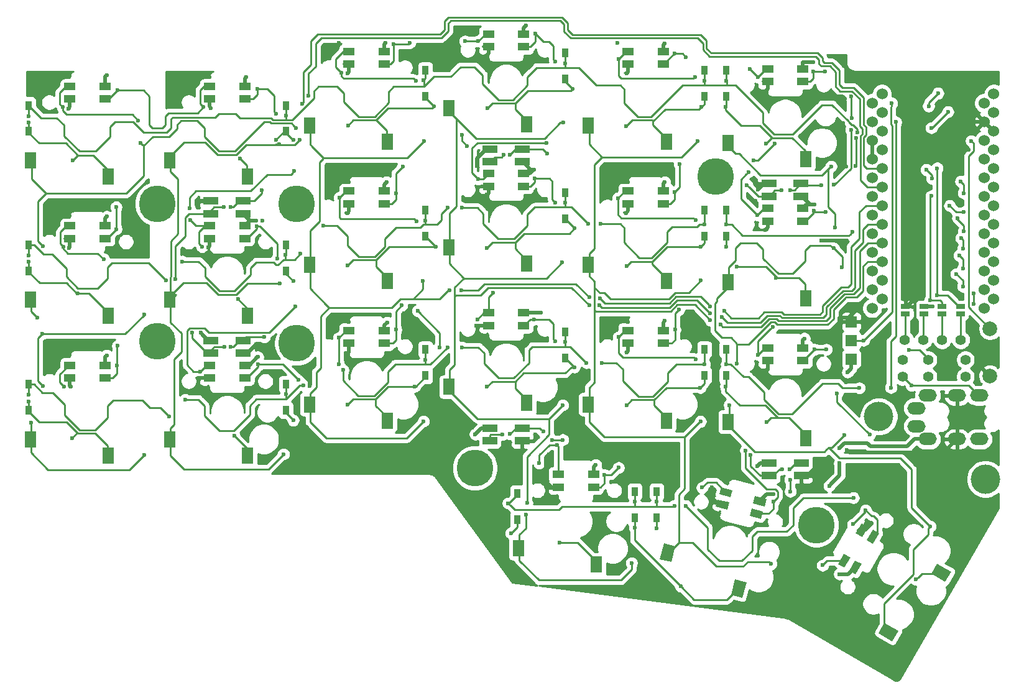
<source format=gbr>
G04 #@! TF.GenerationSoftware,KiCad,Pcbnew,(5.1.4)-1*
G04 #@! TF.CreationDate,2023-05-04T11:41:47-04:00*
G04 #@! TF.ProjectId,corne-chocolate,636f726e-652d-4636-986f-636f6c617465,2.1*
G04 #@! TF.SameCoordinates,Original*
G04 #@! TF.FileFunction,Copper,L2,Bot*
G04 #@! TF.FilePolarity,Positive*
%FSLAX46Y46*%
G04 Gerber Fmt 4.6, Leading zero omitted, Abs format (unit mm)*
G04 Created by KiCad (PCBNEW (5.1.4)-1) date 2023-05-04 11:41:47*
%MOMM*%
%LPD*%
G04 APERTURE LIST*
%ADD10C,1.600000*%
%ADD11C,0.100000*%
%ADD12R,1.600000X2.200000*%
%ADD13O,2.500000X1.700000*%
%ADD14R,2.000000X1.000000*%
%ADD15C,1.000000*%
%ADD16R,1.600000X1.000000*%
%ADD17C,1.524000*%
%ADD18R,0.950000X1.300000*%
%ADD19C,1.397000*%
%ADD20R,1.143000X0.635000*%
%ADD21R,1.524000X1.524000*%
%ADD22C,5.000000*%
%ADD23C,4.000000*%
%ADD24C,2.000000*%
%ADD25C,0.600000*%
%ADD26C,0.250000*%
%ADD27C,0.500000*%
%ADD28C,0.254000*%
G04 APERTURE END LIST*
D10*
X186259550Y-137025129D03*
D11*
G36*
X185706922Y-135782309D02*
G01*
X187612178Y-136882309D01*
X186812178Y-138267949D01*
X184906922Y-137167949D01*
X185706922Y-135782309D01*
X185706922Y-135782309D01*
G37*
D10*
X179054294Y-145104998D03*
D11*
G36*
X178501666Y-143862178D02*
G01*
X180406922Y-144962178D01*
X179606922Y-146347818D01*
X177701666Y-145247818D01*
X178501666Y-143862178D01*
X178501666Y-143862178D01*
G37*
D12*
X72800000Y-83025000D03*
X62200000Y-80825000D03*
D10*
X158677560Y-139173656D03*
D11*
G36*
X159735002Y-138318193D02*
G01*
X159165600Y-140443230D01*
X157620118Y-140029119D01*
X158189520Y-137904082D01*
X159735002Y-138318193D01*
X159735002Y-138318193D01*
G37*
D10*
X149008148Y-134305137D03*
D11*
G36*
X150065590Y-133449674D02*
G01*
X149496188Y-135574711D01*
X147950706Y-135160600D01*
X148520108Y-133035563D01*
X150065590Y-133449674D01*
X150065590Y-133449674D01*
G37*
D12*
X148800000Y-97275000D03*
X138200000Y-95075000D03*
X167800000Y-118650000D03*
X157200000Y-116450000D03*
X167800000Y-99650000D03*
X157200000Y-97450000D03*
X167800000Y-80650000D03*
X157200000Y-78450000D03*
X148800000Y-78275000D03*
X138200000Y-76075000D03*
X110800000Y-116275000D03*
X100200000Y-114075000D03*
X129800000Y-94900000D03*
X119200000Y-92700000D03*
X110800000Y-78275000D03*
X100200000Y-76075000D03*
X91800000Y-121025000D03*
X81200000Y-118825000D03*
X91800000Y-83025000D03*
X81200000Y-80825000D03*
X148800000Y-116275000D03*
X138200000Y-114075000D03*
X129800000Y-75900000D03*
X119200000Y-73700000D03*
X129800000Y-113900000D03*
X119200000Y-111700000D03*
X139300000Y-135900000D03*
X128700000Y-133700000D03*
X72800000Y-121025000D03*
X62200000Y-118825000D03*
X110800000Y-97275000D03*
X100200000Y-95075000D03*
X91800000Y-102025000D03*
X81200000Y-99825000D03*
X72800000Y-102025000D03*
X62200000Y-99825000D03*
D13*
X184400000Y-112850000D03*
X182900000Y-117050000D03*
X191400000Y-112850000D03*
X188400000Y-112850000D03*
X191400000Y-118800000D03*
X188400000Y-118800000D03*
X184400000Y-118800000D03*
X182900000Y-114600000D03*
D14*
X162810000Y-123795000D03*
X162810000Y-122045000D03*
X167210000Y-122045000D03*
X167210000Y-123795000D03*
X167170000Y-84005000D03*
X167170000Y-85755000D03*
X162770000Y-85755000D03*
X162770000Y-84005000D03*
X129220000Y-79285000D03*
X129220000Y-81035000D03*
X124820000Y-81035000D03*
X124820000Y-79285000D03*
X91200000Y-86375000D03*
X91200000Y-88125000D03*
X86800000Y-88125000D03*
X86800000Y-86375000D03*
X86800000Y-107115000D03*
X86800000Y-105365000D03*
X91200000Y-105365000D03*
X91200000Y-107115000D03*
X124790000Y-119045000D03*
X124790000Y-117295000D03*
X129190000Y-117295000D03*
X129190000Y-119045000D03*
D15*
X175442228Y-131234039D03*
D11*
G36*
X175409215Y-130291219D02*
G01*
X176275241Y-130791219D01*
X175475241Y-132176859D01*
X174609215Y-131676859D01*
X175409215Y-130291219D01*
X175409215Y-130291219D01*
G37*
D15*
X176957772Y-132109039D03*
D11*
G36*
X176924759Y-131166219D02*
G01*
X177790785Y-131666219D01*
X176990785Y-133051859D01*
X176124759Y-132551859D01*
X176924759Y-131166219D01*
X176924759Y-131166219D01*
G37*
D15*
X174557772Y-136265961D03*
D11*
G36*
X174524759Y-135323141D02*
G01*
X175390785Y-135823141D01*
X174590785Y-137208781D01*
X173724759Y-136708781D01*
X174524759Y-135323141D01*
X174524759Y-135323141D01*
G37*
D15*
X173042228Y-135390961D03*
D11*
G36*
X173009215Y-134448141D02*
G01*
X173875241Y-134948141D01*
X173075241Y-136333781D01*
X172209215Y-135833781D01*
X173009215Y-134448141D01*
X173009215Y-134448141D01*
G37*
D15*
X156455311Y-127724019D03*
D11*
G36*
X155553161Y-127999927D02*
G01*
X155811980Y-127034001D01*
X157357461Y-127448111D01*
X157098642Y-128414037D01*
X155553161Y-127999927D01*
X155553161Y-127999927D01*
G37*
D15*
X156908245Y-126033649D03*
D11*
G36*
X156006095Y-126309557D02*
G01*
X156264914Y-125343631D01*
X157810395Y-125757741D01*
X157551576Y-126723667D01*
X156006095Y-126309557D01*
X156006095Y-126309557D01*
G37*
D15*
X161544689Y-127275981D03*
D11*
G36*
X160642539Y-127551889D02*
G01*
X160901358Y-126585963D01*
X162446839Y-127000073D01*
X162188020Y-127965999D01*
X160642539Y-127551889D01*
X160642539Y-127551889D01*
G37*
D15*
X161091755Y-128966351D03*
D11*
G36*
X160189605Y-129242259D02*
G01*
X160448424Y-128276333D01*
X161993905Y-128690443D01*
X161735086Y-129656369D01*
X160189605Y-129242259D01*
X160189605Y-129242259D01*
G37*
D16*
X134100000Y-125375000D03*
X134100000Y-123625000D03*
X138900000Y-123625000D03*
X138900000Y-125375000D03*
X162600000Y-108125000D03*
X162600000Y-106375000D03*
X167400000Y-106375000D03*
X167400000Y-108125000D03*
X143600000Y-105750000D03*
X143600000Y-104000000D03*
X148400000Y-104000000D03*
X148400000Y-105750000D03*
X124600000Y-103375000D03*
X124600000Y-101625000D03*
X129400000Y-101625000D03*
X129400000Y-103375000D03*
X105600000Y-105750000D03*
X105600000Y-104000000D03*
X110400000Y-104000000D03*
X110400000Y-105750000D03*
X86600000Y-110500000D03*
X86600000Y-108750000D03*
X91400000Y-108750000D03*
X91400000Y-110500000D03*
X67600000Y-110500000D03*
X67600000Y-108750000D03*
X72400000Y-108750000D03*
X72400000Y-110500000D03*
X162600000Y-89125000D03*
X162600000Y-87375000D03*
X167400000Y-87375000D03*
X167400000Y-89125000D03*
X143600000Y-86750000D03*
X143600000Y-85000000D03*
X148400000Y-85000000D03*
X148400000Y-86750000D03*
X124600000Y-84375000D03*
X124600000Y-82625000D03*
X129400000Y-82625000D03*
X129400000Y-84375000D03*
X105600000Y-86750000D03*
X105600000Y-85000000D03*
X110400000Y-85000000D03*
X110400000Y-86750000D03*
X86600000Y-91500000D03*
X86600000Y-89750000D03*
X91400000Y-89750000D03*
X91400000Y-91500000D03*
X67600000Y-91500000D03*
X67600000Y-89750000D03*
X72400000Y-89750000D03*
X72400000Y-91500000D03*
X162600000Y-70125000D03*
X162600000Y-68375000D03*
X167400000Y-68375000D03*
X167400000Y-70125000D03*
X143600000Y-67750000D03*
X143600000Y-66000000D03*
X148400000Y-66000000D03*
X148400000Y-67750000D03*
X124600000Y-65375000D03*
X124600000Y-63625000D03*
X129400000Y-63625000D03*
X129400000Y-65375000D03*
X105600000Y-67750000D03*
X105600000Y-66000000D03*
X110400000Y-66000000D03*
X110400000Y-67750000D03*
X86600000Y-72500000D03*
X86600000Y-70750000D03*
X91400000Y-70750000D03*
X91400000Y-72500000D03*
X67600000Y-72500000D03*
X67600000Y-70750000D03*
X72400000Y-70750000D03*
X72400000Y-72500000D03*
D17*
X192100000Y-73042000D03*
X192100000Y-75582000D03*
X192100000Y-78122000D03*
X192100000Y-80662000D03*
X192100000Y-83202000D03*
X192100000Y-85742000D03*
X192100000Y-88282000D03*
X192100000Y-90822000D03*
X192100000Y-93362000D03*
X192100000Y-95902000D03*
X192100000Y-98442000D03*
X192100000Y-100982000D03*
X176860000Y-100982000D03*
X176860000Y-98442000D03*
X176860000Y-95902000D03*
X176860000Y-93362000D03*
X176860000Y-90822000D03*
X176860000Y-88282000D03*
X176860000Y-85742000D03*
X176860000Y-83202000D03*
X176860000Y-80662000D03*
X176860000Y-78122000D03*
X176860000Y-75582000D03*
X176860000Y-73042000D03*
X193406400Y-71772000D03*
X193406400Y-74312000D03*
X193406400Y-76852000D03*
X193406400Y-79392000D03*
X193406400Y-81932000D03*
X193406400Y-84472000D03*
X193406400Y-87012000D03*
X193406400Y-89552000D03*
X193406400Y-92092000D03*
X193406400Y-94632000D03*
X193406400Y-97172000D03*
X193406400Y-99712000D03*
X178186400Y-99712000D03*
X178186400Y-97172000D03*
X178186400Y-94632000D03*
X178186400Y-92092000D03*
X178186400Y-89552000D03*
X178186400Y-87012000D03*
X178186400Y-84472000D03*
X178186400Y-81932000D03*
X178186400Y-79392000D03*
X178186400Y-76852000D03*
X178186400Y-74312000D03*
X178186400Y-71772000D03*
D18*
X154000000Y-68600000D03*
X154000000Y-72150000D03*
X62000000Y-73350000D03*
X62000000Y-76900000D03*
X97000000Y-73350000D03*
X97000000Y-76900000D03*
X116000000Y-68600000D03*
X116000000Y-72150000D03*
X135000000Y-66225000D03*
X135000000Y-69775000D03*
X157000000Y-68600000D03*
X157000000Y-72150000D03*
X62000000Y-92350000D03*
X62000000Y-95900000D03*
X97000000Y-92350000D03*
X97000000Y-95900000D03*
X116000000Y-87600000D03*
X116000000Y-91150000D03*
X135000000Y-85225000D03*
X135000000Y-88775000D03*
X154000000Y-87600000D03*
X154000000Y-91150000D03*
X157000000Y-87600000D03*
X157000000Y-91150000D03*
X62000000Y-111350000D03*
X62000000Y-114900000D03*
X97000000Y-111350000D03*
X97000000Y-114900000D03*
X116000000Y-106600000D03*
X116000000Y-110150000D03*
X135000000Y-104225000D03*
X135000000Y-107775000D03*
X157000000Y-106600000D03*
X157000000Y-110150000D03*
X128500000Y-126225000D03*
X128500000Y-129775000D03*
X144500000Y-125975000D03*
X144500000Y-129525000D03*
X147500000Y-125975000D03*
X147500000Y-129525000D03*
X154000000Y-106600000D03*
X154000000Y-110150000D03*
D19*
X189540000Y-108000000D03*
X184460000Y-108000000D03*
X189540000Y-110300000D03*
X184460000Y-110300000D03*
D20*
X188875000Y-100749620D03*
X188875000Y-101750380D03*
X186375000Y-100749620D03*
X186375000Y-101750380D03*
X183875000Y-100749620D03*
X183875000Y-101750380D03*
X181375000Y-100749620D03*
X181375000Y-101750380D03*
D21*
X174000000Y-102820000D03*
X174000000Y-105360000D03*
X174000000Y-107900000D03*
D19*
X181300000Y-105300000D03*
X183840000Y-105300000D03*
X186380000Y-105300000D03*
X188920000Y-105300000D03*
D22*
X79500000Y-105500000D03*
D23*
X177750000Y-115750000D03*
X192250000Y-124250000D03*
D22*
X79500000Y-86750000D03*
X98500000Y-86750000D03*
X98500000Y-105750000D03*
X155500000Y-83000000D03*
X122750000Y-122750000D03*
X169250000Y-130500000D03*
D19*
X181000000Y-108000000D03*
X181000000Y-110300000D03*
D24*
X192900000Y-103750000D03*
X192900000Y-110250000D03*
D25*
X174800000Y-77000000D03*
X157000000Y-70000000D03*
X154000000Y-70000000D03*
X62000000Y-74800000D03*
X97000000Y-74750000D03*
X135000000Y-67600000D03*
X115750000Y-69950000D03*
X174623487Y-77768529D03*
X174620000Y-81580000D03*
X62000000Y-75650000D03*
X67990000Y-80820000D03*
X102140000Y-89750000D03*
X98980000Y-93530000D03*
X154000000Y-89600000D03*
X138200000Y-89500000D03*
X139900000Y-89500000D03*
X157000000Y-89600000D03*
X62000000Y-93800000D03*
X135000000Y-86600000D03*
X119000000Y-87300000D03*
X121000000Y-87300000D03*
X116000000Y-89050000D03*
X96950000Y-93700000D03*
X82900000Y-94600000D03*
X80689988Y-97200000D03*
X174185032Y-90599960D03*
X98028051Y-78028051D03*
X95633058Y-78016942D03*
X90800000Y-80610000D03*
X157000000Y-108600000D03*
X154000000Y-108600000D03*
X62000000Y-112750000D03*
X135000000Y-105600000D03*
X116000000Y-108000000D03*
X137900000Y-108400000D03*
X140000000Y-108400000D03*
X121000000Y-106300000D03*
X119000000Y-106300000D03*
X97000000Y-112700000D03*
X83300000Y-113400000D03*
X81100000Y-115700000D03*
X104800000Y-109400000D03*
X99377920Y-111491107D03*
X175101795Y-111841119D03*
X117180000Y-73510000D03*
X105450000Y-76070000D03*
X174300000Y-126800000D03*
X149900000Y-127900000D03*
X151500000Y-127900000D03*
X147500000Y-127350000D03*
X144500000Y-127350000D03*
X127269998Y-127540000D03*
X136050000Y-71130000D03*
X124460000Y-73760000D03*
X143370000Y-76180000D03*
X153580000Y-73590000D03*
X156910000Y-73580000D03*
X162360000Y-78550000D03*
X62000000Y-94650000D03*
X68620000Y-98999998D03*
X98000000Y-97300000D03*
X90470000Y-99750000D03*
X117460000Y-92620000D03*
X105410000Y-95150000D03*
X136350000Y-90080000D03*
X124350000Y-92770000D03*
X153510000Y-92610000D03*
X143390000Y-95220000D03*
X156950000Y-92580000D03*
X158370000Y-95310000D03*
X163756487Y-96826357D03*
X62000000Y-113650000D03*
X67890000Y-118660000D03*
X98000000Y-116250000D03*
X89957624Y-118322339D03*
X105400000Y-114090000D03*
X114550000Y-111640000D03*
X136280000Y-109010000D03*
X124400000Y-111690000D03*
X153440000Y-111790002D03*
X143400000Y-114190000D03*
X156900000Y-111630000D03*
X162490000Y-116470000D03*
X127660000Y-131620000D03*
X134310000Y-132920000D03*
X144490000Y-130900000D03*
X150750000Y-138830000D03*
X147480000Y-130960000D03*
X182820000Y-137930000D03*
X169900000Y-91750000D03*
X137400000Y-120900000D03*
X190400000Y-70900000D03*
X99200000Y-109900000D03*
X95200000Y-107700000D03*
X123000000Y-81600000D03*
X173400000Y-120300000D03*
X67700000Y-111700000D03*
X105600000Y-106900000D03*
X122900000Y-103400000D03*
X176800000Y-130300000D03*
X132400000Y-124600000D03*
X132800000Y-120900000D03*
X157300000Y-120900000D03*
X155000000Y-122500000D03*
X155000000Y-125400000D03*
X162600000Y-109300000D03*
X143400000Y-107000000D03*
X171000000Y-110200000D03*
X85200000Y-110500000D03*
X162300000Y-90300000D03*
X143300000Y-88000000D03*
X124400000Y-85500000D03*
X105400000Y-88000000D03*
X86400000Y-92700000D03*
X67500000Y-92800000D03*
X173300000Y-111100000D03*
X162300000Y-71400000D03*
X143400000Y-69000000D03*
X124300000Y-66600000D03*
X105400000Y-69000000D03*
X86800000Y-73700000D03*
X67400000Y-73800000D03*
X143580000Y-83800000D03*
X143590000Y-102850000D03*
X105610000Y-83840000D03*
X105610000Y-102890000D03*
X86590000Y-69530000D03*
X67590000Y-69350000D03*
X67590000Y-88370000D03*
X67580000Y-107350000D03*
X142120000Y-64850000D03*
X104210000Y-64850000D03*
X84840000Y-86750000D03*
X92943075Y-105926925D03*
X100220000Y-111610000D03*
X131010000Y-118150000D03*
X174650000Y-101320000D03*
X173435022Y-91800000D03*
X188360000Y-75620000D03*
X189960000Y-79370000D03*
X182480000Y-99200000D03*
X173295338Y-81665338D03*
X170900000Y-72094990D03*
X160972712Y-86380010D03*
X161312274Y-84838391D03*
X168960000Y-122860000D03*
X172863344Y-75788215D03*
X173150010Y-72494731D03*
X185100000Y-100700000D03*
X172410000Y-120020000D03*
X131700000Y-101600000D03*
X168800000Y-67500000D03*
X172400000Y-137200000D03*
X172400000Y-122100000D03*
X167600000Y-105100000D03*
X148600000Y-102700000D03*
X110800000Y-102900000D03*
X72600000Y-107400000D03*
X148600000Y-83800000D03*
X110700000Y-83800000D03*
X72600000Y-88500000D03*
X173500000Y-109700000D03*
X139200000Y-122300000D03*
X148600000Y-64900000D03*
X129700000Y-62500000D03*
X110600000Y-64800000D03*
X91600000Y-69500000D03*
X72600000Y-69200000D03*
X92970000Y-89039998D03*
X93769999Y-89030000D03*
X93190000Y-107630002D03*
X85410000Y-104325010D03*
X130779998Y-82070000D03*
X168980000Y-86870000D03*
X122800000Y-118140000D03*
X163370000Y-126310000D03*
X161181942Y-122508058D03*
X170990000Y-125170000D03*
X99200000Y-73100000D03*
X63900000Y-111550000D03*
X63900000Y-92550000D03*
X185000000Y-83300000D03*
X184200000Y-82100000D03*
X77200000Y-78450000D03*
X63860000Y-104440000D03*
X77690000Y-101850000D03*
X63124999Y-102230000D03*
X77720000Y-120950002D03*
X62310000Y-116580000D03*
X98380000Y-76419998D03*
X100100000Y-72050000D03*
X189300000Y-85300000D03*
X188900000Y-83700000D03*
X98880000Y-78039998D03*
X96130000Y-78680000D03*
X96140000Y-97630000D03*
X96690000Y-120850000D03*
X156690000Y-101360000D03*
X154800000Y-100700000D03*
X119300000Y-98500000D03*
X120900000Y-98500000D03*
X138300000Y-99500000D03*
X139800000Y-99600000D03*
X189300000Y-87900000D03*
X187400000Y-87000000D03*
X115830000Y-78230000D03*
X115660000Y-97280000D03*
X115750000Y-116380000D03*
X154800000Y-101700000D03*
X156400000Y-102200000D03*
X138300000Y-100600000D03*
X139700000Y-100600000D03*
X189300000Y-90500000D03*
X188500000Y-88700000D03*
X134790000Y-75710000D03*
X134630000Y-94740000D03*
X134720000Y-114180000D03*
X129835698Y-127493160D03*
X144080000Y-135670000D03*
X129700000Y-129065010D03*
X156200000Y-103200000D03*
X154800000Y-102600000D03*
X189200000Y-92900000D03*
X188960000Y-91460000D03*
X153080000Y-78200000D03*
X153520000Y-97220000D03*
X153460000Y-116410000D03*
X163090000Y-135800000D03*
X171600000Y-92800000D03*
X158440000Y-108530000D03*
X189200000Y-95600000D03*
X188700000Y-93800000D03*
X171799979Y-89950504D03*
X171240000Y-81650000D03*
X157410000Y-114170000D03*
X184750000Y-130690000D03*
X172710319Y-95440319D03*
X173020000Y-118270000D03*
X171620000Y-84160000D03*
X169900000Y-84200000D03*
X185800000Y-71700000D03*
X179500000Y-73042000D03*
X175700000Y-105360000D03*
X173970000Y-72160000D03*
X173970000Y-76660000D03*
X174095096Y-75106970D03*
X184530000Y-73450000D03*
X165650000Y-84910000D03*
X179400000Y-111800000D03*
X187160000Y-74220000D03*
X180060000Y-75619998D03*
X184910000Y-76400000D03*
X74100000Y-71300000D03*
X85800000Y-73600000D03*
X76900000Y-75400000D03*
X73900000Y-87200000D03*
X73900000Y-90200000D03*
X66600000Y-73600000D03*
X111700000Y-65000000D03*
X113900000Y-64800000D03*
X121400000Y-64600000D03*
X123200000Y-64600000D03*
X133700000Y-67400000D03*
X123200000Y-83400000D03*
X131000000Y-63600000D03*
X132500000Y-78510000D03*
X152800000Y-89000000D03*
X150000000Y-103900000D03*
X142200000Y-86000000D03*
X150501565Y-101201565D03*
X66800000Y-111700000D03*
X104200000Y-108600000D03*
X98700000Y-110700000D03*
X104200000Y-105000000D03*
X93230338Y-108630338D03*
X133700000Y-86600000D03*
X125200000Y-98900000D03*
X130900000Y-83300000D03*
X123100000Y-102500000D03*
X170400000Y-68700000D03*
X168800000Y-68700000D03*
X161200000Y-88300000D03*
X163570000Y-78550000D03*
X160710000Y-80800000D03*
X160020000Y-82420000D03*
X74100000Y-106100000D03*
X72200000Y-94300000D03*
X74000000Y-108800000D03*
X66700000Y-92600000D03*
X114800000Y-89100000D03*
X112000000Y-103900000D03*
X112800000Y-100600000D03*
X104300000Y-85900000D03*
X133700000Y-105500000D03*
X133900000Y-119600000D03*
X130800000Y-102500000D03*
X131500000Y-122100000D03*
X190350000Y-78180000D03*
X184900000Y-85700000D03*
X184700000Y-99900000D03*
X181900000Y-106700000D03*
X185700000Y-81900000D03*
X185700000Y-99240010D03*
X151500000Y-66800000D03*
X160200000Y-68400000D03*
X149900000Y-66300000D03*
X161300000Y-69500000D03*
X189200000Y-98000000D03*
X188300000Y-96300000D03*
X190700000Y-100400000D03*
X190700000Y-99000000D03*
X95700000Y-74500000D03*
X93100000Y-71100000D03*
X85600000Y-92600000D03*
X83880000Y-87400000D03*
X83959998Y-88940000D03*
X98150000Y-82290002D03*
X112900000Y-81700000D03*
X114700000Y-70000000D03*
X112000000Y-85300000D03*
X104600000Y-68900000D03*
X152700000Y-69500000D03*
X149900000Y-85200000D03*
X142300000Y-67000000D03*
X150620000Y-81329998D03*
X95800000Y-94200000D03*
X85300000Y-109600000D03*
X93007518Y-89849132D03*
X98260000Y-100749998D03*
X170500000Y-87900000D03*
X161300000Y-107300000D03*
X168897471Y-87665743D03*
X163300000Y-103500044D03*
X152800000Y-107900000D03*
X163400000Y-127300000D03*
X142300000Y-104900000D03*
X159620000Y-120350000D03*
X174250000Y-130400000D03*
X175950000Y-128500000D03*
X170600000Y-106600000D03*
X169000000Y-106600000D03*
X176509034Y-118197206D03*
X172080000Y-112570000D03*
X140400000Y-123700000D03*
X142300000Y-122700000D03*
X153700000Y-125400000D03*
X182200000Y-111500000D03*
X170100000Y-136000000D03*
X165700000Y-125940010D03*
X165670000Y-124330000D03*
X165600000Y-122930000D03*
X93759989Y-84887916D03*
X89460000Y-87230000D03*
X120950000Y-77350000D03*
X121700000Y-78890000D03*
X126690000Y-80090000D03*
X81940000Y-97020000D03*
X88560000Y-87230000D03*
X88650000Y-106210000D03*
X84280000Y-104325010D03*
X127489725Y-80068955D03*
X132580000Y-79889998D03*
X164470000Y-84930000D03*
X159779999Y-84190000D03*
X117900000Y-106300000D03*
X114975000Y-101325000D03*
X89449950Y-106200103D03*
X94054204Y-104916730D03*
X126510000Y-118170000D03*
X134700000Y-118900000D03*
X133260000Y-118900000D03*
X127520000Y-118130000D03*
X132050000Y-117779998D03*
X160260000Y-120950000D03*
X164570000Y-122890000D03*
D26*
X154000000Y-70000000D02*
X154000000Y-68600000D01*
X157000000Y-70000000D02*
X157000000Y-68600000D01*
X157050000Y-70050000D02*
X157050000Y-70600000D01*
X157000000Y-70000000D02*
X157050000Y-70050000D01*
X154000000Y-70600000D02*
X154000000Y-70000000D01*
X62000000Y-73350000D02*
X62000000Y-74800000D01*
X97000000Y-74750000D02*
X97000000Y-73350000D01*
X97000000Y-75350000D02*
X97000000Y-74750000D01*
X135000000Y-66225000D02*
X135000000Y-67600000D01*
X135000000Y-68200000D02*
X135000000Y-67600000D01*
X116000000Y-68600000D02*
X116000000Y-69700000D01*
X116000000Y-69700000D02*
X115750000Y-69950000D01*
X115800000Y-70800000D02*
X115800000Y-70000000D01*
X115800000Y-70000000D02*
X115750000Y-69950000D01*
X65800000Y-75050000D02*
X63700000Y-75050000D01*
X66800000Y-76050000D02*
X65800000Y-75050000D01*
X66800000Y-76050000D02*
X66800000Y-77500000D01*
X66800000Y-77500000D02*
X68900000Y-79600000D01*
X68900000Y-79600000D02*
X71150000Y-79600000D01*
X71150000Y-79600000D02*
X73100000Y-77650000D01*
X73100000Y-77650000D02*
X73100000Y-76250000D01*
X73100000Y-76250000D02*
X73750000Y-75600000D01*
X73750000Y-75600000D02*
X76200000Y-75600000D01*
X76200000Y-75600000D02*
X77600000Y-77000000D01*
X77600000Y-77000000D02*
X80800000Y-77000000D01*
X80800000Y-77000000D02*
X81400000Y-76400000D01*
X81400000Y-76400000D02*
X81400000Y-75200000D01*
X81400000Y-75200000D02*
X81600000Y-75000000D01*
X81600000Y-75000000D02*
X87400000Y-75000000D01*
X87400000Y-75000000D02*
X87900000Y-74500000D01*
X87900000Y-74500000D02*
X90200000Y-74500000D01*
X90200000Y-74500000D02*
X90800000Y-75100000D01*
X90800000Y-75100000D02*
X95000000Y-75100000D01*
X95000000Y-75100000D02*
X95250000Y-75350000D01*
X97000000Y-75350000D02*
X95250000Y-75350000D01*
X63700000Y-75050000D02*
X62000000Y-73350000D01*
X157050000Y-70600000D02*
X157000000Y-70600000D01*
X97000000Y-75350000D02*
X97850000Y-75350000D01*
X111700000Y-70800000D02*
X115800000Y-70800000D01*
X111000000Y-71500000D02*
X111700000Y-70800000D01*
X111000000Y-73000000D02*
X111000000Y-71500000D01*
X109100000Y-74900000D02*
X111000000Y-73000000D01*
X106950000Y-74900000D02*
X109100000Y-74900000D01*
X104900000Y-72850000D02*
X106950000Y-74900000D01*
X104900000Y-71700000D02*
X104900000Y-72850000D01*
X104000000Y-70800000D02*
X104900000Y-71700000D01*
X101400000Y-70800000D02*
X104000000Y-70800000D01*
X100800000Y-71400000D02*
X101400000Y-70800000D01*
X100800000Y-72400000D02*
X100800000Y-71400000D01*
X97850000Y-75350000D02*
X100800000Y-72400000D01*
X154000000Y-70600000D02*
X157000000Y-70600000D01*
X116000000Y-70600000D02*
X115800000Y-70800000D01*
X117200000Y-69400000D02*
X116000000Y-70600000D01*
X119500000Y-69400000D02*
X117200000Y-69400000D01*
X120800000Y-68100000D02*
X119500000Y-69400000D01*
X123800000Y-69200000D02*
X122700000Y-68100000D01*
X123800000Y-70450000D02*
X123800000Y-69200000D01*
X125950000Y-72600000D02*
X123800000Y-70450000D01*
X129900000Y-69500000D02*
X129900000Y-70600000D01*
X127900000Y-72600000D02*
X125950000Y-72600000D01*
X131180000Y-68200000D02*
X130630000Y-68750000D01*
X130630000Y-68770000D02*
X129900000Y-69500000D01*
X122700000Y-68100000D02*
X120800000Y-68100000D01*
X129900000Y-70600000D02*
X127900000Y-72600000D01*
X130630000Y-68750000D02*
X130630000Y-68770000D01*
X135000000Y-68200000D02*
X131180000Y-68200000D01*
X151063589Y-70600000D02*
X146763589Y-74900000D01*
X142550000Y-70600000D02*
X139300000Y-70600000D01*
X144950000Y-74900000D02*
X143100000Y-73050000D01*
X154000000Y-70600000D02*
X151063589Y-70600000D01*
X143100000Y-73050000D02*
X143100000Y-71150000D01*
X136900000Y-68200000D02*
X135000000Y-68200000D01*
X143100000Y-71150000D02*
X142550000Y-70600000D01*
X146763589Y-74900000D02*
X144950000Y-74900000D01*
X139300000Y-70600000D02*
X136900000Y-68200000D01*
X174623487Y-77768529D02*
X174623487Y-81576513D01*
X174623487Y-81576513D02*
X174620000Y-81580000D01*
X174259263Y-76034999D02*
X174800000Y-76575736D01*
X174090003Y-76034999D02*
X174259263Y-76034999D01*
X173635002Y-75529998D02*
X173635002Y-75579998D01*
X174800000Y-76575736D02*
X174800000Y-77000000D01*
X157050000Y-70600000D02*
X158200000Y-70600000D01*
X171375004Y-73270000D02*
X173635002Y-75529998D01*
X170030000Y-73270000D02*
X171375004Y-73270000D01*
X166000000Y-77300000D02*
X170030000Y-73270000D01*
X158200000Y-70600000D02*
X161950000Y-74350000D01*
X161950000Y-75750000D02*
X163500000Y-77300000D01*
X173635002Y-75579998D02*
X174090003Y-76034999D01*
X163500000Y-77300000D02*
X166000000Y-77300000D01*
X161950000Y-74350000D02*
X161950000Y-75750000D01*
X62000000Y-76900000D02*
X62000000Y-75650000D01*
X72800000Y-82160000D02*
X72800000Y-83025000D01*
X68670000Y-80140000D02*
X70780000Y-80140000D01*
X67040000Y-78510000D02*
X68670000Y-80140000D01*
X70780000Y-80140000D02*
X72800000Y-82160000D01*
X63435000Y-78510000D02*
X67040000Y-78510000D01*
X62000000Y-77075000D02*
X63435000Y-78510000D01*
X62000000Y-76900000D02*
X62000000Y-77075000D01*
X68289999Y-80520001D02*
X67990000Y-80820000D01*
X68670000Y-80140000D02*
X68289999Y-80520001D01*
X99000000Y-93550000D02*
X98980000Y-93530000D01*
X154000000Y-89600000D02*
X154000000Y-87600000D01*
X135000000Y-87225000D02*
X135925000Y-87225000D01*
X138200000Y-89500000D02*
X135925000Y-87225000D01*
X157000000Y-89600000D02*
X157000000Y-87600000D01*
X62000000Y-93800000D02*
X62000000Y-92350000D01*
X135000000Y-85225000D02*
X135000000Y-86600000D01*
X135000000Y-87225000D02*
X135000000Y-86600000D01*
X98200000Y-94350000D02*
X96950000Y-94350000D01*
X99000000Y-93550000D02*
X98200000Y-94350000D01*
X116000000Y-87600000D02*
X116000000Y-89050000D01*
X116000000Y-89600000D02*
X116000000Y-89050000D01*
X117600000Y-89600000D02*
X116000000Y-89600000D01*
X118200000Y-89000000D02*
X117600000Y-89600000D01*
X118200000Y-88100000D02*
X118200000Y-89000000D01*
X119000000Y-87300000D02*
X118200000Y-88100000D01*
X97000000Y-92350000D02*
X97000000Y-93650000D01*
X97000000Y-93650000D02*
X96950000Y-93700000D01*
X96950000Y-94350000D02*
X96950000Y-93700000D01*
X73300000Y-94800000D02*
X78289988Y-94800000D01*
X78289988Y-94800000D02*
X80389989Y-96900001D01*
X71345001Y-98254999D02*
X72700000Y-96900000D01*
X65150000Y-93600000D02*
X67100000Y-95550000D01*
X62000000Y-92350000D02*
X62725000Y-92350000D01*
X63975000Y-93600000D02*
X65150000Y-93600000D01*
X62725000Y-92350000D02*
X63975000Y-93600000D01*
X72700000Y-95400000D02*
X73300000Y-94800000D01*
X72700000Y-96900000D02*
X72700000Y-95400000D01*
X67100000Y-95550000D02*
X67100000Y-96700000D01*
X67100000Y-96700000D02*
X68654999Y-98254999D01*
X68654999Y-98254999D02*
X71345001Y-98254999D01*
X80389989Y-96900001D02*
X80689988Y-97200000D01*
X92200000Y-95500000D02*
X92200000Y-96450000D01*
X86000000Y-95500000D02*
X85100000Y-94600000D01*
X92200000Y-96450000D02*
X90000000Y-98650000D01*
X90000000Y-98650000D02*
X87950000Y-98650000D01*
X93000000Y-94700000D02*
X92200000Y-95500000D01*
X95700000Y-95100000D02*
X95300000Y-94700000D01*
X95900000Y-95100000D02*
X95700000Y-95100000D01*
X85100000Y-94600000D02*
X82900000Y-94600000D01*
X96650000Y-94350000D02*
X95900000Y-95100000D01*
X87950000Y-98650000D02*
X86000000Y-96700000D01*
X86000000Y-96700000D02*
X86000000Y-95500000D01*
X96950000Y-94350000D02*
X96650000Y-94350000D01*
X95300000Y-94700000D02*
X93000000Y-94700000D01*
X157000000Y-89600000D02*
X157700000Y-89600000D01*
X173885033Y-90899959D02*
X174185032Y-90599960D01*
X157700000Y-89600000D02*
X159200000Y-91100000D01*
X159200000Y-91100000D02*
X173684992Y-91100000D01*
X173684992Y-91100000D02*
X173885033Y-90899959D01*
X104000000Y-89750000D02*
X102140000Y-89750000D01*
X105400000Y-92400000D02*
X105400000Y-91150000D01*
X109100000Y-93950000D02*
X106950000Y-93950000D01*
X105400000Y-91150000D02*
X104000000Y-89750000D01*
X110450000Y-92600000D02*
X109100000Y-93950000D01*
X110450000Y-91550000D02*
X110450000Y-92600000D01*
X112050000Y-89950000D02*
X110450000Y-91550000D01*
X106950000Y-93950000D02*
X105400000Y-92400000D01*
X115350000Y-89950000D02*
X112050000Y-89950000D01*
X115700000Y-89600000D02*
X115350000Y-89950000D01*
X116000000Y-89600000D02*
X115700000Y-89600000D01*
X123100000Y-87300000D02*
X121000000Y-87300000D01*
X123900000Y-89500000D02*
X123900000Y-88100000D01*
X123900000Y-88100000D02*
X123100000Y-87300000D01*
X125900000Y-91500000D02*
X123900000Y-89500000D01*
X129900000Y-89700000D02*
X128100000Y-91500000D01*
X128100000Y-91500000D02*
X125900000Y-91500000D01*
X129900000Y-88200000D02*
X129900000Y-89700000D01*
X130875000Y-87225000D02*
X129900000Y-88200000D01*
X135000000Y-87225000D02*
X130875000Y-87225000D01*
X143100000Y-90050000D02*
X142550000Y-89500000D01*
X143100000Y-92050000D02*
X143100000Y-90050000D01*
X145150000Y-94100000D02*
X143100000Y-92050000D01*
X146800000Y-94100000D02*
X145150000Y-94100000D01*
X148900000Y-92000000D02*
X146800000Y-94100000D01*
X148900000Y-90560000D02*
X148900000Y-92000000D01*
X149580000Y-89880000D02*
X148900000Y-90560000D01*
X153020000Y-89880000D02*
X149580000Y-89880000D01*
X153300000Y-89600000D02*
X153020000Y-89880000D01*
X142550000Y-89500000D02*
X139900000Y-89500000D01*
X154000000Y-89600000D02*
X153300000Y-89600000D01*
X97000000Y-77075000D02*
X97953051Y-78028051D01*
X97000000Y-76900000D02*
X97000000Y-77075000D01*
X97953051Y-78028051D02*
X98028051Y-78028051D01*
X96750000Y-76900000D02*
X95633058Y-78016942D01*
X97000000Y-76900000D02*
X96750000Y-76900000D01*
X91690000Y-83015000D02*
X91700000Y-83025000D01*
X91690000Y-81500000D02*
X91690000Y-83015000D01*
X90800000Y-80610000D02*
X91690000Y-81500000D01*
X154000000Y-106565000D02*
X154000000Y-108600000D01*
X145000000Y-113000000D02*
X142900000Y-110900000D01*
X62000000Y-111350000D02*
X62000000Y-112750000D01*
X135000000Y-104225000D02*
X135000000Y-105600000D01*
X135000000Y-106225000D02*
X135000000Y-105600000D01*
X116000000Y-108000000D02*
X116000000Y-106600000D01*
X116000000Y-108000000D02*
X116000000Y-108600000D01*
X154000000Y-108600000D02*
X150200000Y-108600000D01*
X135725000Y-106225000D02*
X135000000Y-106225000D01*
X137900000Y-108400000D02*
X135725000Y-106225000D01*
X142000000Y-108400000D02*
X140000000Y-108400000D01*
X142900000Y-109300000D02*
X142000000Y-108400000D01*
X142900000Y-110900000D02*
X142900000Y-109300000D01*
X147000000Y-113000000D02*
X145000000Y-113000000D01*
X149000000Y-111000000D02*
X147000000Y-113000000D01*
X149000000Y-109800000D02*
X149000000Y-111000000D01*
X150200000Y-108600000D02*
X149000000Y-109800000D01*
X135000000Y-106225000D02*
X130575000Y-106225000D01*
X130575000Y-106225000D02*
X130100000Y-106700000D01*
X130100000Y-106700000D02*
X130100000Y-108450000D01*
X130100000Y-108450000D02*
X128050000Y-110500000D01*
X128050000Y-110500000D02*
X125950000Y-110500000D01*
X125950000Y-110500000D02*
X124000000Y-108550000D01*
X124000000Y-108550000D02*
X124000000Y-107100000D01*
X124000000Y-107100000D02*
X123200000Y-106300000D01*
X123200000Y-106300000D02*
X121000000Y-106300000D01*
X119000000Y-106300000D02*
X116700000Y-108600000D01*
X116700000Y-108600000D02*
X116000000Y-108600000D01*
X116000000Y-108600000D02*
X111900000Y-108600000D01*
X111900000Y-108600000D02*
X110900000Y-109600000D01*
X110900000Y-109600000D02*
X110900000Y-111050000D01*
X110900000Y-111050000D02*
X109050000Y-112900000D01*
X157000000Y-108600000D02*
X157000000Y-106565000D01*
X97000000Y-112700000D02*
X97000000Y-111350000D01*
X97000000Y-112700000D02*
X97000000Y-113350000D01*
X97000000Y-113350000D02*
X93000000Y-113350000D01*
X92100000Y-114250000D02*
X93000000Y-113350000D01*
X92100000Y-115500000D02*
X92100000Y-114250000D01*
X89900000Y-117700000D02*
X92100000Y-115500000D01*
X88000000Y-117700000D02*
X89900000Y-117700000D01*
X85900000Y-115600000D02*
X88000000Y-117700000D01*
X85900000Y-114250000D02*
X85900000Y-115600000D01*
X85050000Y-113400000D02*
X85900000Y-114250000D01*
X83300000Y-113400000D02*
X85050000Y-113400000D01*
X109050000Y-112900000D02*
X106850000Y-112900000D01*
X106850000Y-112900000D02*
X104800000Y-110850000D01*
X104800000Y-110850000D02*
X104800000Y-109400000D01*
X66900000Y-115550000D02*
X68939989Y-117589989D01*
X62000000Y-111350000D02*
X62725000Y-111350000D01*
X71010011Y-117589989D02*
X72700000Y-115900000D01*
X65250000Y-112500000D02*
X66900000Y-114150000D01*
X63875000Y-112500000D02*
X65250000Y-112500000D01*
X72700000Y-115900000D02*
X72700000Y-114300000D01*
X78500000Y-114500000D02*
X79900000Y-114500000D01*
X77500000Y-113500000D02*
X78500000Y-114500000D01*
X73500000Y-113500000D02*
X77500000Y-113500000D01*
X62725000Y-111350000D02*
X63875000Y-112500000D01*
X68939989Y-117589989D02*
X71010011Y-117589989D01*
X72700000Y-114300000D02*
X73500000Y-113500000D01*
X66900000Y-114150000D02*
X66900000Y-115550000D01*
X80800001Y-115400001D02*
X81100000Y-115700000D01*
X79900000Y-114500000D02*
X80800001Y-115400001D01*
X97000000Y-113350000D02*
X98858893Y-111491107D01*
X98953656Y-111491107D02*
X99377920Y-111491107D01*
X98858893Y-111491107D02*
X98953656Y-111491107D01*
X162100000Y-112400000D02*
X162100000Y-113420000D01*
X172200000Y-111200000D02*
X172841119Y-111841119D01*
X172841119Y-111841119D02*
X174677531Y-111841119D01*
X157000000Y-108600000D02*
X157600000Y-108600000D01*
X157600000Y-108600000D02*
X159300000Y-110300000D01*
X160000000Y-110300000D02*
X162100000Y-112400000D01*
X159300000Y-110300000D02*
X160000000Y-110300000D01*
X165910000Y-115400000D02*
X170110000Y-111200000D01*
X162100000Y-113420000D02*
X164080000Y-115400000D01*
X164080000Y-115400000D02*
X165910000Y-115400000D01*
X170110000Y-111200000D02*
X172200000Y-111200000D01*
X174677531Y-111841119D02*
X175101795Y-111841119D01*
X117180000Y-73510000D02*
X116000000Y-72330000D01*
X116000000Y-72330000D02*
X116000000Y-72150000D01*
X106169990Y-75350010D02*
X105450000Y-76070000D01*
X109286400Y-75350010D02*
X106169990Y-75350010D01*
X110700000Y-76763610D02*
X110700000Y-78275000D01*
X109286400Y-75350010D02*
X110700000Y-76763610D01*
X110896410Y-73740000D02*
X109286400Y-75350010D01*
X116950000Y-73740000D02*
X110896410Y-73740000D01*
X117180000Y-73510000D02*
X116950000Y-73740000D01*
X149825000Y-127975000D02*
X149900000Y-127900000D01*
X147500000Y-127975000D02*
X149825000Y-127975000D01*
X144500000Y-127350000D02*
X144500000Y-125975000D01*
X147500000Y-127350000D02*
X147500000Y-125975000D01*
X147500000Y-127975000D02*
X147500000Y-127350000D01*
X144550000Y-127400000D02*
X144550000Y-127975000D01*
X144500000Y-127350000D02*
X144550000Y-127400000D01*
X144550000Y-127975000D02*
X147500000Y-127975000D01*
X127360000Y-127540000D02*
X127269998Y-127540000D01*
X128500000Y-126400000D02*
X127360000Y-127540000D01*
X128500000Y-126225000D02*
X128500000Y-126400000D01*
X127569997Y-127839999D02*
X127269998Y-127540000D01*
X134640000Y-127960000D02*
X134160000Y-128440000D01*
X128169998Y-128440000D02*
X127569997Y-127839999D01*
X134160000Y-128440000D02*
X128169998Y-128440000D01*
X144535000Y-127960000D02*
X134640000Y-127960000D01*
X144550000Y-127975000D02*
X144535000Y-127960000D01*
X166100000Y-128200000D02*
X167500000Y-126800000D01*
X154440000Y-130840000D02*
X154440000Y-133820000D01*
X166100000Y-130500000D02*
X166100000Y-128200000D01*
X161200000Y-131400000D02*
X165200000Y-131400000D01*
X160500000Y-132100000D02*
X161200000Y-131400000D01*
X160500000Y-134000000D02*
X160500000Y-132100000D01*
X156020000Y-135400000D02*
X159100000Y-135400000D01*
X154440000Y-133820000D02*
X156020000Y-135400000D01*
X159100000Y-135400000D02*
X160500000Y-134000000D01*
X165200000Y-131400000D02*
X166100000Y-130500000D01*
X167500000Y-126800000D02*
X174300000Y-126800000D01*
X151500000Y-127900000D02*
X154440000Y-130840000D01*
X136050000Y-71130000D02*
X135000000Y-70080000D01*
X135000000Y-70080000D02*
X135000000Y-69775000D01*
X125170000Y-73050000D02*
X124460000Y-73760000D01*
X128270000Y-73050000D02*
X125170000Y-73050000D01*
X129700000Y-75350000D02*
X129700000Y-75900000D01*
X128270000Y-73920000D02*
X129700000Y-75350000D01*
X128270000Y-73050000D02*
X128270000Y-73920000D01*
X129980000Y-71340000D02*
X128270000Y-73050000D01*
X135840000Y-71340000D02*
X129980000Y-71340000D01*
X136050000Y-71130000D02*
X135840000Y-71340000D01*
X148700000Y-77725000D02*
X148700000Y-78275000D01*
X147016410Y-76041410D02*
X148700000Y-77725000D01*
X147016410Y-75520000D02*
X147016410Y-76041410D01*
X144190000Y-75360000D02*
X143370000Y-76180000D01*
X146856410Y-75360000D02*
X144190000Y-75360000D01*
X147016410Y-75520000D02*
X146856410Y-75360000D01*
X154000000Y-73170000D02*
X153879999Y-73290001D01*
X154000000Y-72150000D02*
X154000000Y-73170000D01*
X153879999Y-73290001D02*
X153580000Y-73590000D01*
X153280001Y-73889999D02*
X153580000Y-73590000D01*
X147016410Y-75520000D02*
X148646411Y-73889999D01*
X148646411Y-73889999D02*
X153280001Y-73889999D01*
X157000000Y-72150000D02*
X157000000Y-73490000D01*
X157000000Y-73490000D02*
X156910000Y-73580000D01*
X165970000Y-77780000D02*
X167700000Y-79510000D01*
X161580000Y-76090000D02*
X163270000Y-77780000D01*
X156910000Y-73580000D02*
X156910000Y-74004264D01*
X163270000Y-77780000D02*
X165970000Y-77780000D01*
X167700000Y-79510000D02*
X167700000Y-80650000D01*
X158995736Y-76090000D02*
X161580000Y-76090000D01*
X156910000Y-74004264D02*
X158995736Y-76090000D01*
X163130000Y-77780000D02*
X162360000Y-78550000D01*
X163270000Y-77780000D02*
X163130000Y-77780000D01*
X62000000Y-95900000D02*
X62000000Y-94650000D01*
X72700000Y-101475000D02*
X70224998Y-98999998D01*
X72700000Y-102025000D02*
X72700000Y-101475000D01*
X70224998Y-98999998D02*
X69044264Y-98999998D01*
X69044264Y-98999998D02*
X68620000Y-98999998D01*
X68590000Y-99010000D02*
X68630000Y-99010000D01*
X67110000Y-97530000D02*
X68590000Y-99010000D01*
X63455000Y-97530000D02*
X67110000Y-97530000D01*
X62000000Y-96075000D02*
X63455000Y-97530000D01*
X62000000Y-95900000D02*
X62000000Y-96075000D01*
X98000000Y-97300000D02*
X97000000Y-96300000D01*
X97000000Y-96300000D02*
X97000000Y-95900000D01*
X91720000Y-101000000D02*
X91720000Y-102005000D01*
X91720000Y-102005000D02*
X91700000Y-102025000D01*
X90470000Y-99750000D02*
X91720000Y-101000000D01*
X117460000Y-92620000D02*
X116000000Y-91160000D01*
X116000000Y-91160000D02*
X116000000Y-91150000D01*
X111066410Y-92620000D02*
X109266410Y-94420000D01*
X117460000Y-92620000D02*
X111066410Y-92620000D01*
X106140000Y-94420000D02*
X105410000Y-95150000D01*
X109266410Y-94420000D02*
X106140000Y-94420000D01*
X110700000Y-96725000D02*
X110700000Y-97275000D01*
X109266410Y-95291410D02*
X110700000Y-96725000D01*
X109266410Y-94420000D02*
X109266410Y-95291410D01*
X136350000Y-90080000D02*
X135045000Y-88775000D01*
X135045000Y-88775000D02*
X135000000Y-88775000D01*
X129411411Y-90824999D02*
X128226410Y-92010000D01*
X135605001Y-90824999D02*
X129411411Y-90824999D01*
X136350000Y-90080000D02*
X135605001Y-90824999D01*
X125110000Y-92010000D02*
X124350000Y-92770000D01*
X128226410Y-92010000D02*
X125110000Y-92010000D01*
X129700000Y-94350000D02*
X129700000Y-94900000D01*
X128226410Y-92876410D02*
X129700000Y-94350000D01*
X128226410Y-92010000D02*
X128226410Y-92876410D01*
X153809999Y-92310001D02*
X153510000Y-92610000D01*
X154000000Y-91150000D02*
X154000000Y-92120000D01*
X154000000Y-92120000D02*
X153809999Y-92310001D01*
X148926410Y-92610000D02*
X146926410Y-94610000D01*
X153510000Y-92610000D02*
X148926410Y-92610000D01*
X144000000Y-94610000D02*
X143390000Y-95220000D01*
X146926410Y-94610000D02*
X144000000Y-94610000D01*
X146926410Y-94951410D02*
X148700000Y-96725000D01*
X148700000Y-96725000D02*
X148700000Y-97275000D01*
X146926410Y-94610000D02*
X146926410Y-94951410D01*
X157000000Y-91150000D02*
X157000000Y-92530000D01*
X157000000Y-92530000D02*
X156950000Y-92580000D01*
X162390000Y-95310000D02*
X163810010Y-96730010D01*
X158370000Y-95310000D02*
X162390000Y-95310000D01*
X163810010Y-96772834D02*
X163756487Y-96826357D01*
X163810010Y-96730010D02*
X163810010Y-96772834D01*
X167700000Y-97690020D02*
X167700000Y-99650000D01*
X166839980Y-96830000D02*
X167700000Y-97690020D01*
X163760130Y-96830000D02*
X166839980Y-96830000D01*
X163756487Y-96826357D02*
X163760130Y-96830000D01*
X62000000Y-114900000D02*
X62000000Y-113650000D01*
X67960000Y-118660000D02*
X67890000Y-118660000D01*
X72700000Y-119720000D02*
X72700000Y-121025000D01*
X71020000Y-118040000D02*
X72700000Y-119720000D01*
X68690000Y-118040000D02*
X71020000Y-118040000D01*
X62000000Y-115075000D02*
X63435000Y-116510000D01*
X67160000Y-116510000D02*
X68690000Y-118040000D01*
X63435000Y-116510000D02*
X67160000Y-116510000D01*
X62000000Y-114900000D02*
X62000000Y-115075000D01*
X68510000Y-118040000D02*
X67890000Y-118660000D01*
X68690000Y-118040000D02*
X68510000Y-118040000D01*
X97000000Y-115250000D02*
X97000000Y-114900000D01*
X98000000Y-116250000D02*
X97000000Y-115250000D01*
X91700000Y-120064715D02*
X91700000Y-121025000D01*
X89957624Y-118322339D02*
X91700000Y-120064715D01*
X106139990Y-113350010D02*
X105400000Y-114090000D01*
X109236400Y-113350010D02*
X106139990Y-113350010D01*
X110700000Y-115725000D02*
X110700000Y-116275000D01*
X109236400Y-114261400D02*
X110700000Y-115725000D01*
X109236400Y-113350010D02*
X109236400Y-114261400D01*
X114125736Y-111640000D02*
X114550000Y-111640000D01*
X109236400Y-113350010D02*
X110946410Y-111640000D01*
X110946410Y-111640000D02*
X114125736Y-111640000D01*
X116000000Y-110150000D02*
X116000000Y-110325000D01*
X116000000Y-110325000D02*
X114685000Y-111640000D01*
X114685000Y-111640000D02*
X114550000Y-111640000D01*
X136280000Y-109010000D02*
X135045000Y-107775000D01*
X135045000Y-107775000D02*
X135000000Y-107775000D01*
X129361411Y-109824999D02*
X128236400Y-110950010D01*
X135855736Y-109010000D02*
X135040737Y-109824999D01*
X135040737Y-109824999D02*
X129361411Y-109824999D01*
X136280000Y-109010000D02*
X135855736Y-109010000D01*
X125139990Y-110950010D02*
X124400000Y-111690000D01*
X128236400Y-110950010D02*
X125139990Y-110950010D01*
X129700000Y-113350000D02*
X129700000Y-113900000D01*
X128236400Y-111886400D02*
X129700000Y-113350000D01*
X128236400Y-110950010D02*
X128236400Y-111886400D01*
X153739999Y-111490003D02*
X153440000Y-111790002D01*
X154000000Y-110150000D02*
X154000000Y-111230002D01*
X154000000Y-111230002D02*
X153739999Y-111490003D01*
X148846408Y-111790002D02*
X147166410Y-113470000D01*
X153440000Y-111790002D02*
X148846408Y-111790002D01*
X144120000Y-113470000D02*
X143400000Y-114190000D01*
X147166410Y-113470000D02*
X144120000Y-113470000D01*
X148700000Y-115725000D02*
X148700000Y-116275000D01*
X147166410Y-114191410D02*
X148700000Y-115725000D01*
X147166410Y-113470000D02*
X147166410Y-114191410D01*
X157000000Y-110150000D02*
X157000000Y-111530000D01*
X157000000Y-111530000D02*
X156900000Y-111630000D01*
X165520000Y-115920000D02*
X167700000Y-118100000D01*
X167700000Y-118100000D02*
X167700000Y-118650000D01*
X156900000Y-111630000D02*
X156900000Y-112320000D01*
X163963590Y-115920000D02*
X165520000Y-115920000D01*
X158820000Y-114240000D02*
X162283590Y-114240000D01*
X162283590Y-114240000D02*
X163963590Y-115920000D01*
X156900000Y-112320000D02*
X158820000Y-114240000D01*
X163040000Y-115920000D02*
X162490000Y-116470000D01*
X163963590Y-115920000D02*
X163040000Y-115920000D01*
X128500000Y-129775000D02*
X128500000Y-130780000D01*
X128500000Y-130780000D02*
X127660000Y-131620000D01*
X134734264Y-132920000D02*
X134310000Y-132920000D01*
X139200000Y-135900000D02*
X139200000Y-135350000D01*
X139200000Y-135350000D02*
X136770000Y-132920000D01*
X136770000Y-132920000D02*
X134734264Y-132920000D01*
X144490000Y-130900000D02*
X144500000Y-130890000D01*
X144500000Y-130890000D02*
X144500000Y-129525000D01*
X157048741Y-140680000D02*
X158580967Y-139147774D01*
X152600000Y-140680000D02*
X157048741Y-140680000D01*
X144490000Y-130900000D02*
X144490000Y-132570000D01*
X150880000Y-138960000D02*
X150750000Y-138830000D01*
X144490000Y-132570000D02*
X150880000Y-138960000D01*
X150880000Y-138960000D02*
X152600000Y-140680000D01*
X147500000Y-129525000D02*
X147500000Y-130940000D01*
X147500000Y-130940000D02*
X147480000Y-130960000D01*
X183638269Y-137111731D02*
X183119999Y-137630001D01*
X186209550Y-137111731D02*
X183638269Y-137111731D01*
X183119999Y-137630001D02*
X182820000Y-137930000D01*
D27*
X192100000Y-75582000D02*
X190582000Y-75582000D01*
X190400000Y-75400000D02*
X190400000Y-70900000D01*
X190582000Y-75582000D02*
X190400000Y-75400000D01*
X176860000Y-80662000D02*
X176860000Y-78122000D01*
X188400000Y-118800000D02*
X186600000Y-120600000D01*
X173700000Y-120600000D02*
X186600000Y-120600000D01*
X173700000Y-120600000D02*
X173400000Y-120300000D01*
X67600000Y-110500000D02*
X67600000Y-111600000D01*
X67600000Y-111600000D02*
X67700000Y-111700000D01*
X105600000Y-105750000D02*
X105600000Y-106900000D01*
D26*
X124275000Y-84375000D02*
X124600000Y-84375000D01*
D27*
X124600000Y-103375000D02*
X122925000Y-103375000D01*
X122925000Y-103375000D02*
X122900000Y-103400000D01*
X176800000Y-130300000D02*
X175865961Y-131234039D01*
X175865961Y-131234039D02*
X175442228Y-131234039D01*
X134100000Y-125375000D02*
X133175000Y-125375000D01*
X132400000Y-124600000D02*
X133175000Y-125375000D01*
X132400000Y-121300000D02*
X132400000Y-124600000D01*
X132400000Y-121300000D02*
X132800000Y-120900000D01*
X155700000Y-122500000D02*
X155000000Y-122500000D01*
X155700000Y-122500000D02*
X157300000Y-120900000D01*
X156455311Y-127724019D02*
X155924019Y-127724019D01*
X155924019Y-127724019D02*
X155000000Y-126800000D01*
X155000000Y-126800000D02*
X155000000Y-125400000D01*
X162600000Y-108125000D02*
X162600000Y-109300000D01*
X143600000Y-106800000D02*
X143600000Y-105750000D01*
X143400000Y-107000000D02*
X143600000Y-106800000D01*
X172400000Y-110200000D02*
X171000000Y-110200000D01*
X85200000Y-110500000D02*
X86600000Y-110500000D01*
X162600000Y-89125000D02*
X162600000Y-90000000D01*
X162600000Y-90000000D02*
X162300000Y-90300000D01*
X143600000Y-87700000D02*
X143600000Y-86750000D01*
X143300000Y-88000000D02*
X143600000Y-87700000D01*
X124600000Y-84375000D02*
X124600000Y-85300000D01*
X124600000Y-85300000D02*
X124400000Y-85500000D01*
X105600000Y-87800000D02*
X105600000Y-86750000D01*
X105400000Y-88000000D02*
X105600000Y-87800000D01*
X86600000Y-91500000D02*
X86600000Y-92500000D01*
X86600000Y-92500000D02*
X86400000Y-92700000D01*
X67500000Y-92800000D02*
X67600000Y-92700000D01*
X67600000Y-92700000D02*
X67600000Y-91500000D01*
X172400000Y-102300000D02*
X172400000Y-102400000D01*
X172820000Y-102820000D02*
X174000000Y-102820000D01*
X172400000Y-102400000D02*
X172820000Y-102820000D01*
X175034039Y-131234039D02*
X175442228Y-131234039D01*
X172400000Y-110200000D02*
X173300000Y-111100000D01*
X172400000Y-102300000D02*
X172400000Y-110200000D01*
X162600000Y-70125000D02*
X162600000Y-71100000D01*
X162600000Y-71100000D02*
X162300000Y-71400000D01*
X143600000Y-68800000D02*
X143600000Y-67750000D01*
X143400000Y-69000000D02*
X143600000Y-68800000D01*
X124600000Y-65375000D02*
X124600000Y-66300000D01*
X124600000Y-66300000D02*
X124300000Y-66600000D01*
X105600000Y-68800000D02*
X105600000Y-67750000D01*
X105400000Y-69000000D02*
X105600000Y-68800000D01*
X86600000Y-72500000D02*
X86600000Y-73500000D01*
X86600000Y-73500000D02*
X86800000Y-73700000D01*
X67600000Y-73600000D02*
X67600000Y-72500000D01*
X67400000Y-73800000D02*
X67600000Y-73600000D01*
X86600000Y-110500000D02*
X85800000Y-110500000D01*
X124600000Y-103375000D02*
X123875000Y-103375000D01*
X67000000Y-91500000D02*
X67600000Y-91500000D01*
X105600000Y-67750000D02*
X104950000Y-67750000D01*
X123975000Y-65375000D02*
X124600000Y-65375000D01*
X143600000Y-67750000D02*
X143050000Y-67750000D01*
X162025000Y-70125000D02*
X162600000Y-70125000D01*
X183600000Y-98200000D02*
X183600000Y-98200000D01*
X85215000Y-86375000D02*
X85139999Y-86450001D01*
X86800000Y-86375000D02*
X85215000Y-86375000D01*
X85139999Y-86450001D02*
X84840000Y-86750000D01*
X93426925Y-105926925D02*
X95200000Y-107700000D01*
X92943075Y-105926925D02*
X93426925Y-105926925D01*
X91755000Y-107115000D02*
X92943075Y-105926925D01*
X91200000Y-107115000D02*
X91755000Y-107115000D01*
X100220000Y-111185736D02*
X100220000Y-111610000D01*
X100220000Y-110920000D02*
X100220000Y-111185736D01*
X99200000Y-109900000D02*
X100220000Y-110920000D01*
X173670000Y-102300000D02*
X174350001Y-101619999D01*
X172400000Y-102300000D02*
X173670000Y-102300000D01*
X174350001Y-101619999D02*
X174650000Y-101320000D01*
X173385022Y-91750000D02*
X173435022Y-91800000D01*
X169900000Y-91750000D02*
X173385022Y-91750000D01*
X189660001Y-79070001D02*
X189960000Y-79370000D01*
X188360000Y-77770000D02*
X189660001Y-79070001D01*
X188360000Y-75620000D02*
X188360000Y-77770000D01*
X182480000Y-99898620D02*
X182480000Y-99624264D01*
X181629000Y-100749620D02*
X182480000Y-99898620D01*
X182480000Y-99624264D02*
X182480000Y-99200000D01*
X181375000Y-100749620D02*
X181629000Y-100749620D01*
X123000000Y-81175736D02*
X123000000Y-81600000D01*
X123000000Y-80605000D02*
X123000000Y-81175736D01*
X124320000Y-79285000D02*
X123000000Y-80605000D01*
X124820000Y-79285000D02*
X124320000Y-79285000D01*
X162145665Y-84005000D02*
X162770000Y-84005000D01*
X161312274Y-84838391D02*
X162145665Y-84005000D01*
X168025000Y-123795000D02*
X168960000Y-122860000D01*
X167210000Y-123795000D02*
X168025000Y-123795000D01*
X172863344Y-76212479D02*
X172863344Y-75788215D01*
X173295338Y-81665338D02*
X172863344Y-81233344D01*
X172863344Y-81233344D02*
X172863344Y-76212479D01*
X172750269Y-72094990D02*
X172850011Y-72194732D01*
X170900000Y-72094990D02*
X172750269Y-72094990D01*
X172850011Y-72194732D02*
X173150010Y-72494731D01*
X183875000Y-100749620D02*
X185050380Y-100749620D01*
X185050380Y-100749620D02*
X185100000Y-100700000D01*
X167400000Y-67500000D02*
X168800000Y-67500000D01*
X167400000Y-68375000D02*
X167400000Y-67500000D01*
X173600000Y-137200000D02*
X174534039Y-136265961D01*
X172400000Y-137200000D02*
X173600000Y-137200000D01*
X174534039Y-136265961D02*
X174557772Y-136265961D01*
X131675000Y-101625000D02*
X129400000Y-101625000D01*
X131700000Y-101600000D02*
X131675000Y-101625000D01*
X167400000Y-106375000D02*
X167400000Y-105300000D01*
X167400000Y-105300000D02*
X167600000Y-105100000D01*
X148400000Y-102900000D02*
X148400000Y-104000000D01*
X148600000Y-102700000D02*
X148400000Y-102900000D01*
X110400000Y-104000000D02*
X110400000Y-103300000D01*
X110400000Y-103300000D02*
X110800000Y-102900000D01*
X72400000Y-107600000D02*
X72400000Y-108750000D01*
X72600000Y-107400000D02*
X72400000Y-107600000D01*
X148400000Y-85000000D02*
X148400000Y-84000000D01*
X148400000Y-84000000D02*
X148600000Y-83800000D01*
X110400000Y-85000000D02*
X110400000Y-84100000D01*
X110400000Y-84100000D02*
X110700000Y-83800000D01*
X72400000Y-88700000D02*
X72400000Y-89750000D01*
X72600000Y-88500000D02*
X72400000Y-88700000D01*
X174000000Y-107900000D02*
X174000000Y-109200000D01*
X174000000Y-109200000D02*
X173500000Y-109700000D01*
X174334039Y-136265961D02*
X174557772Y-136265961D01*
X138900000Y-122600000D02*
X138900000Y-123625000D01*
X139200000Y-122300000D02*
X138900000Y-122600000D01*
X148400000Y-65100000D02*
X148400000Y-66000000D01*
X148600000Y-64900000D02*
X148400000Y-65100000D01*
X129400000Y-63625000D02*
X129400000Y-62800000D01*
X129400000Y-62800000D02*
X129700000Y-62500000D01*
X110400000Y-65000000D02*
X110400000Y-66000000D01*
X110600000Y-64800000D02*
X110400000Y-65000000D01*
X91400000Y-69700000D02*
X91400000Y-70750000D01*
X91600000Y-69500000D02*
X91400000Y-69700000D01*
X72400000Y-69400000D02*
X72400000Y-70750000D01*
X72600000Y-69200000D02*
X72400000Y-69400000D01*
X92340002Y-89039998D02*
X92970000Y-89039998D01*
X92340000Y-89040000D02*
X92340002Y-89039998D01*
X92110000Y-89040000D02*
X92340000Y-89040000D01*
X91400000Y-89750000D02*
X92110000Y-89040000D01*
X92114998Y-89039998D02*
X91200000Y-88125000D01*
X92970000Y-89039998D02*
X92114998Y-89039998D01*
X85709999Y-104625009D02*
X85410000Y-104325010D01*
X86449990Y-105365000D02*
X85709999Y-104625009D01*
X86800000Y-105365000D02*
X86449990Y-105365000D01*
X92050000Y-108750000D02*
X93169998Y-107630002D01*
X91400000Y-108750000D02*
X92050000Y-108750000D01*
X93169998Y-107630002D02*
X93190000Y-107630002D01*
X129400000Y-82625000D02*
X130224998Y-82625000D01*
X130224998Y-82625000D02*
X130479999Y-82369999D01*
X130479999Y-82369999D02*
X130779998Y-82070000D01*
X167400000Y-87375000D02*
X167905000Y-86870000D01*
X167905000Y-86870000D02*
X168555736Y-86870000D01*
X168555736Y-86870000D02*
X168980000Y-86870000D01*
X172709999Y-119720001D02*
X172410000Y-120020000D01*
X173033777Y-119396223D02*
X172709999Y-119720001D01*
X176206915Y-119396223D02*
X173033777Y-119396223D01*
X176630692Y-119820000D02*
X176206915Y-119396223D01*
X181630000Y-119820000D02*
X176630692Y-119820000D01*
X182650000Y-118800000D02*
X181630000Y-119820000D01*
X184400000Y-118800000D02*
X182650000Y-118800000D01*
X129275010Y-81032534D02*
X129248738Y-81006262D01*
X130312476Y-82070000D02*
X129275010Y-81032534D01*
X130779998Y-82070000D02*
X130312476Y-82070000D01*
X123645000Y-117295000D02*
X122800000Y-118140000D01*
X124790000Y-117295000D02*
X123645000Y-117295000D01*
X162945736Y-126310000D02*
X163370000Y-126310000D01*
X162510670Y-126310000D02*
X162945736Y-126310000D01*
X161544689Y-127275981D02*
X162510670Y-126310000D01*
X167275010Y-85782534D02*
X167208738Y-85716262D01*
X168362476Y-86870000D02*
X167275010Y-85782534D01*
X168980000Y-86870000D02*
X168362476Y-86870000D01*
X161645000Y-122045000D02*
X161181942Y-122508058D01*
X162810000Y-122045000D02*
X161645000Y-122045000D01*
X172400000Y-122100000D02*
X172400000Y-123760000D01*
X172400000Y-123760000D02*
X171289999Y-124870001D01*
X171289999Y-124870001D02*
X170990000Y-125170000D01*
D26*
X175700000Y-72300000D02*
X174349998Y-70949998D01*
X174349998Y-70949998D02*
X172800000Y-70949998D01*
X172800000Y-70949998D02*
X172400000Y-70549998D01*
X172400000Y-70549998D02*
X172400000Y-68600000D01*
X172400000Y-68600000D02*
X171349998Y-67549998D01*
X171349998Y-67549998D02*
X170349998Y-67549998D01*
X169400000Y-66200000D02*
X170100000Y-66900000D01*
X170100000Y-66900000D02*
X170100000Y-67300000D01*
X170100000Y-67300000D02*
X170349998Y-67549998D01*
X175700000Y-81500000D02*
X176132000Y-81932000D01*
X178186400Y-81932000D02*
X176132000Y-81932000D01*
X153400000Y-63700000D02*
X153500000Y-63700000D01*
X99400000Y-68800000D02*
X100400000Y-67800000D01*
X100400000Y-67800000D02*
X100400000Y-64600000D01*
X100400000Y-64600000D02*
X101350002Y-63649998D01*
X101350002Y-63649998D02*
X118050002Y-63649998D01*
X118050002Y-63649998D02*
X118600000Y-63100000D01*
X118600000Y-63100000D02*
X118600000Y-61900000D01*
X118600000Y-61900000D02*
X119150002Y-61349998D01*
X119150002Y-61349998D02*
X134649998Y-61349998D01*
X134649998Y-61349998D02*
X135400000Y-62100000D01*
X135400000Y-62100000D02*
X135400000Y-63100000D01*
X135400000Y-63100000D02*
X136031801Y-63731801D01*
X136031801Y-63731801D02*
X153400000Y-63700000D01*
X99400000Y-72900000D02*
X99400000Y-69000000D01*
X99200000Y-73100000D02*
X99400000Y-72900000D01*
X154900000Y-66200000D02*
X169200000Y-66200000D01*
X154300000Y-65600000D02*
X154900000Y-66200000D01*
X154300000Y-64500000D02*
X154300000Y-65600000D01*
X153500000Y-63700000D02*
X154300000Y-64500000D01*
X175700000Y-77700000D02*
X175700000Y-81500000D01*
X176000000Y-77400000D02*
X175700000Y-77700000D01*
X176000000Y-76300000D02*
X176000000Y-77400000D01*
X175700000Y-76000000D02*
X176000000Y-76300000D01*
X175700000Y-76000000D02*
X175700000Y-72300000D01*
X184200000Y-82100000D02*
X185000000Y-82900000D01*
X185000000Y-82900000D02*
X185000000Y-83300000D01*
X169200000Y-66200000D02*
X169400000Y-66200000D01*
X99400000Y-69000000D02*
X99400000Y-68800000D01*
X63220000Y-91870000D02*
X63900000Y-92550000D01*
X64330000Y-85310000D02*
X62400000Y-83380000D01*
X77660000Y-82940000D02*
X75290000Y-85310000D01*
X77660000Y-78845000D02*
X77660000Y-82940000D01*
X62400000Y-83380000D02*
X62400000Y-80825000D01*
X75290000Y-85310000D02*
X64330000Y-85310000D01*
X63220000Y-86420000D02*
X64330000Y-85310000D01*
X63220000Y-91870000D02*
X63220000Y-86420000D01*
X77499999Y-78749999D02*
X77200000Y-78450000D01*
X77595000Y-78845000D02*
X77499999Y-78749999D01*
X77660000Y-78845000D02*
X77595000Y-78845000D01*
X62300000Y-101405001D02*
X63124999Y-102230000D01*
X62300000Y-99825000D02*
X62300000Y-101405001D01*
X64610000Y-122980000D02*
X62300000Y-120670000D01*
X62300000Y-120670000D02*
X62300000Y-118825000D01*
X75690002Y-122980000D02*
X64610000Y-122980000D01*
X77720000Y-120950002D02*
X75690002Y-122980000D01*
X62300000Y-116590000D02*
X62310000Y-116580000D01*
X62300000Y-118825000D02*
X62300000Y-116590000D01*
X63260000Y-110910000D02*
X63900000Y-111550000D01*
X63260000Y-105040000D02*
X63260000Y-110910000D01*
X63860000Y-104440000D02*
X63260000Y-105040000D01*
X77690000Y-101890000D02*
X77690000Y-101850000D01*
X75110000Y-104470000D02*
X77690000Y-101890000D01*
X63890000Y-104470000D02*
X75110000Y-104470000D01*
X63860000Y-104440000D02*
X63890000Y-104470000D01*
X82200000Y-76000000D02*
X82749998Y-75450002D01*
X78905000Y-77600000D02*
X81100000Y-77600000D01*
X82200000Y-76500000D02*
X82200000Y-76000000D01*
X77660000Y-78845000D02*
X78905000Y-77600000D01*
X81100000Y-77600000D02*
X82200000Y-76500000D01*
X82749998Y-75450002D02*
X84950002Y-75450002D01*
X98080001Y-76119999D02*
X98380000Y-76419998D01*
X84950002Y-75450002D02*
X85900000Y-76400000D01*
X85900000Y-76400000D02*
X85900000Y-77650000D01*
X94043590Y-75600000D02*
X94800000Y-75600000D01*
X85900000Y-77650000D02*
X87850000Y-79600000D01*
X95000001Y-75800001D02*
X97760003Y-75800001D01*
X90043590Y-79600000D02*
X94043590Y-75600000D01*
X97760003Y-75800001D02*
X98080001Y-76119999D01*
X94800000Y-75600000D02*
X95000001Y-75800001D01*
X87850000Y-79600000D02*
X90043590Y-79600000D01*
X119100000Y-62200000D02*
X119100000Y-63250000D01*
X119100000Y-62200000D02*
X119500000Y-61800000D01*
X129400000Y-61800000D02*
X119500000Y-61800000D01*
X100100000Y-69000000D02*
X100100000Y-72050000D01*
X101050000Y-68050000D02*
X100100000Y-69000000D01*
X101050000Y-64950000D02*
X101050000Y-68050000D01*
X101850000Y-64150000D02*
X101050000Y-64950000D01*
X118200000Y-64150000D02*
X101850000Y-64150000D01*
X119100000Y-63250000D02*
X118200000Y-64150000D01*
X153800000Y-64900000D02*
X153800000Y-65800000D01*
X148200000Y-64200000D02*
X153100000Y-64200000D01*
X153100000Y-64200000D02*
X153800000Y-64900000D01*
X153800000Y-65800000D02*
X154700000Y-66700000D01*
X154700000Y-66700000D02*
X167000000Y-66700000D01*
X189300000Y-84100000D02*
X189300000Y-85300000D01*
X188900000Y-83700000D02*
X189300000Y-84100000D01*
X178186400Y-84472000D02*
X176172000Y-84472000D01*
X176172000Y-84472000D02*
X175249998Y-83549998D01*
X175249998Y-83549998D02*
X175249998Y-77513604D01*
X175249998Y-77513604D02*
X175549998Y-77213604D01*
X175549998Y-77213604D02*
X175549998Y-76549998D01*
X175549998Y-76549998D02*
X175200000Y-76200000D01*
X175200000Y-76200000D02*
X175200000Y-72500000D01*
X175200000Y-72500000D02*
X174100000Y-71400000D01*
X174100000Y-71400000D02*
X172500000Y-71400000D01*
X172500000Y-71400000D02*
X171900000Y-70800000D01*
X171900000Y-70800000D02*
X171900000Y-68800000D01*
X171900000Y-68800000D02*
X171100000Y-68000000D01*
X169900000Y-68000000D02*
X171100000Y-68000000D01*
X169600000Y-67700000D02*
X169900000Y-68000000D01*
X169600000Y-67100000D02*
X169600000Y-67700000D01*
X169200000Y-66700000D02*
X169600000Y-67100000D01*
X134900000Y-63300000D02*
X135800000Y-64200000D01*
X134900000Y-62300000D02*
X134900000Y-63300000D01*
X134400000Y-61800000D02*
X134900000Y-62300000D01*
X169200000Y-66700000D02*
X167000000Y-66700000D01*
X135800000Y-64200000D02*
X148200000Y-64200000D01*
X129400000Y-61800000D02*
X134400000Y-61800000D01*
X167000000Y-66700000D02*
X167000000Y-66700000D01*
X148200000Y-64200000D02*
X148200000Y-64200000D01*
X129400000Y-61800000D02*
X129400000Y-61800000D01*
X98240000Y-78700000D02*
X98880000Y-78060000D01*
X98880000Y-78060000D02*
X98880000Y-78039998D01*
X87683590Y-80070000D02*
X90210000Y-80070000D01*
X83165000Y-78410000D02*
X86023590Y-78410000D01*
X81300000Y-80825000D02*
X81300000Y-80275000D01*
X81300000Y-80275000D02*
X83165000Y-78410000D01*
X90210000Y-80070000D02*
X91580000Y-78700000D01*
X86023590Y-78410000D02*
X87683590Y-80070000D01*
X91580000Y-78700000D02*
X95610000Y-78700000D01*
X95610000Y-78700000D02*
X98240000Y-78700000D01*
X95610000Y-78700000D02*
X95630000Y-78680000D01*
X95630000Y-78680000D02*
X95705736Y-78680000D01*
X95705736Y-78680000D02*
X96130000Y-78680000D01*
X82000000Y-99150000D02*
X81600000Y-99550000D01*
X81325001Y-96709995D02*
X81314998Y-96719998D01*
X81300000Y-82325000D02*
X82325001Y-83350001D01*
X81300000Y-98325000D02*
X81300000Y-99825000D01*
X82325001Y-90838589D02*
X81325001Y-91838589D01*
X82325001Y-83350001D02*
X82325001Y-90838589D01*
X81325001Y-91838589D02*
X81325001Y-96709995D01*
X81314998Y-98310002D02*
X81300000Y-98325000D01*
X81300000Y-80825000D02*
X81300000Y-82325000D01*
X81314998Y-96719998D02*
X81314998Y-98310002D01*
X87783590Y-99120000D02*
X90250000Y-99120000D01*
X81300000Y-99275000D02*
X83045000Y-97530000D01*
X90250000Y-99120000D02*
X91740000Y-97630000D01*
X91740000Y-97630000D02*
X95715736Y-97630000D01*
X81300000Y-99825000D02*
X81300000Y-99275000D01*
X83045000Y-97530000D02*
X86193590Y-97530000D01*
X86193590Y-97530000D02*
X87783590Y-99120000D01*
X95715736Y-97630000D02*
X96140000Y-97630000D01*
X94639999Y-122900001D02*
X83150001Y-122900001D01*
X96690000Y-120850000D02*
X94639999Y-122900001D01*
X81300000Y-121050000D02*
X81300000Y-118825000D01*
X83150001Y-122900001D02*
X81300000Y-121050000D01*
X81810000Y-107900000D02*
X81810000Y-116815000D01*
X81300000Y-102905002D02*
X82780000Y-104385002D01*
X82780000Y-106930000D02*
X81810000Y-107900000D01*
X81300000Y-117325000D02*
X81300000Y-118825000D01*
X81810000Y-116815000D02*
X81300000Y-117325000D01*
X82780000Y-104385002D02*
X82780000Y-106930000D01*
X81300000Y-99825000D02*
X81300000Y-102905002D01*
X102150000Y-80520000D02*
X102145000Y-80515000D01*
X102145000Y-80515000D02*
X100580000Y-78950000D01*
X111570000Y-80520000D02*
X102150000Y-80520000D01*
X111400000Y-100900000D02*
X102900000Y-100900000D01*
X111400000Y-100900000D02*
X112600000Y-99700000D01*
X112600000Y-99700000D02*
X117900000Y-99700000D01*
X117900000Y-99700000D02*
X119100000Y-98500000D01*
X119100000Y-98500000D02*
X119300000Y-98500000D01*
X120900000Y-98500000D02*
X123200000Y-98500000D01*
X124000000Y-97700000D02*
X136500000Y-97700000D01*
X123200000Y-98500000D02*
X124000000Y-97700000D01*
X136500000Y-97700000D02*
X138300000Y-99500000D01*
X188300000Y-87900000D02*
X189300000Y-87900000D01*
X187400000Y-87000000D02*
X188300000Y-87900000D01*
X101750000Y-109100000D02*
X101150000Y-109700000D01*
X101750000Y-102050000D02*
X101750000Y-109100000D01*
X102900000Y-100900000D02*
X101750000Y-102050000D01*
X164545001Y-101525001D02*
X162164999Y-101525001D01*
X169770004Y-101799996D02*
X164819996Y-101799996D01*
X170130000Y-101440000D02*
X169770004Y-101799996D01*
X175100000Y-87900000D02*
X175100000Y-91500000D01*
X172670000Y-98120000D02*
X170130000Y-100660000D01*
X173580000Y-98120000D02*
X172670000Y-98120000D01*
X161360000Y-102330000D02*
X157660000Y-102330000D01*
X162164999Y-101525001D02*
X161360000Y-102330000D01*
X174000000Y-97700000D02*
X173580000Y-98120000D01*
X170130000Y-100660000D02*
X170130000Y-101440000D01*
X178186400Y-87012000D02*
X175988000Y-87012000D01*
X175100000Y-91500000D02*
X174000000Y-92600000D01*
X174000000Y-92600000D02*
X174000000Y-97700000D01*
X157660000Y-102330000D02*
X156690000Y-101360000D01*
X164819996Y-101799996D02*
X164545001Y-101525001D01*
X175988000Y-87012000D02*
X175100000Y-87900000D01*
X100300000Y-78670000D02*
X100580000Y-78950000D01*
X100300000Y-76075000D02*
X100300000Y-78670000D01*
X113540000Y-80520000D02*
X115830000Y-78230000D01*
X111570000Y-80520000D02*
X113540000Y-80520000D01*
X102540000Y-100540000D02*
X102900000Y-100900000D01*
X100300000Y-98300000D02*
X102540000Y-100540000D01*
X100300000Y-95075000D02*
X100300000Y-98300000D01*
X115660000Y-98400000D02*
X115660000Y-97280000D01*
X114360000Y-99700000D02*
X115660000Y-98400000D01*
X112600000Y-99700000D02*
X114360000Y-99700000D01*
X101600000Y-89130000D02*
X100300000Y-90430000D01*
X101600000Y-81130000D02*
X101600000Y-89130000D01*
X100300000Y-90430000D02*
X100300000Y-95075000D01*
X102145000Y-80585000D02*
X101600000Y-81130000D01*
X102145000Y-80515000D02*
X102145000Y-80585000D01*
X100300000Y-116450000D02*
X100300000Y-114075000D01*
X102540000Y-118690000D02*
X100300000Y-116450000D01*
X111200000Y-118690000D02*
X102540000Y-118690000D01*
X100300000Y-112575000D02*
X100300000Y-114075000D01*
X101150000Y-111725000D02*
X100300000Y-112575000D01*
X101150000Y-109700000D02*
X101150000Y-111725000D01*
X113440000Y-118690000D02*
X115750000Y-116380000D01*
X111200000Y-118690000D02*
X113440000Y-118690000D01*
X149246410Y-100300000D02*
X150146410Y-99400000D01*
X140500000Y-100300000D02*
X149246410Y-100300000D01*
X153500000Y-99400000D02*
X154500001Y-100400001D01*
X154500001Y-100400001D02*
X154800000Y-100700000D01*
X139800000Y-99600000D02*
X140500000Y-100300000D01*
X150146410Y-99400000D02*
X153500000Y-99400000D01*
X121250000Y-96900000D02*
X121250000Y-96850000D01*
X123500000Y-99200000D02*
X120170000Y-99200000D01*
X124500000Y-98200000D02*
X123500000Y-99200000D01*
X135900000Y-98200000D02*
X124500000Y-98200000D01*
X138300000Y-100600000D02*
X135900000Y-98200000D01*
X120170000Y-99200000D02*
X119970000Y-99400000D01*
X121270000Y-96900000D02*
X121250000Y-96900000D01*
X121250000Y-96900000D02*
X121220000Y-96900000D01*
X119970000Y-98150000D02*
X119970000Y-99400000D01*
X119970000Y-99400000D02*
X119970000Y-108690000D01*
X121220000Y-96900000D02*
X119970000Y-98150000D01*
X189300000Y-89700000D02*
X189300000Y-90500000D01*
X188400000Y-88800000D02*
X189300000Y-89700000D01*
X121270000Y-96900000D02*
X130440000Y-96900000D01*
X174500000Y-93100000D02*
X174500000Y-98200000D01*
X170600000Y-101849998D02*
X170200000Y-102249998D01*
X164275012Y-101975012D02*
X162524988Y-101975012D01*
X175600000Y-90200000D02*
X175600000Y-92000000D01*
X175600000Y-92000000D02*
X174500000Y-93100000D01*
X174500000Y-98200000D02*
X174100004Y-98599996D01*
X164549998Y-102249998D02*
X164275012Y-101975012D01*
X170600000Y-100846410D02*
X170600000Y-101849998D01*
X172846414Y-98599996D02*
X170600000Y-100846410D01*
X162524988Y-101975012D02*
X161600000Y-102900000D01*
X157100000Y-102900000D02*
X156699999Y-102499999D01*
X156699999Y-102499999D02*
X156400000Y-102200000D01*
X176248000Y-89552000D02*
X175600000Y-90200000D01*
X174100004Y-98599996D02*
X172846414Y-98599996D01*
X178186400Y-89552000D02*
X176248000Y-89552000D01*
X170200000Y-102249998D02*
X164549998Y-102249998D01*
X161600000Y-102900000D02*
X157100000Y-102900000D01*
X119300000Y-74250000D02*
X119300000Y-73700000D01*
X120250000Y-75200000D02*
X119300000Y-74250000D01*
X120250000Y-87124998D02*
X120250000Y-75200000D01*
X119300000Y-88074998D02*
X120250000Y-87124998D01*
X119300000Y-92700000D02*
X119300000Y-88074998D01*
X120250000Y-75200000D02*
X122910000Y-77860000D01*
X122910000Y-77860000D02*
X132215736Y-77860000D01*
X134365736Y-75710000D02*
X134790000Y-75710000D01*
X132215736Y-77860000D02*
X134365736Y-75710000D01*
X119300000Y-94930000D02*
X119300000Y-92700000D01*
X121270000Y-96900000D02*
X119300000Y-94930000D01*
X132470000Y-96900000D02*
X134630000Y-94740000D01*
X130440000Y-96900000D02*
X132470000Y-96900000D01*
X119300000Y-109360000D02*
X119300000Y-111700000D01*
X119970000Y-108690000D02*
X119300000Y-109360000D01*
X123070000Y-116020000D02*
X132880000Y-116020000D01*
X132880000Y-116020000D02*
X134720000Y-114180000D01*
X119300000Y-112250000D02*
X123070000Y-116020000D01*
X119300000Y-111700000D02*
X119300000Y-112250000D01*
X132880000Y-118160000D02*
X129835698Y-121204302D01*
X129835698Y-127068896D02*
X129835698Y-127493160D01*
X129835698Y-121204302D02*
X129835698Y-127068896D01*
X132880000Y-116020000D02*
X132880000Y-118160000D01*
X128800000Y-135340000D02*
X128800000Y-133700000D01*
X131470000Y-138010000D02*
X128800000Y-135340000D01*
X144080000Y-136580000D02*
X142650000Y-138010000D01*
X142650000Y-138010000D02*
X131470000Y-138010000D01*
X144080000Y-135670000D02*
X144080000Y-136580000D01*
X129700000Y-130950000D02*
X129700000Y-129489274D01*
X129700000Y-129489274D02*
X129700000Y-129065010D01*
X128800000Y-131850000D02*
X129700000Y-130950000D01*
X128800000Y-133700000D02*
X128800000Y-131850000D01*
X149282823Y-100899999D02*
X139999999Y-100899999D01*
X139999999Y-100899999D02*
X139700000Y-100600000D01*
X153000000Y-99900000D02*
X150282822Y-99900000D01*
X150282822Y-99900000D02*
X149282823Y-100899999D01*
X154800000Y-101700000D02*
X153000000Y-99900000D01*
X139060000Y-98880000D02*
X139060000Y-101230000D01*
X139060000Y-101230000D02*
X139060000Y-111060000D01*
X162774977Y-102425023D02*
X161700001Y-103499999D01*
X175181801Y-98154610D02*
X174286404Y-99050007D01*
X156499999Y-103499999D02*
X156200000Y-103200000D01*
X164100009Y-102700009D02*
X163825023Y-102425023D01*
X173032813Y-99050007D02*
X171100000Y-100982820D01*
X174286404Y-99050007D02*
X173032813Y-99050007D01*
X175181801Y-93218199D02*
X175181801Y-98154610D01*
X178186400Y-92092000D02*
X176308000Y-92092000D01*
X171100000Y-100982820D02*
X171100000Y-102200000D01*
X171100000Y-102200000D02*
X170599991Y-102700009D01*
X163825023Y-102425023D02*
X162774977Y-102425023D01*
X170599991Y-102700009D02*
X164100009Y-102700009D01*
X176308000Y-92092000D02*
X175181801Y-93218199D01*
X161700001Y-103499999D02*
X156499999Y-103499999D01*
X189200000Y-92900000D02*
X189200000Y-91700000D01*
X189200000Y-91700000D02*
X188960000Y-91460000D01*
X150880000Y-80400000D02*
X153080000Y-78200000D01*
X140870000Y-80400000D02*
X150880000Y-80400000D01*
X140040000Y-80400000D02*
X140870000Y-80400000D01*
X138300000Y-78660000D02*
X140040000Y-80400000D01*
X138300000Y-76075000D02*
X138300000Y-78660000D01*
X139050000Y-92825000D02*
X138300000Y-93575000D01*
X138300000Y-93575000D02*
X138300000Y-95075000D01*
X139050000Y-81420000D02*
X139050000Y-92825000D01*
X140070000Y-80400000D02*
X139050000Y-81420000D01*
X140870000Y-80400000D02*
X140070000Y-80400000D01*
X138300000Y-96575000D02*
X139060000Y-97335000D01*
X138300000Y-95075000D02*
X138300000Y-96575000D01*
X139060000Y-97335000D02*
X139060000Y-98190000D01*
X139060000Y-98190000D02*
X139060000Y-98880000D01*
X141230000Y-99730000D02*
X149180000Y-99730000D01*
X140380000Y-98880000D02*
X141230000Y-99730000D01*
X139060000Y-98190000D02*
X139750000Y-98880000D01*
X151889999Y-98850001D02*
X153520000Y-97220000D01*
X149419232Y-101400000D02*
X139230000Y-101400000D01*
X154800000Y-102600000D02*
X152700000Y-100500000D01*
X152700000Y-100500000D02*
X150319232Y-100500000D01*
X150319232Y-100500000D02*
X149419232Y-101400000D01*
X139230000Y-101400000D02*
X139060000Y-101230000D01*
X150059999Y-98850001D02*
X151889999Y-98850001D01*
X149180000Y-99730000D02*
X150059999Y-98850001D01*
X139750000Y-98880000D02*
X140380000Y-98880000D01*
X138300000Y-111820000D02*
X138300000Y-114075000D01*
X139060000Y-111060000D02*
X138300000Y-111820000D01*
X153440000Y-116410000D02*
X153460000Y-116410000D01*
X140350000Y-118520000D02*
X151330000Y-118520000D01*
X151330000Y-118520000D02*
X153440000Y-116410000D01*
X138300000Y-116470000D02*
X140350000Y-118520000D01*
X138300000Y-114075000D02*
X138300000Y-116470000D01*
X150525001Y-132910759D02*
X150165400Y-133270360D01*
X151330000Y-125544998D02*
X150525001Y-126349997D01*
X150165400Y-133270360D02*
X149104741Y-134331019D01*
X150525001Y-126349997D02*
X150525001Y-132910759D01*
X151330000Y-118520000D02*
X151330000Y-125544998D01*
X152368671Y-132910759D02*
X150525001Y-132910759D01*
X155607912Y-136150000D02*
X152368671Y-132910759D01*
X159240000Y-136150000D02*
X155607912Y-136150000D01*
X162790001Y-135500001D02*
X159889999Y-135500001D01*
X159889999Y-135500001D02*
X159240000Y-136150000D01*
X163090000Y-135800000D02*
X162790001Y-135500001D01*
X171600000Y-92800000D02*
X171550000Y-92800000D01*
X167720000Y-94550000D02*
X165990000Y-96280000D01*
X165990000Y-96280000D02*
X164060000Y-96280000D01*
X164060000Y-96280000D02*
X161990000Y-94210000D01*
X161990000Y-94210000D02*
X161990000Y-92980000D01*
X161990000Y-92980000D02*
X161120000Y-92110000D01*
X161120000Y-92110000D02*
X158900000Y-92110000D01*
X158900000Y-92110000D02*
X158250000Y-92760000D01*
X158250000Y-92760000D02*
X158250000Y-94430000D01*
X167720000Y-93080000D02*
X167720000Y-94550000D01*
X168400000Y-92400000D02*
X167720000Y-93080000D01*
X171150000Y-92400000D02*
X168400000Y-92400000D01*
X171550000Y-92800000D02*
X171150000Y-92400000D01*
X155690000Y-100080000D02*
X155470000Y-100300000D01*
X155470000Y-100300000D02*
X155470000Y-104070000D01*
X155470000Y-104070000D02*
X156410000Y-105010000D01*
X156410000Y-105010000D02*
X157610000Y-105010000D01*
X157610000Y-105010000D02*
X158440000Y-105840000D01*
X158440000Y-105840000D02*
X158440000Y-105870000D01*
X158440000Y-105870000D02*
X158440000Y-108530000D01*
X189200000Y-94300000D02*
X189200000Y-95600000D01*
X188700000Y-93800000D02*
X189200000Y-94300000D01*
X176268000Y-94632000D02*
X175631812Y-95268188D01*
X163900000Y-103200000D02*
X163575034Y-102875034D01*
X175631812Y-95268188D02*
X175631812Y-98654597D01*
X170800000Y-103200000D02*
X163900000Y-103200000D01*
X175631812Y-98654597D02*
X174786391Y-99500018D01*
X173219215Y-99500018D02*
X173186421Y-99532811D01*
X173186421Y-99532811D02*
X171600000Y-101119230D01*
X163024966Y-102875034D02*
X160030000Y-105870000D01*
X178186400Y-94632000D02*
X176268000Y-94632000D01*
X174786391Y-99500018D02*
X173219215Y-99500018D01*
X171600000Y-102400000D02*
X170800000Y-103200000D01*
X171600000Y-101119230D02*
X171600000Y-102400000D01*
X160030000Y-105870000D02*
X158440000Y-105870000D01*
X163575034Y-102875034D02*
X163024966Y-102875034D01*
X170830000Y-82400000D02*
X170830000Y-87180000D01*
X171799979Y-88149979D02*
X171799979Y-89526240D01*
X170830000Y-87180000D02*
X171799979Y-88149979D01*
X171799979Y-89526240D02*
X171799979Y-89950504D01*
X170830000Y-82060000D02*
X170940001Y-81949999D01*
X170940001Y-81949999D02*
X171240000Y-81650000D01*
X170830000Y-82400000D02*
X170830000Y-82060000D01*
X169990000Y-82890000D02*
X171240000Y-81640000D01*
X161650000Y-82890000D02*
X169990000Y-82890000D01*
X158710000Y-79950000D02*
X161650000Y-82890000D01*
X158250000Y-79950000D02*
X158710000Y-79950000D01*
X157300000Y-79000000D02*
X158250000Y-79950000D01*
X157300000Y-78450000D02*
X157300000Y-79000000D01*
X155690000Y-99610000D02*
X157300000Y-98000000D01*
X157300000Y-98000000D02*
X157300000Y-97450000D01*
X155690000Y-100080000D02*
X155690000Y-99610000D01*
X157300000Y-95380000D02*
X157300000Y-97450000D01*
X158250000Y-94430000D02*
X157300000Y-95380000D01*
X157410000Y-116340000D02*
X157300000Y-116450000D01*
X157410000Y-114170000D02*
X157410000Y-116340000D01*
X157300000Y-116450000D02*
X157300000Y-117000000D01*
X160825001Y-120525001D02*
X170354999Y-120525001D01*
X170354999Y-120525001D02*
X170640001Y-120239999D01*
X170640001Y-120239999D02*
X170940000Y-119940000D01*
X157300000Y-117000000D02*
X160825001Y-120525001D01*
X182230000Y-128170000D02*
X184750000Y-130690000D01*
X182230000Y-122950000D02*
X182230000Y-128170000D01*
X180700000Y-121420000D02*
X182230000Y-122950000D01*
X172420000Y-121420000D02*
X180700000Y-121420000D01*
X170940000Y-119940000D02*
X172420000Y-121420000D01*
X172800000Y-95350638D02*
X172710319Y-95440319D01*
X172800000Y-94000000D02*
X172800000Y-95350638D01*
X171600000Y-92800000D02*
X172800000Y-94000000D01*
X171350000Y-119940000D02*
X173020000Y-118270000D01*
X170940000Y-119940000D02*
X171350000Y-119940000D01*
X178470000Y-144384102D02*
X179104294Y-145018396D01*
X182430000Y-133810000D02*
X182430000Y-137220000D01*
X182430000Y-137220000D02*
X178470000Y-141180000D01*
X184450001Y-131789999D02*
X182430000Y-133810000D01*
X178470000Y-141180000D02*
X178470000Y-144384102D01*
X184450001Y-130989999D02*
X184450001Y-131789999D01*
X184750000Y-130690000D02*
X184450001Y-130989999D01*
X174000000Y-105360000D02*
X175700000Y-105360000D01*
X173970000Y-72160000D02*
X173970000Y-74981874D01*
X173970000Y-74981874D02*
X174095096Y-75106970D01*
X185800000Y-71700000D02*
X184530000Y-72970000D01*
X184530000Y-73025736D02*
X184530000Y-73450000D01*
X184530000Y-72970000D02*
X184530000Y-73025736D01*
X179600000Y-76085002D02*
X179600000Y-101460000D01*
X179500000Y-73466264D02*
X179434999Y-73531265D01*
X179500000Y-73042000D02*
X179500000Y-73466264D01*
X175999999Y-105060001D02*
X175700000Y-105360000D01*
X179434999Y-73531265D02*
X179434999Y-75920001D01*
X179434999Y-75920001D02*
X179600000Y-76085002D01*
X179600000Y-101460000D02*
X175999999Y-105060001D01*
X166265000Y-84910000D02*
X167170000Y-84005000D01*
X165650000Y-84910000D02*
X166265000Y-84910000D01*
X167365000Y-84200000D02*
X167170000Y-84005000D01*
X169900000Y-84200000D02*
X167365000Y-84200000D01*
X173970000Y-81915678D02*
X173970000Y-76660000D01*
X171725678Y-84160000D02*
X173970000Y-81915678D01*
X171620000Y-84160000D02*
X171725678Y-84160000D01*
X180060000Y-104840000D02*
X180060000Y-76044262D01*
X179400000Y-111800000D02*
X179400000Y-105500000D01*
X180060000Y-76044262D02*
X180060000Y-75619998D01*
X179400000Y-105500000D02*
X180060000Y-104840000D01*
X187160000Y-74220000D02*
X184980000Y-76400000D01*
X184980000Y-76400000D02*
X184910000Y-76400000D01*
X74100000Y-71300000D02*
X77600000Y-71300000D01*
X85000000Y-74400000D02*
X85800000Y-73600000D01*
X81000000Y-74400000D02*
X85000000Y-74400000D01*
X80600000Y-74800000D02*
X81000000Y-74400000D01*
X80600000Y-76000000D02*
X80600000Y-74800000D01*
X80200000Y-76400000D02*
X80600000Y-76000000D01*
X78800000Y-76400000D02*
X80200000Y-76400000D01*
X78400000Y-76000000D02*
X78800000Y-76400000D01*
X78400000Y-72100000D02*
X78400000Y-76000000D01*
X77600000Y-71300000D02*
X78400000Y-72100000D01*
X74100000Y-71300000D02*
X72900000Y-72500000D01*
X72900000Y-72500000D02*
X72400000Y-72500000D01*
X86600000Y-70750000D02*
X85850000Y-70750000D01*
X85850000Y-70750000D02*
X85300000Y-71300000D01*
X85300000Y-73100000D02*
X85800000Y-73600000D01*
X85300000Y-71300000D02*
X85300000Y-73100000D01*
X73900000Y-90200000D02*
X73900000Y-87200000D01*
X66600000Y-74100000D02*
X67100000Y-74600000D01*
X67100000Y-74600000D02*
X76100000Y-74600000D01*
X76100000Y-74600000D02*
X76900000Y-75400000D01*
X66600000Y-74100000D02*
X66600000Y-73600000D01*
X73900000Y-90200000D02*
X72600000Y-91500000D01*
X72600000Y-91500000D02*
X72400000Y-91500000D01*
X67600000Y-70750000D02*
X67050000Y-70750000D01*
X67050000Y-70750000D02*
X66200000Y-71600000D01*
X66200000Y-73200000D02*
X66600000Y-73600000D01*
X66200000Y-71600000D02*
X66200000Y-73200000D01*
X111700000Y-65000000D02*
X111700000Y-67300000D01*
X111250000Y-67750000D02*
X110400000Y-67750000D01*
X111700000Y-67300000D02*
X111250000Y-67750000D01*
X123200000Y-64600000D02*
X121400000Y-64600000D01*
X113700000Y-65000000D02*
X111700000Y-65000000D01*
X113900000Y-64800000D02*
X113700000Y-65000000D01*
X124600000Y-63625000D02*
X124175000Y-63625000D01*
X124175000Y-63625000D02*
X123200000Y-64600000D01*
X133400000Y-65300000D02*
X132800000Y-64700000D01*
X132800000Y-64700000D02*
X132100000Y-64700000D01*
X133700000Y-67400000D02*
X133400000Y-67100000D01*
X132100000Y-64700000D02*
X131000000Y-63600000D01*
X133400000Y-67100000D02*
X133400000Y-65300000D01*
X131000000Y-63600000D02*
X131000000Y-64700000D01*
X131000000Y-64700000D02*
X130325000Y-65375000D01*
X130325000Y-65375000D02*
X129400000Y-65375000D01*
X132025735Y-78459999D02*
X123080001Y-78459999D01*
X132075736Y-78510000D02*
X132025735Y-78459999D01*
X132500000Y-78510000D02*
X132075736Y-78510000D01*
X122374999Y-82574999D02*
X122900001Y-83100001D01*
X122900001Y-83100001D02*
X123200000Y-83400000D01*
X122374999Y-79165001D02*
X122374999Y-82574999D01*
X123080001Y-78459999D02*
X122374999Y-79165001D01*
X123825000Y-83400000D02*
X124600000Y-82625000D01*
X123200000Y-83400000D02*
X123825000Y-83400000D01*
X142200000Y-88200000D02*
X142700000Y-88700000D01*
X142700000Y-88700000D02*
X152500000Y-88700000D01*
X152500000Y-88700000D02*
X152800000Y-89000000D01*
X142200000Y-86000000D02*
X142200000Y-88200000D01*
X149550000Y-105750000D02*
X148400000Y-105750000D01*
X150000000Y-105300000D02*
X149550000Y-105750000D01*
X150000000Y-103900000D02*
X150000000Y-105300000D01*
X142200000Y-86000000D02*
X143200000Y-85000000D01*
X143200000Y-85000000D02*
X143600000Y-85000000D01*
X150000000Y-103900000D02*
X150000000Y-101703130D01*
X150201566Y-101501564D02*
X150501565Y-101201565D01*
X150000000Y-101703130D02*
X150201566Y-101501564D01*
X67600000Y-108750000D02*
X67450000Y-108750000D01*
X67450000Y-108750000D02*
X66200000Y-110000000D01*
X66200000Y-110000000D02*
X66200000Y-111100000D01*
X66200000Y-111100000D02*
X66800000Y-111700000D01*
X104200000Y-108600000D02*
X104200000Y-105000000D01*
X105600000Y-104000000D02*
X105200000Y-104000000D01*
X105200000Y-104000000D02*
X104200000Y-105000000D01*
X91400000Y-110500000D02*
X91700000Y-110500000D01*
X96630338Y-108630338D02*
X93654602Y-108630338D01*
X98700000Y-110700000D02*
X96630338Y-108630338D01*
X91700000Y-110500000D02*
X93230338Y-108969662D01*
X93654602Y-108630338D02*
X93230338Y-108630338D01*
X93230338Y-108969662D02*
X93230338Y-108630338D01*
X124600000Y-101625000D02*
X124600000Y-99500000D01*
X133300000Y-83700000D02*
X132900000Y-83300000D01*
X133300000Y-86200000D02*
X133300000Y-83700000D01*
X133700000Y-86600000D02*
X133300000Y-86200000D01*
X124600000Y-99500000D02*
X125200000Y-98900000D01*
X132900000Y-83300000D02*
X130900000Y-83300000D01*
X130900000Y-83300000D02*
X130900000Y-83800000D01*
X130900000Y-83800000D02*
X130325000Y-84375000D01*
X130325000Y-84375000D02*
X129400000Y-84375000D01*
X123100000Y-102500000D02*
X123975000Y-101625000D01*
X123975000Y-101625000D02*
X124600000Y-101625000D01*
X168800000Y-68700000D02*
X170400000Y-68700000D01*
X168800000Y-68700000D02*
X168800000Y-69700000D01*
X168375000Y-70125000D02*
X167400000Y-70125000D01*
X168800000Y-69700000D02*
X168375000Y-70125000D01*
X161200000Y-88300000D02*
X162125000Y-87375000D01*
X162125000Y-87375000D02*
X162600000Y-87375000D01*
X163570000Y-78550000D02*
X161320000Y-80800000D01*
X161134264Y-80800000D02*
X160710000Y-80800000D01*
X161320000Y-80800000D02*
X161134264Y-80800000D01*
X159014999Y-86114999D02*
X159014999Y-83425001D01*
X159720001Y-82719999D02*
X160020000Y-82420000D01*
X159014999Y-83425001D02*
X159720001Y-82719999D01*
X161200000Y-88300000D02*
X159014999Y-86114999D01*
X74100000Y-106100000D02*
X74000000Y-106200000D01*
X74000000Y-108800000D02*
X74000000Y-106200000D01*
X66700000Y-92900000D02*
X66700000Y-92600000D01*
X67300000Y-93500000D02*
X66700000Y-92900000D01*
X71400000Y-93500000D02*
X67300000Y-93500000D01*
X72200000Y-94300000D02*
X71400000Y-93500000D01*
X74000000Y-108800000D02*
X74000000Y-109900000D01*
X74000000Y-109900000D02*
X73400000Y-110500000D01*
X73400000Y-110500000D02*
X72400000Y-110500000D01*
X67600000Y-89750000D02*
X67150000Y-89750000D01*
X67150000Y-89750000D02*
X66300000Y-90600000D01*
X66300000Y-90600000D02*
X66300000Y-92200000D01*
X66300000Y-92200000D02*
X66700000Y-92600000D01*
X104300000Y-88600000D02*
X104500000Y-88800000D01*
X104500000Y-88800000D02*
X114500000Y-88800000D01*
X114500000Y-88800000D02*
X114800000Y-89100000D01*
X104300000Y-85900000D02*
X104300000Y-88600000D01*
X112000000Y-103900000D02*
X112000000Y-105300000D01*
X111550000Y-105750000D02*
X110400000Y-105750000D01*
X112000000Y-105300000D02*
X111550000Y-105750000D01*
X112000000Y-101400000D02*
X112000000Y-103900000D01*
X112800000Y-100600000D02*
X112000000Y-101400000D01*
X105600000Y-85000000D02*
X105200000Y-85000000D01*
X105200000Y-85000000D02*
X104300000Y-85900000D01*
X132800000Y-102500000D02*
X133400000Y-103100000D01*
X133400000Y-105200000D02*
X133400000Y-103100000D01*
X133700000Y-105500000D02*
X133400000Y-105200000D01*
X130800000Y-102500000D02*
X132800000Y-102500000D01*
X130800000Y-102500000D02*
X130275000Y-102500000D01*
X130275000Y-102500000D02*
X129400000Y-103375000D01*
X131500000Y-122100000D02*
X131500000Y-121000000D01*
X131500000Y-121000000D02*
X132900000Y-119600000D01*
X132900000Y-119600000D02*
X133900000Y-119600000D01*
X134100000Y-119800000D02*
X134100000Y-123625000D01*
X133900000Y-119600000D02*
X134100000Y-119800000D01*
X190000000Y-100850000D02*
X190000000Y-80255002D01*
X190649999Y-79605003D02*
X190649999Y-78479999D01*
X192900000Y-103750000D02*
X190000000Y-100850000D01*
X190000000Y-80255002D02*
X190649999Y-79605003D01*
X190649999Y-78479999D02*
X190350000Y-78180000D01*
X184700000Y-99900000D02*
X184700000Y-85900000D01*
X184700000Y-85900000D02*
X184900000Y-85700000D01*
X186375000Y-100175000D02*
X186375000Y-100749620D01*
X186100000Y-99900000D02*
X186375000Y-100175000D01*
X184700000Y-99900000D02*
X186100000Y-99900000D01*
X181900000Y-106700000D02*
X183300000Y-106700000D01*
X183300000Y-106700000D02*
X184460000Y-107860000D01*
X184460000Y-107860000D02*
X184460000Y-108000000D01*
X188621000Y-100749620D02*
X187111390Y-99240010D01*
X186124264Y-99240010D02*
X185700000Y-99240010D01*
X188875000Y-100749620D02*
X188621000Y-100749620D01*
X185700000Y-81900000D02*
X185700000Y-99240010D01*
X187111390Y-99240010D02*
X186124264Y-99240010D01*
X161300000Y-69500000D02*
X160200000Y-68400000D01*
X151000000Y-66300000D02*
X149900000Y-66300000D01*
X151500000Y-66800000D02*
X151000000Y-66300000D01*
X148400000Y-67750000D02*
X148450000Y-67750000D01*
X148450000Y-67750000D02*
X149900000Y-66300000D01*
X162600000Y-68375000D02*
X162425000Y-68375000D01*
X162425000Y-68375000D02*
X161300000Y-69500000D01*
X189200000Y-97200000D02*
X189200000Y-98000000D01*
X188300000Y-96300000D02*
X189200000Y-97200000D01*
X190700000Y-99000000D02*
X190700000Y-100400000D01*
X181375000Y-101750380D02*
X181375000Y-105225000D01*
X181375000Y-105225000D02*
X181300000Y-105300000D01*
X183840000Y-105300000D02*
X183840000Y-101785380D01*
X183840000Y-101785380D02*
X183875000Y-101750380D01*
X186375000Y-101750380D02*
X186375000Y-105295000D01*
X186375000Y-105295000D02*
X186380000Y-105300000D01*
X188920000Y-105300000D02*
X188920000Y-101795380D01*
X188920000Y-101795380D02*
X188875000Y-101750380D01*
X95400000Y-72000000D02*
X94500000Y-71100000D01*
X93100000Y-71100000D02*
X94500000Y-71100000D01*
X95700000Y-74500000D02*
X95400000Y-74200000D01*
X95400000Y-74200000D02*
X95400000Y-72000000D01*
X93100000Y-71100000D02*
X93100000Y-71900000D01*
X92500000Y-72500000D02*
X91400000Y-72500000D01*
X93100000Y-71900000D02*
X92500000Y-72500000D01*
X86600000Y-89750000D02*
X86050000Y-89750000D01*
X86050000Y-89750000D02*
X85200000Y-90600000D01*
X85200000Y-90600000D02*
X85200000Y-92200000D01*
X85200000Y-92200000D02*
X85600000Y-92600000D01*
X84769998Y-89750000D02*
X84259997Y-89239999D01*
X86600000Y-89750000D02*
X84769998Y-89750000D01*
X84259997Y-89239999D02*
X83959998Y-88940000D01*
X83880000Y-87400000D02*
X83880000Y-85920000D01*
X83880000Y-85920000D02*
X84770000Y-85030000D01*
X97850001Y-82590001D02*
X98150000Y-82290002D01*
X97670005Y-82769997D02*
X97850001Y-82590001D01*
X92230002Y-85030000D02*
X94490005Y-82769997D01*
X94490005Y-82769997D02*
X97670005Y-82769997D01*
X84770000Y-85030000D02*
X92230002Y-85030000D01*
X112000000Y-85300000D02*
X112000000Y-82600000D01*
X112900000Y-81700000D02*
X112000000Y-82600000D01*
X104600000Y-69400000D02*
X104900000Y-69700000D01*
X104900000Y-69700000D02*
X114400000Y-69700000D01*
X114400000Y-69700000D02*
X114700000Y-70000000D01*
X104600000Y-69400000D02*
X104600000Y-68900000D01*
X112000000Y-85300000D02*
X112000000Y-86200000D01*
X111450000Y-86750000D02*
X110400000Y-86750000D01*
X112000000Y-86200000D02*
X111450000Y-86750000D01*
X105600000Y-66000000D02*
X104800000Y-66000000D01*
X104800000Y-66000000D02*
X103800000Y-67000000D01*
X103800000Y-68100000D02*
X104600000Y-68900000D01*
X103800000Y-67000000D02*
X103800000Y-68100000D01*
X142300000Y-69300000D02*
X142300000Y-67000000D01*
X142300000Y-69300000D02*
X142700000Y-69700000D01*
X142700000Y-69700000D02*
X152500000Y-69700000D01*
X152500000Y-69700000D02*
X152700000Y-69500000D01*
X149900000Y-85200000D02*
X149900000Y-86200000D01*
X149900000Y-86200000D02*
X149350000Y-86750000D01*
X149350000Y-86750000D02*
X148400000Y-86750000D01*
X142300000Y-67000000D02*
X143300000Y-66000000D01*
X143300000Y-66000000D02*
X143600000Y-66000000D01*
X149900000Y-85200000D02*
X150620000Y-84480000D01*
X150620000Y-84480000D02*
X150620000Y-81754262D01*
X150620000Y-81754262D02*
X150620000Y-81329998D01*
X85300000Y-109600000D02*
X86150000Y-108750000D01*
X86150000Y-108750000D02*
X86600000Y-108750000D01*
X91700000Y-91500000D02*
X93007518Y-90192482D01*
X91400000Y-91500000D02*
X91700000Y-91500000D01*
X95800000Y-92217350D02*
X93431782Y-89849132D01*
X93431782Y-89849132D02*
X93007518Y-89849132D01*
X93007518Y-90192482D02*
X93007518Y-89849132D01*
X95800000Y-94200000D02*
X95800000Y-92217350D01*
X84430000Y-109600000D02*
X85300000Y-109600000D01*
X98260000Y-100749998D02*
X94729998Y-104280000D01*
X86528186Y-104280000D02*
X85948186Y-103700000D01*
X83550000Y-108720000D02*
X84430000Y-109600000D01*
X94729998Y-104280000D02*
X86528186Y-104280000D01*
X83550000Y-104064996D02*
X83550000Y-108720000D01*
X83914996Y-103700000D02*
X83550000Y-104064996D01*
X85948186Y-103700000D02*
X83914996Y-103700000D01*
X161300000Y-107300000D02*
X162225000Y-106375000D01*
X162225000Y-106375000D02*
X162600000Y-106375000D01*
X170500000Y-87900000D02*
X169131728Y-87900000D01*
X169131728Y-87900000D02*
X168897471Y-87665743D01*
X167400000Y-89125000D02*
X167700000Y-89125000D01*
X167700000Y-89125000D02*
X168897471Y-87927529D01*
X168897471Y-87927529D02*
X168897471Y-87665743D01*
X161300000Y-105500044D02*
X163000001Y-103800043D01*
X161300000Y-107300000D02*
X161300000Y-105500044D01*
X163000001Y-103800043D02*
X163300000Y-103500044D01*
X142300000Y-104900000D02*
X142300000Y-107100000D01*
X142300000Y-107100000D02*
X142900000Y-107700000D01*
X142900000Y-107700000D02*
X152600000Y-107700000D01*
X152600000Y-107700000D02*
X152800000Y-107900000D01*
X162733649Y-128966351D02*
X161091755Y-128966351D01*
X163400000Y-128300000D02*
X162733649Y-128966351D01*
X163400000Y-127300000D02*
X163400000Y-128300000D01*
X142300000Y-104900000D02*
X143200000Y-104000000D01*
X143200000Y-104000000D02*
X143600000Y-104000000D01*
X163400000Y-127300000D02*
X163995001Y-126704999D01*
X162479999Y-125644999D02*
X159620000Y-122785000D01*
X163670001Y-125644999D02*
X162479999Y-125644999D01*
X159620000Y-122785000D02*
X159620000Y-120774264D01*
X163995001Y-126704999D02*
X163995001Y-125969999D01*
X163995001Y-125969999D02*
X163670001Y-125644999D01*
X159620000Y-120774264D02*
X159620000Y-120350000D01*
X175950000Y-128500000D02*
X175950000Y-128700000D01*
X175950000Y-128700000D02*
X174250000Y-130400000D01*
X177550000Y-131516811D02*
X176957772Y-132109039D01*
X177550000Y-129800000D02*
X177550000Y-131516811D01*
X177050000Y-129300000D02*
X177550000Y-129800000D01*
X176750000Y-129300000D02*
X177050000Y-129300000D01*
X175950000Y-128500000D02*
X176750000Y-129300000D01*
X169000000Y-106600000D02*
X170600000Y-106600000D01*
X167400000Y-108125000D02*
X167475000Y-108125000D01*
X167475000Y-108125000D02*
X169000000Y-106600000D01*
X176509034Y-118197206D02*
X172080000Y-113768172D01*
X172080000Y-113768172D02*
X172080000Y-112994264D01*
X172080000Y-112994264D02*
X172080000Y-112570000D01*
X140400000Y-123700000D02*
X140400000Y-124800000D01*
X139825000Y-125375000D02*
X138900000Y-125375000D01*
X140400000Y-124800000D02*
X139825000Y-125375000D01*
X141300000Y-123700000D02*
X140400000Y-123700000D01*
X142300000Y-122700000D02*
X141300000Y-123700000D01*
X139625000Y-125375000D02*
X138900000Y-125375000D01*
X153700000Y-125400000D02*
X154400000Y-124700000D01*
X154400000Y-124700000D02*
X155574596Y-124700000D01*
X155574596Y-124700000D02*
X156908245Y-126033649D01*
X182800000Y-111500000D02*
X182200000Y-111500000D01*
X191400000Y-112850000D02*
X191350000Y-112850000D01*
X191350000Y-112850000D02*
X190000000Y-111500000D01*
X182200000Y-111500000D02*
X181000000Y-110300000D01*
X190000000Y-111500000D02*
X182800000Y-111500000D01*
X170709039Y-135390961D02*
X173042228Y-135390961D01*
X170100000Y-136000000D02*
X170709039Y-135390961D01*
X165670000Y-125910010D02*
X165700000Y-125940010D01*
X165670000Y-124330000D02*
X165670000Y-125910010D01*
X166485000Y-122045000D02*
X165600000Y-122930000D01*
X167210000Y-122045000D02*
X166485000Y-122045000D01*
X92697169Y-86375000D02*
X92450000Y-86375000D01*
X92450000Y-86375000D02*
X91200000Y-86375000D01*
X93759989Y-85312180D02*
X92697169Y-86375000D01*
X93759989Y-84887916D02*
X93759989Y-85312180D01*
X91200000Y-86375000D02*
X90700000Y-86375000D01*
X90700000Y-86375000D02*
X89845000Y-87230000D01*
X89845000Y-87230000D02*
X89460000Y-87230000D01*
X124210736Y-81035000D02*
X124820000Y-81035000D01*
X120950000Y-78140000D02*
X121700000Y-78890000D01*
X120950000Y-77350000D02*
X120950000Y-78140000D01*
X126390001Y-80389999D02*
X125465001Y-80389999D01*
X125465001Y-80389999D02*
X124820000Y-81035000D01*
X126690000Y-80090000D02*
X126390001Y-80389999D01*
X83849996Y-88125000D02*
X85550000Y-88125000D01*
X81940000Y-97020000D02*
X81940000Y-92543998D01*
X83334997Y-91149001D02*
X83334997Y-88639999D01*
X81940000Y-92543998D02*
X83334997Y-91149001D01*
X83334997Y-88639999D02*
X83849996Y-88125000D01*
X85550000Y-88125000D02*
X86800000Y-88125000D01*
X87240000Y-87230000D02*
X88560000Y-87230000D01*
X86800000Y-87670000D02*
X87240000Y-87230000D01*
X86800000Y-88125000D02*
X86800000Y-87670000D01*
X87250000Y-106210000D02*
X88650000Y-106210000D01*
X86800000Y-106660000D02*
X87250000Y-106210000D01*
X86800000Y-107115000D02*
X86800000Y-106660000D01*
X84280000Y-105095000D02*
X84280000Y-104749274D01*
X86800000Y-107115000D02*
X86300000Y-107115000D01*
X86300000Y-107115000D02*
X84280000Y-105095000D01*
X84280000Y-104749274D02*
X84280000Y-104325010D01*
X128273680Y-79285000D02*
X127489725Y-80068955D01*
X129220000Y-79285000D02*
X128273680Y-79285000D01*
X131975002Y-79285000D02*
X132280001Y-79589999D01*
X129220000Y-79285000D02*
X131975002Y-79285000D01*
X132280001Y-79589999D02*
X132580000Y-79889998D01*
X163595000Y-84930000D02*
X164470000Y-84930000D01*
X162770000Y-85755000D02*
X163595000Y-84930000D01*
X162770000Y-85755000D02*
X161344999Y-85755000D01*
X161344999Y-85755000D02*
X160079998Y-84489999D01*
X160079998Y-84489999D02*
X159779999Y-84190000D01*
X114975000Y-101325000D02*
X117900000Y-104400000D01*
X117900000Y-104400000D02*
X117900000Y-106300000D01*
X89864897Y-106200103D02*
X89449950Y-106200103D01*
X91200000Y-105365000D02*
X90700000Y-105365000D01*
X90700000Y-105365000D02*
X89864897Y-106200103D01*
X91648270Y-104916730D02*
X91200000Y-105365000D01*
X94054204Y-104916730D02*
X91648270Y-104916730D01*
X124790000Y-118295000D02*
X124790000Y-119045000D01*
X124915000Y-118170000D02*
X124790000Y-118295000D01*
X126510000Y-118170000D02*
X124915000Y-118170000D01*
X133260000Y-118900000D02*
X134700000Y-118900000D01*
X128355000Y-117295000D02*
X127520000Y-118130000D01*
X129190000Y-117295000D02*
X128355000Y-117295000D01*
X131750001Y-117479999D02*
X132050000Y-117779998D01*
X129190000Y-117295000D02*
X131565002Y-117295000D01*
X131565002Y-117295000D02*
X131750001Y-117479999D01*
X160260000Y-122470000D02*
X161585000Y-123795000D01*
X161585000Y-123795000D02*
X162810000Y-123795000D01*
X160260000Y-120950000D02*
X160260000Y-122470000D01*
X162810000Y-123795000D02*
X163310000Y-123795000D01*
X163310000Y-123795000D02*
X164215000Y-122890000D01*
X164215000Y-122890000D02*
X164570000Y-122890000D01*
D28*
G36*
X186579437Y-112399047D02*
G01*
X186558524Y-112493110D01*
X186679845Y-112723000D01*
X188273000Y-112723000D01*
X188273000Y-112703000D01*
X188527000Y-112703000D01*
X188527000Y-112723000D01*
X188547000Y-112723000D01*
X188547000Y-112977000D01*
X188527000Y-112977000D01*
X188527000Y-114335000D01*
X188927000Y-114335000D01*
X189214269Y-114281690D01*
X189485618Y-114173361D01*
X189730619Y-114014176D01*
X189899376Y-113849705D01*
X189944866Y-113905134D01*
X190170986Y-114090706D01*
X190428966Y-114228599D01*
X190708889Y-114313513D01*
X190927050Y-114335000D01*
X191872950Y-114335000D01*
X192091111Y-114313513D01*
X192152384Y-114294926D01*
X192105557Y-114365008D01*
X192012460Y-114589764D01*
X191965000Y-114828363D01*
X191965000Y-115071637D01*
X192012460Y-115310236D01*
X192105557Y-115534992D01*
X192240713Y-115737267D01*
X192328446Y-115825000D01*
X192240713Y-115912733D01*
X192105557Y-116115008D01*
X192012460Y-116339764D01*
X191965000Y-116578363D01*
X191965000Y-116821637D01*
X192012460Y-117060236D01*
X192105557Y-117284992D01*
X192152384Y-117355074D01*
X192091111Y-117336487D01*
X191872950Y-117315000D01*
X190927050Y-117315000D01*
X190708889Y-117336487D01*
X190428966Y-117421401D01*
X190170986Y-117559294D01*
X189944866Y-117744866D01*
X189899376Y-117800295D01*
X189730619Y-117635824D01*
X189485618Y-117476639D01*
X189214269Y-117368310D01*
X188927000Y-117315000D01*
X188527000Y-117315000D01*
X188527000Y-118673000D01*
X188547000Y-118673000D01*
X188547000Y-118927000D01*
X188527000Y-118927000D01*
X188527000Y-120285000D01*
X188927000Y-120285000D01*
X189214269Y-120231690D01*
X189485618Y-120123361D01*
X189730619Y-119964176D01*
X189899376Y-119799705D01*
X189944866Y-119855134D01*
X190170986Y-120040706D01*
X190428966Y-120178599D01*
X190708889Y-120263513D01*
X190927050Y-120285000D01*
X191872950Y-120285000D01*
X192091111Y-120263513D01*
X192371034Y-120178599D01*
X192629014Y-120040706D01*
X192855134Y-119855134D01*
X193040706Y-119629014D01*
X193178599Y-119371034D01*
X193263513Y-119091111D01*
X193292185Y-118800000D01*
X193263513Y-118508889D01*
X193178599Y-118228966D01*
X193040706Y-117970986D01*
X192998065Y-117919028D01*
X193078363Y-117935000D01*
X193321637Y-117935000D01*
X193560236Y-117887540D01*
X193784992Y-117794443D01*
X193987267Y-117659287D01*
X194040001Y-117606553D01*
X194040001Y-122313548D01*
X193929715Y-122203262D01*
X193498141Y-121914893D01*
X193018601Y-121716261D01*
X192509525Y-121615000D01*
X191990475Y-121615000D01*
X191481399Y-121716261D01*
X191001859Y-121914893D01*
X190570285Y-122203262D01*
X190203262Y-122570285D01*
X189914893Y-123001859D01*
X189716261Y-123481399D01*
X189615000Y-123990475D01*
X189615000Y-124509525D01*
X189716261Y-125018601D01*
X189914893Y-125498141D01*
X190203262Y-125929715D01*
X190570285Y-126296738D01*
X191001859Y-126585107D01*
X191481399Y-126783739D01*
X191990475Y-126885000D01*
X192509525Y-126885000D01*
X193018601Y-126783739D01*
X193498141Y-126585107D01*
X193929715Y-126296738D01*
X194040001Y-126186452D01*
X194040001Y-127945012D01*
X194020387Y-128176837D01*
X193964580Y-128371000D01*
X193883510Y-128538740D01*
X193881085Y-128545333D01*
X180708000Y-151380343D01*
X180620779Y-151486705D01*
X180519299Y-151570201D01*
X180403527Y-151632400D01*
X180277885Y-151670925D01*
X180147150Y-151684313D01*
X180016312Y-151672053D01*
X179890338Y-151634611D01*
X179794327Y-151584091D01*
X179785343Y-151577650D01*
X165399943Y-143267760D01*
X165304484Y-143224481D01*
X165168286Y-143192691D01*
X165156666Y-143192308D01*
X164634052Y-143088833D01*
X164576191Y-143075434D01*
X131494734Y-138771240D01*
X131507322Y-138770000D01*
X142612678Y-138770000D01*
X142650000Y-138773676D01*
X142687322Y-138770000D01*
X142687333Y-138770000D01*
X142798986Y-138759003D01*
X142942247Y-138715546D01*
X143074276Y-138644974D01*
X143190001Y-138550001D01*
X143213803Y-138520998D01*
X144591008Y-137143795D01*
X144620001Y-137120001D01*
X144643795Y-137091008D01*
X144643799Y-137091004D01*
X144701811Y-137020315D01*
X144714974Y-137004276D01*
X144785546Y-136872247D01*
X144829003Y-136728986D01*
X144840000Y-136617333D01*
X144840000Y-136617324D01*
X144843676Y-136580001D01*
X144840000Y-136542678D01*
X144840000Y-136215535D01*
X144908586Y-136112889D01*
X144979068Y-135942729D01*
X145015000Y-135762089D01*
X145015000Y-135577911D01*
X144979068Y-135397271D01*
X144908586Y-135227111D01*
X144806262Y-135073972D01*
X144676028Y-134943738D01*
X144522889Y-134841414D01*
X144352729Y-134770932D01*
X144172089Y-134735000D01*
X143987911Y-134735000D01*
X143807271Y-134770932D01*
X143637111Y-134841414D01*
X143483972Y-134943738D01*
X143353738Y-135073972D01*
X143251414Y-135227111D01*
X143180932Y-135397271D01*
X143145000Y-135577911D01*
X143145000Y-135762089D01*
X143180932Y-135942729D01*
X143251414Y-136112889D01*
X143320000Y-136215535D01*
X143320000Y-136265197D01*
X142335199Y-137250000D01*
X140686391Y-137250000D01*
X140689502Y-137244180D01*
X140725812Y-137124482D01*
X140738072Y-137000000D01*
X140738072Y-135695306D01*
X140877244Y-135752953D01*
X141289721Y-135835000D01*
X141710279Y-135835000D01*
X142122756Y-135752953D01*
X142511302Y-135592012D01*
X142860983Y-135358363D01*
X143158363Y-135060983D01*
X143392012Y-134711302D01*
X143552953Y-134322756D01*
X143635000Y-133910279D01*
X143635000Y-133489721D01*
X143552953Y-133077244D01*
X143392012Y-132688698D01*
X143158363Y-132339017D01*
X142860983Y-132041637D01*
X142511302Y-131807988D01*
X142122756Y-131647047D01*
X141710279Y-131565000D01*
X141289721Y-131565000D01*
X140877244Y-131647047D01*
X140488698Y-131807988D01*
X140139017Y-132041637D01*
X139841637Y-132339017D01*
X139607988Y-132688698D01*
X139447047Y-133077244D01*
X139365000Y-133489721D01*
X139365000Y-133910279D01*
X139415056Y-134161928D01*
X139086730Y-134161928D01*
X137333804Y-132409003D01*
X137310001Y-132379999D01*
X137194276Y-132285026D01*
X137136491Y-132254139D01*
X137181094Y-132245267D01*
X137606037Y-132069250D01*
X137988476Y-131813713D01*
X138313713Y-131488476D01*
X138569250Y-131106037D01*
X138745267Y-130681094D01*
X138835000Y-130229977D01*
X138835000Y-129770023D01*
X138745267Y-129318906D01*
X138569250Y-128893963D01*
X138453012Y-128720000D01*
X141152729Y-128720000D01*
X141021495Y-128807688D01*
X140807688Y-129021495D01*
X140639701Y-129272905D01*
X140523989Y-129552257D01*
X140465000Y-129848816D01*
X140465000Y-130151184D01*
X140523989Y-130447743D01*
X140639701Y-130727095D01*
X140807688Y-130978505D01*
X141021495Y-131192312D01*
X141272905Y-131360299D01*
X141552257Y-131476011D01*
X141848816Y-131535000D01*
X142151184Y-131535000D01*
X142447743Y-131476011D01*
X142727095Y-131360299D01*
X142978505Y-131192312D01*
X143192312Y-130978505D01*
X143360299Y-130727095D01*
X143464989Y-130474353D01*
X143494463Y-130529494D01*
X143573815Y-130626185D01*
X143588716Y-130638414D01*
X143555000Y-130807911D01*
X143555000Y-130992089D01*
X143590932Y-131172729D01*
X143661414Y-131342889D01*
X143730000Y-131445536D01*
X143730001Y-132532668D01*
X143726324Y-132570000D01*
X143730001Y-132607333D01*
X143737995Y-132688491D01*
X143740998Y-132718985D01*
X143784454Y-132862246D01*
X143855026Y-132994276D01*
X143926201Y-133081002D01*
X143950000Y-133110001D01*
X143978998Y-133133799D01*
X149826847Y-138981649D01*
X149850932Y-139102729D01*
X149921414Y-139272889D01*
X150023738Y-139426028D01*
X150153972Y-139556262D01*
X150307111Y-139658586D01*
X150477271Y-139729068D01*
X150598352Y-139753153D01*
X152036201Y-141191003D01*
X152059999Y-141220001D01*
X152175724Y-141314974D01*
X152307753Y-141385546D01*
X152451014Y-141429003D01*
X152562667Y-141440000D01*
X152562676Y-141440000D01*
X152599999Y-141443676D01*
X152637322Y-141440000D01*
X157011419Y-141440000D01*
X157048741Y-141443676D01*
X157086063Y-141440000D01*
X157086074Y-141440000D01*
X157197727Y-141429003D01*
X157340988Y-141385546D01*
X157473017Y-141314974D01*
X157588742Y-141220001D01*
X157612545Y-141190997D01*
X158009506Y-140794036D01*
X159000455Y-141059560D01*
X159123868Y-141079936D01*
X159248885Y-141075843D01*
X159370702Y-141047440D01*
X159484636Y-140995817D01*
X159586310Y-140922958D01*
X159671817Y-140831664D01*
X159737869Y-140725442D01*
X159781930Y-140608375D01*
X160119426Y-139348821D01*
X160360697Y-139510033D01*
X160749243Y-139670974D01*
X161161720Y-139753021D01*
X161582278Y-139753021D01*
X161994755Y-139670974D01*
X162383301Y-139510033D01*
X162732982Y-139276384D01*
X163030362Y-138979004D01*
X163264011Y-138629323D01*
X163424952Y-138240777D01*
X163506999Y-137828300D01*
X163506999Y-137407742D01*
X163424952Y-136995265D01*
X163306866Y-136710180D01*
X163362729Y-136699068D01*
X163532889Y-136628586D01*
X163686028Y-136526262D01*
X163816262Y-136396028D01*
X163918586Y-136242889D01*
X163989068Y-136072729D01*
X164021852Y-135907911D01*
X169165000Y-135907911D01*
X169165000Y-136092089D01*
X169200932Y-136272729D01*
X169271414Y-136442889D01*
X169373738Y-136596028D01*
X169503972Y-136726262D01*
X169657111Y-136828586D01*
X169827271Y-136899068D01*
X170007911Y-136935000D01*
X170192089Y-136935000D01*
X170372729Y-136899068D01*
X170542889Y-136828586D01*
X170696028Y-136726262D01*
X170826262Y-136596028D01*
X170928586Y-136442889D01*
X170999068Y-136272729D01*
X171023153Y-136151649D01*
X171023841Y-136150961D01*
X171658690Y-136150961D01*
X171702999Y-136222215D01*
X171788505Y-136313509D01*
X171890179Y-136386368D01*
X171914079Y-136400167D01*
X171803972Y-136473738D01*
X171673738Y-136603972D01*
X171571414Y-136757111D01*
X171500932Y-136927271D01*
X171465000Y-137107911D01*
X171465000Y-137292089D01*
X171500932Y-137472729D01*
X171571414Y-137642889D01*
X171673738Y-137796028D01*
X171803972Y-137926262D01*
X171957111Y-138028586D01*
X172127271Y-138099068D01*
X172307911Y-138135000D01*
X172492089Y-138135000D01*
X172672729Y-138099068D01*
X172706692Y-138085000D01*
X172733214Y-138085000D01*
X172621081Y-138197133D01*
X172496869Y-138383029D01*
X172411310Y-138589586D01*
X172367693Y-138808865D01*
X172367693Y-139032441D01*
X172411310Y-139251720D01*
X172496869Y-139458277D01*
X172621081Y-139644173D01*
X172779173Y-139802265D01*
X172965069Y-139926477D01*
X173171626Y-140012036D01*
X173390905Y-140055653D01*
X173614481Y-140055653D01*
X173833760Y-140012036D01*
X174040317Y-139926477D01*
X174226213Y-139802265D01*
X174384305Y-139644173D01*
X174508517Y-139458277D01*
X174594076Y-139251720D01*
X174637693Y-139032441D01*
X174637693Y-138808865D01*
X174594076Y-138589586D01*
X174508517Y-138383029D01*
X174384305Y-138197133D01*
X174226213Y-138039041D01*
X174084641Y-137944445D01*
X174094059Y-137939411D01*
X174228817Y-137828817D01*
X174256534Y-137795044D01*
X174284454Y-137767124D01*
X174385683Y-137812991D01*
X174507500Y-137841394D01*
X174632517Y-137845487D01*
X174755930Y-137825111D01*
X174872997Y-137781050D01*
X174979219Y-137714998D01*
X175070513Y-137629491D01*
X175143371Y-137527817D01*
X175513065Y-136887488D01*
X175723319Y-137003128D01*
X175748268Y-137020704D01*
X175784432Y-137036740D01*
X175788397Y-137038921D01*
X175816346Y-137050892D01*
X175876119Y-137077397D01*
X175880557Y-137078394D01*
X175884743Y-137080187D01*
X175948750Y-137093717D01*
X176012576Y-137108058D01*
X176017128Y-137108170D01*
X176021578Y-137109111D01*
X176086967Y-137109894D01*
X176152389Y-137111509D01*
X176156873Y-137110731D01*
X176161425Y-137110786D01*
X176225783Y-137098784D01*
X176290191Y-137087616D01*
X176294432Y-137085981D01*
X176298913Y-137085145D01*
X176359685Y-137060820D01*
X176420685Y-137037299D01*
X176424531Y-137034864D01*
X176428756Y-137033173D01*
X176483592Y-136997475D01*
X176538853Y-136962491D01*
X176542148Y-136959355D01*
X176545965Y-136956870D01*
X176592782Y-136911160D01*
X176640158Y-136866067D01*
X176642780Y-136862345D01*
X176646036Y-136859166D01*
X176683045Y-136805188D01*
X176700520Y-136780382D01*
X176702745Y-136776455D01*
X176725123Y-136743817D01*
X176737143Y-136715753D01*
X178397487Y-133785736D01*
X178414528Y-133762414D01*
X178431874Y-133725054D01*
X178434910Y-133719696D01*
X178446569Y-133693404D01*
X178473424Y-133635562D01*
X178474886Y-133629543D01*
X178477397Y-133623881D01*
X178491383Y-133561637D01*
X178506440Y-133499657D01*
X178506700Y-133493469D01*
X178508058Y-133487425D01*
X178509632Y-133423664D01*
X178512309Y-133359923D01*
X178511356Y-133353801D01*
X178511509Y-133347611D01*
X178500617Y-133284793D01*
X178490803Y-133221728D01*
X178488673Y-133215907D01*
X178487616Y-133209809D01*
X178464682Y-133150332D01*
X178442750Y-133090384D01*
X178439526Y-133085091D01*
X178437299Y-133079315D01*
X178403206Y-133025460D01*
X178369997Y-132970939D01*
X178365800Y-132966374D01*
X178362491Y-132961147D01*
X178318556Y-132914988D01*
X178275339Y-132867982D01*
X178270334Y-132864325D01*
X178266067Y-132859842D01*
X178213948Y-132823125D01*
X178190711Y-132806147D01*
X178185406Y-132803018D01*
X178151732Y-132779296D01*
X178125327Y-132767587D01*
X177951035Y-132664800D01*
X178343371Y-131985255D01*
X178394995Y-131871320D01*
X178423398Y-131749504D01*
X178427491Y-131624487D01*
X178407115Y-131501074D01*
X178363054Y-131384007D01*
X178310000Y-131298689D01*
X178310000Y-130936919D01*
X178391626Y-130970730D01*
X178610905Y-131014347D01*
X178834481Y-131014347D01*
X179053760Y-130970730D01*
X179260317Y-130885171D01*
X179446213Y-130760959D01*
X179604305Y-130602867D01*
X179728517Y-130416971D01*
X179814076Y-130210414D01*
X179857693Y-129991135D01*
X179857693Y-129767559D01*
X179814076Y-129548280D01*
X179728517Y-129341723D01*
X179604305Y-129155827D01*
X179446213Y-128997735D01*
X179260317Y-128873523D01*
X179053760Y-128787964D01*
X178834481Y-128744347D01*
X178610905Y-128744347D01*
X178391626Y-128787964D01*
X178185069Y-128873523D01*
X177999173Y-128997735D01*
X177910855Y-129086054D01*
X177613804Y-128789003D01*
X177590001Y-128759999D01*
X177474276Y-128665026D01*
X177342247Y-128594454D01*
X177198986Y-128550997D01*
X177087333Y-128540000D01*
X177087322Y-128540000D01*
X177062341Y-128537540D01*
X176873153Y-128348351D01*
X176849068Y-128227271D01*
X176778586Y-128057111D01*
X176676262Y-127903972D01*
X176546028Y-127773738D01*
X176392889Y-127671414D01*
X176222729Y-127600932D01*
X176042089Y-127565000D01*
X175857911Y-127565000D01*
X175677271Y-127600932D01*
X175507111Y-127671414D01*
X175353972Y-127773738D01*
X175223738Y-127903972D01*
X175121414Y-128057111D01*
X175050932Y-128227271D01*
X175015000Y-128407911D01*
X175015000Y-128560198D01*
X174098351Y-129476847D01*
X173977271Y-129500932D01*
X173807111Y-129571414D01*
X173653972Y-129673738D01*
X173523738Y-129803972D01*
X173421414Y-129957111D01*
X173350932Y-130127271D01*
X173315000Y-130307911D01*
X173315000Y-130492089D01*
X173346998Y-130652953D01*
X173325241Y-130683159D01*
X173285472Y-130737586D01*
X173269703Y-130771549D01*
X171499365Y-133820466D01*
X171474877Y-133856183D01*
X171450588Y-133912893D01*
X171424995Y-133969008D01*
X171423087Y-133977099D01*
X171419813Y-133984744D01*
X171407055Y-134045100D01*
X171392901Y-134105134D01*
X171392608Y-134113445D01*
X171390889Y-134121579D01*
X171390150Y-134183265D01*
X171387980Y-134244903D01*
X171389314Y-134253107D01*
X171389214Y-134261425D01*
X171400524Y-134322066D01*
X171410421Y-134382949D01*
X171413332Y-134390742D01*
X171414856Y-134398913D01*
X171437770Y-134456161D01*
X171459363Y-134513964D01*
X171463738Y-134521038D01*
X171466827Y-134528756D01*
X171500471Y-134580436D01*
X171531717Y-134630961D01*
X170746361Y-134630961D01*
X170709038Y-134627285D01*
X170671715Y-134630961D01*
X170671706Y-134630961D01*
X170560053Y-134641958D01*
X170416792Y-134685415D01*
X170284763Y-134755987D01*
X170169038Y-134850960D01*
X170145239Y-134879959D01*
X169948351Y-135076847D01*
X169827271Y-135100932D01*
X169657111Y-135171414D01*
X169503972Y-135273738D01*
X169373738Y-135403972D01*
X169271414Y-135557111D01*
X169200932Y-135727271D01*
X169165000Y-135907911D01*
X164021852Y-135907911D01*
X164025000Y-135892089D01*
X164025000Y-135707911D01*
X163989068Y-135527271D01*
X163918586Y-135357111D01*
X163871008Y-135285906D01*
X164004904Y-135152010D01*
X164172891Y-134900600D01*
X164288603Y-134621248D01*
X164347592Y-134324689D01*
X164347592Y-134022321D01*
X164288603Y-133725762D01*
X164172891Y-133446410D01*
X164004904Y-133195000D01*
X163791097Y-132981193D01*
X163539687Y-132813206D01*
X163260335Y-132697494D01*
X162963776Y-132638505D01*
X162661408Y-132638505D01*
X162364849Y-132697494D01*
X162085497Y-132813206D01*
X161834087Y-132981193D01*
X161620280Y-133195000D01*
X161452293Y-133446410D01*
X161336581Y-133725762D01*
X161277592Y-134022321D01*
X161277592Y-134324689D01*
X161336581Y-134621248D01*
X161385770Y-134740001D01*
X160834801Y-134740001D01*
X161011004Y-134563798D01*
X161040001Y-134540001D01*
X161066332Y-134507917D01*
X161134974Y-134424277D01*
X161205546Y-134292247D01*
X161212457Y-134269463D01*
X161249003Y-134148986D01*
X161260000Y-134037333D01*
X161260000Y-134037323D01*
X161263676Y-134000000D01*
X161260000Y-133962678D01*
X161260000Y-132414802D01*
X161514802Y-132160000D01*
X165162678Y-132160000D01*
X165200000Y-132163676D01*
X165237322Y-132160000D01*
X165237333Y-132160000D01*
X165348986Y-132149003D01*
X165492247Y-132105546D01*
X165624276Y-132034974D01*
X165740001Y-131940001D01*
X165763803Y-131910998D01*
X166242763Y-131432038D01*
X166471799Y-131984979D01*
X166814886Y-132498446D01*
X167251554Y-132935114D01*
X167765021Y-133278201D01*
X168335554Y-133514524D01*
X168941229Y-133635000D01*
X169558771Y-133635000D01*
X170164446Y-133514524D01*
X170734979Y-133278201D01*
X171248446Y-132935114D01*
X171685114Y-132498446D01*
X172028201Y-131984979D01*
X172264524Y-131414446D01*
X172385000Y-130808771D01*
X172385000Y-130191229D01*
X172264524Y-129585554D01*
X172028201Y-129015021D01*
X171685114Y-128501554D01*
X171248446Y-128064886D01*
X170734979Y-127721799D01*
X170344362Y-127560000D01*
X173754465Y-127560000D01*
X173857111Y-127628586D01*
X174027271Y-127699068D01*
X174207911Y-127735000D01*
X174392089Y-127735000D01*
X174572729Y-127699068D01*
X174742889Y-127628586D01*
X174896028Y-127526262D01*
X175026262Y-127396028D01*
X175128586Y-127242889D01*
X175199068Y-127072729D01*
X175235000Y-126892089D01*
X175235000Y-126707911D01*
X175199068Y-126527271D01*
X175128586Y-126357111D01*
X175026262Y-126203972D01*
X174896028Y-126073738D01*
X174742889Y-125971414D01*
X174572729Y-125900932D01*
X174392089Y-125865000D01*
X174207911Y-125865000D01*
X174027271Y-125900932D01*
X173857111Y-125971414D01*
X173754465Y-126040000D01*
X171332906Y-126040000D01*
X171432889Y-125998586D01*
X171586028Y-125896262D01*
X171716262Y-125766028D01*
X171818586Y-125612889D01*
X171832655Y-125578923D01*
X171946531Y-125465047D01*
X172995049Y-124416530D01*
X173028817Y-124388817D01*
X173066034Y-124343469D01*
X173124111Y-124272702D01*
X173139411Y-124254059D01*
X173221589Y-124100313D01*
X173272195Y-123933490D01*
X173285000Y-123803477D01*
X173285000Y-123803467D01*
X173289281Y-123760001D01*
X173285000Y-123716535D01*
X173285000Y-122406692D01*
X173299068Y-122372729D01*
X173335000Y-122192089D01*
X173335000Y-122180000D01*
X180385199Y-122180000D01*
X181470000Y-123264802D01*
X181470001Y-128132668D01*
X181466324Y-128170000D01*
X181470001Y-128207333D01*
X181480998Y-128318986D01*
X181490713Y-128351014D01*
X181524454Y-128462246D01*
X181595026Y-128594276D01*
X181655061Y-128667428D01*
X181690000Y-128710001D01*
X181718998Y-128733799D01*
X183730141Y-130744942D01*
X183715531Y-130793105D01*
X183692312Y-130758355D01*
X183478505Y-130544548D01*
X183227095Y-130376561D01*
X182947743Y-130260849D01*
X182651184Y-130201860D01*
X182348816Y-130201860D01*
X182052257Y-130260849D01*
X181772905Y-130376561D01*
X181521495Y-130544548D01*
X181307688Y-130758355D01*
X181139701Y-131009765D01*
X181023989Y-131289117D01*
X180965000Y-131585676D01*
X180965000Y-131888044D01*
X181023989Y-132184603D01*
X181139701Y-132463955D01*
X181307688Y-132715365D01*
X181521495Y-132929172D01*
X181772905Y-133097159D01*
X181981597Y-133183602D01*
X181919003Y-133246196D01*
X181889999Y-133269999D01*
X181849783Y-133319003D01*
X181795026Y-133385724D01*
X181734127Y-133499657D01*
X181724454Y-133517754D01*
X181680997Y-133661015D01*
X181670000Y-133772668D01*
X181670000Y-133772678D01*
X181666324Y-133810000D01*
X181670000Y-133847323D01*
X181670000Y-135170595D01*
X181563713Y-135011524D01*
X181238476Y-134686287D01*
X180856037Y-134430750D01*
X180431094Y-134254733D01*
X179979977Y-134165000D01*
X179520023Y-134165000D01*
X179068906Y-134254733D01*
X178643963Y-134430750D01*
X178261524Y-134686287D01*
X177936287Y-135011524D01*
X177680750Y-135393963D01*
X177504733Y-135818906D01*
X177415000Y-136270023D01*
X177415000Y-136729977D01*
X177504733Y-137181094D01*
X177680750Y-137606037D01*
X177936287Y-137988476D01*
X178261524Y-138313713D01*
X178643963Y-138569250D01*
X179068906Y-138745267D01*
X179520023Y-138835000D01*
X179740199Y-138835000D01*
X178231666Y-140343533D01*
X178192312Y-140284635D01*
X177978505Y-140070828D01*
X177727095Y-139902841D01*
X177447743Y-139787129D01*
X177151184Y-139728140D01*
X176848816Y-139728140D01*
X176552257Y-139787129D01*
X176272905Y-139902841D01*
X176021495Y-140070828D01*
X175807688Y-140284635D01*
X175639701Y-140536045D01*
X175523989Y-140815397D01*
X175465000Y-141111956D01*
X175465000Y-141414324D01*
X175523989Y-141710883D01*
X175639701Y-141990235D01*
X175807688Y-142241645D01*
X176021495Y-142455452D01*
X176272905Y-142623439D01*
X176552257Y-142739151D01*
X176848816Y-142798140D01*
X177151184Y-142798140D01*
X177447743Y-142739151D01*
X177710000Y-142630520D01*
X177710001Y-143957239D01*
X177149080Y-144928782D01*
X177097456Y-145042716D01*
X177069053Y-145164533D01*
X177064960Y-145289550D01*
X177085336Y-145412963D01*
X177129397Y-145530030D01*
X177195449Y-145636252D01*
X177280956Y-145727546D01*
X177382630Y-145800405D01*
X179287886Y-146900405D01*
X179401820Y-146952028D01*
X179523637Y-146980431D01*
X179648654Y-146984524D01*
X179772067Y-146964148D01*
X179889134Y-146920087D01*
X179995356Y-146854035D01*
X180086650Y-146768528D01*
X180159508Y-146666854D01*
X180959508Y-145281214D01*
X181011132Y-145167280D01*
X181039535Y-145045463D01*
X181043628Y-144920446D01*
X181023252Y-144797033D01*
X181004605Y-144747490D01*
X181077050Y-144733080D01*
X181465596Y-144572139D01*
X181815277Y-144338490D01*
X182112657Y-144041110D01*
X182346306Y-143691429D01*
X182507247Y-143302883D01*
X182589294Y-142890406D01*
X182589294Y-142469848D01*
X182507247Y-142057371D01*
X182346306Y-141668825D01*
X182112657Y-141319144D01*
X181815277Y-141021764D01*
X181465596Y-140788115D01*
X181077050Y-140627174D01*
X180664573Y-140545127D01*
X180244015Y-140545127D01*
X180163698Y-140561103D01*
X182146256Y-138578546D01*
X182223972Y-138656262D01*
X182377111Y-138758586D01*
X182547271Y-138829068D01*
X182727911Y-138865000D01*
X182799087Y-138865000D01*
X182724550Y-139239721D01*
X182724550Y-139660279D01*
X182806597Y-140072756D01*
X182967538Y-140461302D01*
X183201187Y-140810983D01*
X183498567Y-141108363D01*
X183848248Y-141342012D01*
X184236794Y-141502953D01*
X184649271Y-141585000D01*
X185069829Y-141585000D01*
X185482306Y-141502953D01*
X185870852Y-141342012D01*
X186220533Y-141108363D01*
X186517913Y-140810983D01*
X186751562Y-140461302D01*
X186912503Y-140072756D01*
X186994550Y-139660279D01*
X186994550Y-139239721D01*
X186925548Y-138892827D01*
X186977323Y-138884279D01*
X187094390Y-138840218D01*
X187200612Y-138774166D01*
X187291906Y-138688659D01*
X187364764Y-138586985D01*
X188164764Y-137201345D01*
X188216388Y-137087411D01*
X188244791Y-136965594D01*
X188248884Y-136840577D01*
X188228508Y-136717164D01*
X188184447Y-136600097D01*
X188118395Y-136493875D01*
X188032888Y-136402581D01*
X187931214Y-136329722D01*
X186809497Y-135682098D01*
X186815277Y-135678236D01*
X187112657Y-135380856D01*
X187346306Y-135031175D01*
X187507247Y-134642629D01*
X187589294Y-134230152D01*
X187589294Y-133809594D01*
X187507247Y-133397117D01*
X187346306Y-133008571D01*
X187112657Y-132658890D01*
X186815277Y-132361510D01*
X186465596Y-132127861D01*
X186077050Y-131966920D01*
X185664573Y-131884873D01*
X185244015Y-131884873D01*
X185203541Y-131892924D01*
X185210001Y-131827332D01*
X185210001Y-131827322D01*
X185213677Y-131789999D01*
X185210001Y-131752676D01*
X185210001Y-131507152D01*
X185346028Y-131416262D01*
X185476262Y-131286028D01*
X185578586Y-131132889D01*
X185649068Y-130962729D01*
X185685000Y-130782089D01*
X185685000Y-130597911D01*
X185649068Y-130417271D01*
X185578586Y-130247111D01*
X185476262Y-130093972D01*
X185346028Y-129963738D01*
X185192889Y-129861414D01*
X185022729Y-129790932D01*
X184901649Y-129766847D01*
X182990000Y-127855199D01*
X182990000Y-122987325D01*
X182993676Y-122950000D01*
X182990000Y-122912675D01*
X182990000Y-122912667D01*
X182979003Y-122801014D01*
X182935546Y-122657753D01*
X182864974Y-122525724D01*
X182770001Y-122409999D01*
X182741004Y-122386202D01*
X181263804Y-120909003D01*
X181240001Y-120879999D01*
X181124276Y-120785026D01*
X180992247Y-120714454D01*
X180961081Y-120705000D01*
X181586531Y-120705000D01*
X181630000Y-120709281D01*
X181673469Y-120705000D01*
X181673477Y-120705000D01*
X181803490Y-120692195D01*
X181970313Y-120641589D01*
X182124059Y-120559411D01*
X182258817Y-120448817D01*
X182286534Y-120415044D01*
X182900502Y-119801076D01*
X182944866Y-119855134D01*
X183170986Y-120040706D01*
X183428966Y-120178599D01*
X183708889Y-120263513D01*
X183927050Y-120285000D01*
X184872950Y-120285000D01*
X185091111Y-120263513D01*
X185371034Y-120178599D01*
X185629014Y-120040706D01*
X185855134Y-119855134D01*
X186040706Y-119629014D01*
X186178599Y-119371034D01*
X186243559Y-119156890D01*
X186558524Y-119156890D01*
X186579437Y-119250953D01*
X186694709Y-119519426D01*
X186860143Y-119760252D01*
X187069381Y-119964176D01*
X187314382Y-120123361D01*
X187585731Y-120231690D01*
X187873000Y-120285000D01*
X188273000Y-120285000D01*
X188273000Y-118927000D01*
X186679845Y-118927000D01*
X186558524Y-119156890D01*
X186243559Y-119156890D01*
X186263513Y-119091111D01*
X186292185Y-118800000D01*
X186263513Y-118508889D01*
X186243560Y-118443110D01*
X186558524Y-118443110D01*
X186679845Y-118673000D01*
X188273000Y-118673000D01*
X188273000Y-117315000D01*
X187873000Y-117315000D01*
X187585731Y-117368310D01*
X187314382Y-117476639D01*
X187069381Y-117635824D01*
X186860143Y-117839748D01*
X186694709Y-118080574D01*
X186579437Y-118349047D01*
X186558524Y-118443110D01*
X186243560Y-118443110D01*
X186178599Y-118228966D01*
X186040706Y-117970986D01*
X185998065Y-117919028D01*
X186078363Y-117935000D01*
X186321637Y-117935000D01*
X186560236Y-117887540D01*
X186784992Y-117794443D01*
X186987267Y-117659287D01*
X187159287Y-117487267D01*
X187294443Y-117284992D01*
X187387540Y-117060236D01*
X187435000Y-116821637D01*
X187435000Y-116578363D01*
X187387540Y-116339764D01*
X187294443Y-116115008D01*
X187159287Y-115912733D01*
X187071554Y-115825000D01*
X187159287Y-115737267D01*
X187294443Y-115534992D01*
X187387540Y-115310236D01*
X187435000Y-115071637D01*
X187435000Y-114828363D01*
X187387540Y-114589764D01*
X187294443Y-114365008D01*
X187159287Y-114162733D01*
X186987267Y-113990713D01*
X186784992Y-113855557D01*
X186560236Y-113762460D01*
X186321637Y-113715000D01*
X186078363Y-113715000D01*
X185998065Y-113730972D01*
X186040706Y-113679014D01*
X186178599Y-113421034D01*
X186243559Y-113206890D01*
X186558524Y-113206890D01*
X186579437Y-113300953D01*
X186694709Y-113569426D01*
X186860143Y-113810252D01*
X187069381Y-114014176D01*
X187314382Y-114173361D01*
X187585731Y-114281690D01*
X187873000Y-114335000D01*
X188273000Y-114335000D01*
X188273000Y-112977000D01*
X186679845Y-112977000D01*
X186558524Y-113206890D01*
X186243559Y-113206890D01*
X186263513Y-113141111D01*
X186292185Y-112850000D01*
X186263513Y-112558889D01*
X186178599Y-112278966D01*
X186168461Y-112260000D01*
X186639138Y-112260000D01*
X186579437Y-112399047D01*
X186579437Y-112399047D01*
G37*
X186579437Y-112399047D02*
X186558524Y-112493110D01*
X186679845Y-112723000D01*
X188273000Y-112723000D01*
X188273000Y-112703000D01*
X188527000Y-112703000D01*
X188527000Y-112723000D01*
X188547000Y-112723000D01*
X188547000Y-112977000D01*
X188527000Y-112977000D01*
X188527000Y-114335000D01*
X188927000Y-114335000D01*
X189214269Y-114281690D01*
X189485618Y-114173361D01*
X189730619Y-114014176D01*
X189899376Y-113849705D01*
X189944866Y-113905134D01*
X190170986Y-114090706D01*
X190428966Y-114228599D01*
X190708889Y-114313513D01*
X190927050Y-114335000D01*
X191872950Y-114335000D01*
X192091111Y-114313513D01*
X192152384Y-114294926D01*
X192105557Y-114365008D01*
X192012460Y-114589764D01*
X191965000Y-114828363D01*
X191965000Y-115071637D01*
X192012460Y-115310236D01*
X192105557Y-115534992D01*
X192240713Y-115737267D01*
X192328446Y-115825000D01*
X192240713Y-115912733D01*
X192105557Y-116115008D01*
X192012460Y-116339764D01*
X191965000Y-116578363D01*
X191965000Y-116821637D01*
X192012460Y-117060236D01*
X192105557Y-117284992D01*
X192152384Y-117355074D01*
X192091111Y-117336487D01*
X191872950Y-117315000D01*
X190927050Y-117315000D01*
X190708889Y-117336487D01*
X190428966Y-117421401D01*
X190170986Y-117559294D01*
X189944866Y-117744866D01*
X189899376Y-117800295D01*
X189730619Y-117635824D01*
X189485618Y-117476639D01*
X189214269Y-117368310D01*
X188927000Y-117315000D01*
X188527000Y-117315000D01*
X188527000Y-118673000D01*
X188547000Y-118673000D01*
X188547000Y-118927000D01*
X188527000Y-118927000D01*
X188527000Y-120285000D01*
X188927000Y-120285000D01*
X189214269Y-120231690D01*
X189485618Y-120123361D01*
X189730619Y-119964176D01*
X189899376Y-119799705D01*
X189944866Y-119855134D01*
X190170986Y-120040706D01*
X190428966Y-120178599D01*
X190708889Y-120263513D01*
X190927050Y-120285000D01*
X191872950Y-120285000D01*
X192091111Y-120263513D01*
X192371034Y-120178599D01*
X192629014Y-120040706D01*
X192855134Y-119855134D01*
X193040706Y-119629014D01*
X193178599Y-119371034D01*
X193263513Y-119091111D01*
X193292185Y-118800000D01*
X193263513Y-118508889D01*
X193178599Y-118228966D01*
X193040706Y-117970986D01*
X192998065Y-117919028D01*
X193078363Y-117935000D01*
X193321637Y-117935000D01*
X193560236Y-117887540D01*
X193784992Y-117794443D01*
X193987267Y-117659287D01*
X194040001Y-117606553D01*
X194040001Y-122313548D01*
X193929715Y-122203262D01*
X193498141Y-121914893D01*
X193018601Y-121716261D01*
X192509525Y-121615000D01*
X191990475Y-121615000D01*
X191481399Y-121716261D01*
X191001859Y-121914893D01*
X190570285Y-122203262D01*
X190203262Y-122570285D01*
X189914893Y-123001859D01*
X189716261Y-123481399D01*
X189615000Y-123990475D01*
X189615000Y-124509525D01*
X189716261Y-125018601D01*
X189914893Y-125498141D01*
X190203262Y-125929715D01*
X190570285Y-126296738D01*
X191001859Y-126585107D01*
X191481399Y-126783739D01*
X191990475Y-126885000D01*
X192509525Y-126885000D01*
X193018601Y-126783739D01*
X193498141Y-126585107D01*
X193929715Y-126296738D01*
X194040001Y-126186452D01*
X194040001Y-127945012D01*
X194020387Y-128176837D01*
X193964580Y-128371000D01*
X193883510Y-128538740D01*
X193881085Y-128545333D01*
X180708000Y-151380343D01*
X180620779Y-151486705D01*
X180519299Y-151570201D01*
X180403527Y-151632400D01*
X180277885Y-151670925D01*
X180147150Y-151684313D01*
X180016312Y-151672053D01*
X179890338Y-151634611D01*
X179794327Y-151584091D01*
X179785343Y-151577650D01*
X165399943Y-143267760D01*
X165304484Y-143224481D01*
X165168286Y-143192691D01*
X165156666Y-143192308D01*
X164634052Y-143088833D01*
X164576191Y-143075434D01*
X131494734Y-138771240D01*
X131507322Y-138770000D01*
X142612678Y-138770000D01*
X142650000Y-138773676D01*
X142687322Y-138770000D01*
X142687333Y-138770000D01*
X142798986Y-138759003D01*
X142942247Y-138715546D01*
X143074276Y-138644974D01*
X143190001Y-138550001D01*
X143213803Y-138520998D01*
X144591008Y-137143795D01*
X144620001Y-137120001D01*
X144643795Y-137091008D01*
X144643799Y-137091004D01*
X144701811Y-137020315D01*
X144714974Y-137004276D01*
X144785546Y-136872247D01*
X144829003Y-136728986D01*
X144840000Y-136617333D01*
X144840000Y-136617324D01*
X144843676Y-136580001D01*
X144840000Y-136542678D01*
X144840000Y-136215535D01*
X144908586Y-136112889D01*
X144979068Y-135942729D01*
X145015000Y-135762089D01*
X145015000Y-135577911D01*
X144979068Y-135397271D01*
X144908586Y-135227111D01*
X144806262Y-135073972D01*
X144676028Y-134943738D01*
X144522889Y-134841414D01*
X144352729Y-134770932D01*
X144172089Y-134735000D01*
X143987911Y-134735000D01*
X143807271Y-134770932D01*
X143637111Y-134841414D01*
X143483972Y-134943738D01*
X143353738Y-135073972D01*
X143251414Y-135227111D01*
X143180932Y-135397271D01*
X143145000Y-135577911D01*
X143145000Y-135762089D01*
X143180932Y-135942729D01*
X143251414Y-136112889D01*
X143320000Y-136215535D01*
X143320000Y-136265197D01*
X142335199Y-137250000D01*
X140686391Y-137250000D01*
X140689502Y-137244180D01*
X140725812Y-137124482D01*
X140738072Y-137000000D01*
X140738072Y-135695306D01*
X140877244Y-135752953D01*
X141289721Y-135835000D01*
X141710279Y-135835000D01*
X142122756Y-135752953D01*
X142511302Y-135592012D01*
X142860983Y-135358363D01*
X143158363Y-135060983D01*
X143392012Y-134711302D01*
X143552953Y-134322756D01*
X143635000Y-133910279D01*
X143635000Y-133489721D01*
X143552953Y-133077244D01*
X143392012Y-132688698D01*
X143158363Y-132339017D01*
X142860983Y-132041637D01*
X142511302Y-131807988D01*
X142122756Y-131647047D01*
X141710279Y-131565000D01*
X141289721Y-131565000D01*
X140877244Y-131647047D01*
X140488698Y-131807988D01*
X140139017Y-132041637D01*
X139841637Y-132339017D01*
X139607988Y-132688698D01*
X139447047Y-133077244D01*
X139365000Y-133489721D01*
X139365000Y-133910279D01*
X139415056Y-134161928D01*
X139086730Y-134161928D01*
X137333804Y-132409003D01*
X137310001Y-132379999D01*
X137194276Y-132285026D01*
X137136491Y-132254139D01*
X137181094Y-132245267D01*
X137606037Y-132069250D01*
X137988476Y-131813713D01*
X138313713Y-131488476D01*
X138569250Y-131106037D01*
X138745267Y-130681094D01*
X138835000Y-130229977D01*
X138835000Y-129770023D01*
X138745267Y-129318906D01*
X138569250Y-128893963D01*
X138453012Y-128720000D01*
X141152729Y-128720000D01*
X141021495Y-128807688D01*
X140807688Y-129021495D01*
X140639701Y-129272905D01*
X140523989Y-129552257D01*
X140465000Y-129848816D01*
X140465000Y-130151184D01*
X140523989Y-130447743D01*
X140639701Y-130727095D01*
X140807688Y-130978505D01*
X141021495Y-131192312D01*
X141272905Y-131360299D01*
X141552257Y-131476011D01*
X141848816Y-131535000D01*
X142151184Y-131535000D01*
X142447743Y-131476011D01*
X142727095Y-131360299D01*
X142978505Y-131192312D01*
X143192312Y-130978505D01*
X143360299Y-130727095D01*
X143464989Y-130474353D01*
X143494463Y-130529494D01*
X143573815Y-130626185D01*
X143588716Y-130638414D01*
X143555000Y-130807911D01*
X143555000Y-130992089D01*
X143590932Y-131172729D01*
X143661414Y-131342889D01*
X143730000Y-131445536D01*
X143730001Y-132532668D01*
X143726324Y-132570000D01*
X143730001Y-132607333D01*
X143737995Y-132688491D01*
X143740998Y-132718985D01*
X143784454Y-132862246D01*
X143855026Y-132994276D01*
X143926201Y-133081002D01*
X143950000Y-133110001D01*
X143978998Y-133133799D01*
X149826847Y-138981649D01*
X149850932Y-139102729D01*
X149921414Y-139272889D01*
X150023738Y-139426028D01*
X150153972Y-139556262D01*
X150307111Y-139658586D01*
X150477271Y-139729068D01*
X150598352Y-139753153D01*
X152036201Y-141191003D01*
X152059999Y-141220001D01*
X152175724Y-141314974D01*
X152307753Y-141385546D01*
X152451014Y-141429003D01*
X152562667Y-141440000D01*
X152562676Y-141440000D01*
X152599999Y-141443676D01*
X152637322Y-141440000D01*
X157011419Y-141440000D01*
X157048741Y-141443676D01*
X157086063Y-141440000D01*
X157086074Y-141440000D01*
X157197727Y-141429003D01*
X157340988Y-141385546D01*
X157473017Y-141314974D01*
X157588742Y-141220001D01*
X157612545Y-141190997D01*
X158009506Y-140794036D01*
X159000455Y-141059560D01*
X159123868Y-141079936D01*
X159248885Y-141075843D01*
X159370702Y-141047440D01*
X159484636Y-140995817D01*
X159586310Y-140922958D01*
X159671817Y-140831664D01*
X159737869Y-140725442D01*
X159781930Y-140608375D01*
X160119426Y-139348821D01*
X160360697Y-139510033D01*
X160749243Y-139670974D01*
X161161720Y-139753021D01*
X161582278Y-139753021D01*
X161994755Y-139670974D01*
X162383301Y-139510033D01*
X162732982Y-139276384D01*
X163030362Y-138979004D01*
X163264011Y-138629323D01*
X163424952Y-138240777D01*
X163506999Y-137828300D01*
X163506999Y-137407742D01*
X163424952Y-136995265D01*
X163306866Y-136710180D01*
X163362729Y-136699068D01*
X163532889Y-136628586D01*
X163686028Y-136526262D01*
X163816262Y-136396028D01*
X163918586Y-136242889D01*
X163989068Y-136072729D01*
X164021852Y-135907911D01*
X169165000Y-135907911D01*
X169165000Y-136092089D01*
X169200932Y-136272729D01*
X169271414Y-136442889D01*
X169373738Y-136596028D01*
X169503972Y-136726262D01*
X169657111Y-136828586D01*
X169827271Y-136899068D01*
X170007911Y-136935000D01*
X170192089Y-136935000D01*
X170372729Y-136899068D01*
X170542889Y-136828586D01*
X170696028Y-136726262D01*
X170826262Y-136596028D01*
X170928586Y-136442889D01*
X170999068Y-136272729D01*
X171023153Y-136151649D01*
X171023841Y-136150961D01*
X171658690Y-136150961D01*
X171702999Y-136222215D01*
X171788505Y-136313509D01*
X171890179Y-136386368D01*
X171914079Y-136400167D01*
X171803972Y-136473738D01*
X171673738Y-136603972D01*
X171571414Y-136757111D01*
X171500932Y-136927271D01*
X171465000Y-137107911D01*
X171465000Y-137292089D01*
X171500932Y-137472729D01*
X171571414Y-137642889D01*
X171673738Y-137796028D01*
X171803972Y-137926262D01*
X171957111Y-138028586D01*
X172127271Y-138099068D01*
X172307911Y-138135000D01*
X172492089Y-138135000D01*
X172672729Y-138099068D01*
X172706692Y-138085000D01*
X172733214Y-138085000D01*
X172621081Y-138197133D01*
X172496869Y-138383029D01*
X172411310Y-138589586D01*
X172367693Y-138808865D01*
X172367693Y-139032441D01*
X172411310Y-139251720D01*
X172496869Y-139458277D01*
X172621081Y-139644173D01*
X172779173Y-139802265D01*
X172965069Y-139926477D01*
X173171626Y-140012036D01*
X173390905Y-140055653D01*
X173614481Y-140055653D01*
X173833760Y-140012036D01*
X174040317Y-139926477D01*
X174226213Y-139802265D01*
X174384305Y-139644173D01*
X174508517Y-139458277D01*
X174594076Y-139251720D01*
X174637693Y-139032441D01*
X174637693Y-138808865D01*
X174594076Y-138589586D01*
X174508517Y-138383029D01*
X174384305Y-138197133D01*
X174226213Y-138039041D01*
X174084641Y-137944445D01*
X174094059Y-137939411D01*
X174228817Y-137828817D01*
X174256534Y-137795044D01*
X174284454Y-137767124D01*
X174385683Y-137812991D01*
X174507500Y-137841394D01*
X174632517Y-137845487D01*
X174755930Y-137825111D01*
X174872997Y-137781050D01*
X174979219Y-137714998D01*
X175070513Y-137629491D01*
X175143371Y-137527817D01*
X175513065Y-136887488D01*
X175723319Y-137003128D01*
X175748268Y-137020704D01*
X175784432Y-137036740D01*
X175788397Y-137038921D01*
X175816346Y-137050892D01*
X175876119Y-137077397D01*
X175880557Y-137078394D01*
X175884743Y-137080187D01*
X175948750Y-137093717D01*
X176012576Y-137108058D01*
X176017128Y-137108170D01*
X176021578Y-137109111D01*
X176086967Y-137109894D01*
X176152389Y-137111509D01*
X176156873Y-137110731D01*
X176161425Y-137110786D01*
X176225783Y-137098784D01*
X176290191Y-137087616D01*
X176294432Y-137085981D01*
X176298913Y-137085145D01*
X176359685Y-137060820D01*
X176420685Y-137037299D01*
X176424531Y-137034864D01*
X176428756Y-137033173D01*
X176483592Y-136997475D01*
X176538853Y-136962491D01*
X176542148Y-136959355D01*
X176545965Y-136956870D01*
X176592782Y-136911160D01*
X176640158Y-136866067D01*
X176642780Y-136862345D01*
X176646036Y-136859166D01*
X176683045Y-136805188D01*
X176700520Y-136780382D01*
X176702745Y-136776455D01*
X176725123Y-136743817D01*
X176737143Y-136715753D01*
X178397487Y-133785736D01*
X178414528Y-133762414D01*
X178431874Y-133725054D01*
X178434910Y-133719696D01*
X178446569Y-133693404D01*
X178473424Y-133635562D01*
X178474886Y-133629543D01*
X178477397Y-133623881D01*
X178491383Y-133561637D01*
X178506440Y-133499657D01*
X178506700Y-133493469D01*
X178508058Y-133487425D01*
X178509632Y-133423664D01*
X178512309Y-133359923D01*
X178511356Y-133353801D01*
X178511509Y-133347611D01*
X178500617Y-133284793D01*
X178490803Y-133221728D01*
X178488673Y-133215907D01*
X178487616Y-133209809D01*
X178464682Y-133150332D01*
X178442750Y-133090384D01*
X178439526Y-133085091D01*
X178437299Y-133079315D01*
X178403206Y-133025460D01*
X178369997Y-132970939D01*
X178365800Y-132966374D01*
X178362491Y-132961147D01*
X178318556Y-132914988D01*
X178275339Y-132867982D01*
X178270334Y-132864325D01*
X178266067Y-132859842D01*
X178213948Y-132823125D01*
X178190711Y-132806147D01*
X178185406Y-132803018D01*
X178151732Y-132779296D01*
X178125327Y-132767587D01*
X177951035Y-132664800D01*
X178343371Y-131985255D01*
X178394995Y-131871320D01*
X178423398Y-131749504D01*
X178427491Y-131624487D01*
X178407115Y-131501074D01*
X178363054Y-131384007D01*
X178310000Y-131298689D01*
X178310000Y-130936919D01*
X178391626Y-130970730D01*
X178610905Y-131014347D01*
X178834481Y-131014347D01*
X179053760Y-130970730D01*
X179260317Y-130885171D01*
X179446213Y-130760959D01*
X179604305Y-130602867D01*
X179728517Y-130416971D01*
X179814076Y-130210414D01*
X179857693Y-129991135D01*
X179857693Y-129767559D01*
X179814076Y-129548280D01*
X179728517Y-129341723D01*
X179604305Y-129155827D01*
X179446213Y-128997735D01*
X179260317Y-128873523D01*
X179053760Y-128787964D01*
X178834481Y-128744347D01*
X178610905Y-128744347D01*
X178391626Y-128787964D01*
X178185069Y-128873523D01*
X177999173Y-128997735D01*
X177910855Y-129086054D01*
X177613804Y-128789003D01*
X177590001Y-128759999D01*
X177474276Y-128665026D01*
X177342247Y-128594454D01*
X177198986Y-128550997D01*
X177087333Y-128540000D01*
X177087322Y-128540000D01*
X177062341Y-128537540D01*
X176873153Y-128348351D01*
X176849068Y-128227271D01*
X176778586Y-128057111D01*
X176676262Y-127903972D01*
X176546028Y-127773738D01*
X176392889Y-127671414D01*
X176222729Y-127600932D01*
X176042089Y-127565000D01*
X175857911Y-127565000D01*
X175677271Y-127600932D01*
X175507111Y-127671414D01*
X175353972Y-127773738D01*
X175223738Y-127903972D01*
X175121414Y-128057111D01*
X175050932Y-128227271D01*
X175015000Y-128407911D01*
X175015000Y-128560198D01*
X174098351Y-129476847D01*
X173977271Y-129500932D01*
X173807111Y-129571414D01*
X173653972Y-129673738D01*
X173523738Y-129803972D01*
X173421414Y-129957111D01*
X173350932Y-130127271D01*
X173315000Y-130307911D01*
X173315000Y-130492089D01*
X173346998Y-130652953D01*
X173325241Y-130683159D01*
X173285472Y-130737586D01*
X173269703Y-130771549D01*
X171499365Y-133820466D01*
X171474877Y-133856183D01*
X171450588Y-133912893D01*
X171424995Y-133969008D01*
X171423087Y-133977099D01*
X171419813Y-133984744D01*
X171407055Y-134045100D01*
X171392901Y-134105134D01*
X171392608Y-134113445D01*
X171390889Y-134121579D01*
X171390150Y-134183265D01*
X171387980Y-134244903D01*
X171389314Y-134253107D01*
X171389214Y-134261425D01*
X171400524Y-134322066D01*
X171410421Y-134382949D01*
X171413332Y-134390742D01*
X171414856Y-134398913D01*
X171437770Y-134456161D01*
X171459363Y-134513964D01*
X171463738Y-134521038D01*
X171466827Y-134528756D01*
X171500471Y-134580436D01*
X171531717Y-134630961D01*
X170746361Y-134630961D01*
X170709038Y-134627285D01*
X170671715Y-134630961D01*
X170671706Y-134630961D01*
X170560053Y-134641958D01*
X170416792Y-134685415D01*
X170284763Y-134755987D01*
X170169038Y-134850960D01*
X170145239Y-134879959D01*
X169948351Y-135076847D01*
X169827271Y-135100932D01*
X169657111Y-135171414D01*
X169503972Y-135273738D01*
X169373738Y-135403972D01*
X169271414Y-135557111D01*
X169200932Y-135727271D01*
X169165000Y-135907911D01*
X164021852Y-135907911D01*
X164025000Y-135892089D01*
X164025000Y-135707911D01*
X163989068Y-135527271D01*
X163918586Y-135357111D01*
X163871008Y-135285906D01*
X164004904Y-135152010D01*
X164172891Y-134900600D01*
X164288603Y-134621248D01*
X164347592Y-134324689D01*
X164347592Y-134022321D01*
X164288603Y-133725762D01*
X164172891Y-133446410D01*
X164004904Y-133195000D01*
X163791097Y-132981193D01*
X163539687Y-132813206D01*
X163260335Y-132697494D01*
X162963776Y-132638505D01*
X162661408Y-132638505D01*
X162364849Y-132697494D01*
X162085497Y-132813206D01*
X161834087Y-132981193D01*
X161620280Y-133195000D01*
X161452293Y-133446410D01*
X161336581Y-133725762D01*
X161277592Y-134022321D01*
X161277592Y-134324689D01*
X161336581Y-134621248D01*
X161385770Y-134740001D01*
X160834801Y-134740001D01*
X161011004Y-134563798D01*
X161040001Y-134540001D01*
X161066332Y-134507917D01*
X161134974Y-134424277D01*
X161205546Y-134292247D01*
X161212457Y-134269463D01*
X161249003Y-134148986D01*
X161260000Y-134037333D01*
X161260000Y-134037323D01*
X161263676Y-134000000D01*
X161260000Y-133962678D01*
X161260000Y-132414802D01*
X161514802Y-132160000D01*
X165162678Y-132160000D01*
X165200000Y-132163676D01*
X165237322Y-132160000D01*
X165237333Y-132160000D01*
X165348986Y-132149003D01*
X165492247Y-132105546D01*
X165624276Y-132034974D01*
X165740001Y-131940001D01*
X165763803Y-131910998D01*
X166242763Y-131432038D01*
X166471799Y-131984979D01*
X166814886Y-132498446D01*
X167251554Y-132935114D01*
X167765021Y-133278201D01*
X168335554Y-133514524D01*
X168941229Y-133635000D01*
X169558771Y-133635000D01*
X170164446Y-133514524D01*
X170734979Y-133278201D01*
X171248446Y-132935114D01*
X171685114Y-132498446D01*
X172028201Y-131984979D01*
X172264524Y-131414446D01*
X172385000Y-130808771D01*
X172385000Y-130191229D01*
X172264524Y-129585554D01*
X172028201Y-129015021D01*
X171685114Y-128501554D01*
X171248446Y-128064886D01*
X170734979Y-127721799D01*
X170344362Y-127560000D01*
X173754465Y-127560000D01*
X173857111Y-127628586D01*
X174027271Y-127699068D01*
X174207911Y-127735000D01*
X174392089Y-127735000D01*
X174572729Y-127699068D01*
X174742889Y-127628586D01*
X174896028Y-127526262D01*
X175026262Y-127396028D01*
X175128586Y-127242889D01*
X175199068Y-127072729D01*
X175235000Y-126892089D01*
X175235000Y-126707911D01*
X175199068Y-126527271D01*
X175128586Y-126357111D01*
X175026262Y-126203972D01*
X174896028Y-126073738D01*
X174742889Y-125971414D01*
X174572729Y-125900932D01*
X174392089Y-125865000D01*
X174207911Y-125865000D01*
X174027271Y-125900932D01*
X173857111Y-125971414D01*
X173754465Y-126040000D01*
X171332906Y-126040000D01*
X171432889Y-125998586D01*
X171586028Y-125896262D01*
X171716262Y-125766028D01*
X171818586Y-125612889D01*
X171832655Y-125578923D01*
X171946531Y-125465047D01*
X172995049Y-124416530D01*
X173028817Y-124388817D01*
X173066034Y-124343469D01*
X173124111Y-124272702D01*
X173139411Y-124254059D01*
X173221589Y-124100313D01*
X173272195Y-123933490D01*
X173285000Y-123803477D01*
X173285000Y-123803467D01*
X173289281Y-123760001D01*
X173285000Y-123716535D01*
X173285000Y-122406692D01*
X173299068Y-122372729D01*
X173335000Y-122192089D01*
X173335000Y-122180000D01*
X180385199Y-122180000D01*
X181470000Y-123264802D01*
X181470001Y-128132668D01*
X181466324Y-128170000D01*
X181470001Y-128207333D01*
X181480998Y-128318986D01*
X181490713Y-128351014D01*
X181524454Y-128462246D01*
X181595026Y-128594276D01*
X181655061Y-128667428D01*
X181690000Y-128710001D01*
X181718998Y-128733799D01*
X183730141Y-130744942D01*
X183715531Y-130793105D01*
X183692312Y-130758355D01*
X183478505Y-130544548D01*
X183227095Y-130376561D01*
X182947743Y-130260849D01*
X182651184Y-130201860D01*
X182348816Y-130201860D01*
X182052257Y-130260849D01*
X181772905Y-130376561D01*
X181521495Y-130544548D01*
X181307688Y-130758355D01*
X181139701Y-131009765D01*
X181023989Y-131289117D01*
X180965000Y-131585676D01*
X180965000Y-131888044D01*
X181023989Y-132184603D01*
X181139701Y-132463955D01*
X181307688Y-132715365D01*
X181521495Y-132929172D01*
X181772905Y-133097159D01*
X181981597Y-133183602D01*
X181919003Y-133246196D01*
X181889999Y-133269999D01*
X181849783Y-133319003D01*
X181795026Y-133385724D01*
X181734127Y-133499657D01*
X181724454Y-133517754D01*
X181680997Y-133661015D01*
X181670000Y-133772668D01*
X181670000Y-133772678D01*
X181666324Y-133810000D01*
X181670000Y-133847323D01*
X181670000Y-135170595D01*
X181563713Y-135011524D01*
X181238476Y-134686287D01*
X180856037Y-134430750D01*
X180431094Y-134254733D01*
X179979977Y-134165000D01*
X179520023Y-134165000D01*
X179068906Y-134254733D01*
X178643963Y-134430750D01*
X178261524Y-134686287D01*
X177936287Y-135011524D01*
X177680750Y-135393963D01*
X177504733Y-135818906D01*
X177415000Y-136270023D01*
X177415000Y-136729977D01*
X177504733Y-137181094D01*
X177680750Y-137606037D01*
X177936287Y-137988476D01*
X178261524Y-138313713D01*
X178643963Y-138569250D01*
X179068906Y-138745267D01*
X179520023Y-138835000D01*
X179740199Y-138835000D01*
X178231666Y-140343533D01*
X178192312Y-140284635D01*
X177978505Y-140070828D01*
X177727095Y-139902841D01*
X177447743Y-139787129D01*
X177151184Y-139728140D01*
X176848816Y-139728140D01*
X176552257Y-139787129D01*
X176272905Y-139902841D01*
X176021495Y-140070828D01*
X175807688Y-140284635D01*
X175639701Y-140536045D01*
X175523989Y-140815397D01*
X175465000Y-141111956D01*
X175465000Y-141414324D01*
X175523989Y-141710883D01*
X175639701Y-141990235D01*
X175807688Y-142241645D01*
X176021495Y-142455452D01*
X176272905Y-142623439D01*
X176552257Y-142739151D01*
X176848816Y-142798140D01*
X177151184Y-142798140D01*
X177447743Y-142739151D01*
X177710000Y-142630520D01*
X177710001Y-143957239D01*
X177149080Y-144928782D01*
X177097456Y-145042716D01*
X177069053Y-145164533D01*
X177064960Y-145289550D01*
X177085336Y-145412963D01*
X177129397Y-145530030D01*
X177195449Y-145636252D01*
X177280956Y-145727546D01*
X177382630Y-145800405D01*
X179287886Y-146900405D01*
X179401820Y-146952028D01*
X179523637Y-146980431D01*
X179648654Y-146984524D01*
X179772067Y-146964148D01*
X179889134Y-146920087D01*
X179995356Y-146854035D01*
X180086650Y-146768528D01*
X180159508Y-146666854D01*
X180959508Y-145281214D01*
X181011132Y-145167280D01*
X181039535Y-145045463D01*
X181043628Y-144920446D01*
X181023252Y-144797033D01*
X181004605Y-144747490D01*
X181077050Y-144733080D01*
X181465596Y-144572139D01*
X181815277Y-144338490D01*
X182112657Y-144041110D01*
X182346306Y-143691429D01*
X182507247Y-143302883D01*
X182589294Y-142890406D01*
X182589294Y-142469848D01*
X182507247Y-142057371D01*
X182346306Y-141668825D01*
X182112657Y-141319144D01*
X181815277Y-141021764D01*
X181465596Y-140788115D01*
X181077050Y-140627174D01*
X180664573Y-140545127D01*
X180244015Y-140545127D01*
X180163698Y-140561103D01*
X182146256Y-138578546D01*
X182223972Y-138656262D01*
X182377111Y-138758586D01*
X182547271Y-138829068D01*
X182727911Y-138865000D01*
X182799087Y-138865000D01*
X182724550Y-139239721D01*
X182724550Y-139660279D01*
X182806597Y-140072756D01*
X182967538Y-140461302D01*
X183201187Y-140810983D01*
X183498567Y-141108363D01*
X183848248Y-141342012D01*
X184236794Y-141502953D01*
X184649271Y-141585000D01*
X185069829Y-141585000D01*
X185482306Y-141502953D01*
X185870852Y-141342012D01*
X186220533Y-141108363D01*
X186517913Y-140810983D01*
X186751562Y-140461302D01*
X186912503Y-140072756D01*
X186994550Y-139660279D01*
X186994550Y-139239721D01*
X186925548Y-138892827D01*
X186977323Y-138884279D01*
X187094390Y-138840218D01*
X187200612Y-138774166D01*
X187291906Y-138688659D01*
X187364764Y-138586985D01*
X188164764Y-137201345D01*
X188216388Y-137087411D01*
X188244791Y-136965594D01*
X188248884Y-136840577D01*
X188228508Y-136717164D01*
X188184447Y-136600097D01*
X188118395Y-136493875D01*
X188032888Y-136402581D01*
X187931214Y-136329722D01*
X186809497Y-135682098D01*
X186815277Y-135678236D01*
X187112657Y-135380856D01*
X187346306Y-135031175D01*
X187507247Y-134642629D01*
X187589294Y-134230152D01*
X187589294Y-133809594D01*
X187507247Y-133397117D01*
X187346306Y-133008571D01*
X187112657Y-132658890D01*
X186815277Y-132361510D01*
X186465596Y-132127861D01*
X186077050Y-131966920D01*
X185664573Y-131884873D01*
X185244015Y-131884873D01*
X185203541Y-131892924D01*
X185210001Y-131827332D01*
X185210001Y-131827322D01*
X185213677Y-131789999D01*
X185210001Y-131752676D01*
X185210001Y-131507152D01*
X185346028Y-131416262D01*
X185476262Y-131286028D01*
X185578586Y-131132889D01*
X185649068Y-130962729D01*
X185685000Y-130782089D01*
X185685000Y-130597911D01*
X185649068Y-130417271D01*
X185578586Y-130247111D01*
X185476262Y-130093972D01*
X185346028Y-129963738D01*
X185192889Y-129861414D01*
X185022729Y-129790932D01*
X184901649Y-129766847D01*
X182990000Y-127855199D01*
X182990000Y-122987325D01*
X182993676Y-122950000D01*
X182990000Y-122912675D01*
X182990000Y-122912667D01*
X182979003Y-122801014D01*
X182935546Y-122657753D01*
X182864974Y-122525724D01*
X182770001Y-122409999D01*
X182741004Y-122386202D01*
X181263804Y-120909003D01*
X181240001Y-120879999D01*
X181124276Y-120785026D01*
X180992247Y-120714454D01*
X180961081Y-120705000D01*
X181586531Y-120705000D01*
X181630000Y-120709281D01*
X181673469Y-120705000D01*
X181673477Y-120705000D01*
X181803490Y-120692195D01*
X181970313Y-120641589D01*
X182124059Y-120559411D01*
X182258817Y-120448817D01*
X182286534Y-120415044D01*
X182900502Y-119801076D01*
X182944866Y-119855134D01*
X183170986Y-120040706D01*
X183428966Y-120178599D01*
X183708889Y-120263513D01*
X183927050Y-120285000D01*
X184872950Y-120285000D01*
X185091111Y-120263513D01*
X185371034Y-120178599D01*
X185629014Y-120040706D01*
X185855134Y-119855134D01*
X186040706Y-119629014D01*
X186178599Y-119371034D01*
X186243559Y-119156890D01*
X186558524Y-119156890D01*
X186579437Y-119250953D01*
X186694709Y-119519426D01*
X186860143Y-119760252D01*
X187069381Y-119964176D01*
X187314382Y-120123361D01*
X187585731Y-120231690D01*
X187873000Y-120285000D01*
X188273000Y-120285000D01*
X188273000Y-118927000D01*
X186679845Y-118927000D01*
X186558524Y-119156890D01*
X186243559Y-119156890D01*
X186263513Y-119091111D01*
X186292185Y-118800000D01*
X186263513Y-118508889D01*
X186243560Y-118443110D01*
X186558524Y-118443110D01*
X186679845Y-118673000D01*
X188273000Y-118673000D01*
X188273000Y-117315000D01*
X187873000Y-117315000D01*
X187585731Y-117368310D01*
X187314382Y-117476639D01*
X187069381Y-117635824D01*
X186860143Y-117839748D01*
X186694709Y-118080574D01*
X186579437Y-118349047D01*
X186558524Y-118443110D01*
X186243560Y-118443110D01*
X186178599Y-118228966D01*
X186040706Y-117970986D01*
X185998065Y-117919028D01*
X186078363Y-117935000D01*
X186321637Y-117935000D01*
X186560236Y-117887540D01*
X186784992Y-117794443D01*
X186987267Y-117659287D01*
X187159287Y-117487267D01*
X187294443Y-117284992D01*
X187387540Y-117060236D01*
X187435000Y-116821637D01*
X187435000Y-116578363D01*
X187387540Y-116339764D01*
X187294443Y-116115008D01*
X187159287Y-115912733D01*
X187071554Y-115825000D01*
X187159287Y-115737267D01*
X187294443Y-115534992D01*
X187387540Y-115310236D01*
X187435000Y-115071637D01*
X187435000Y-114828363D01*
X187387540Y-114589764D01*
X187294443Y-114365008D01*
X187159287Y-114162733D01*
X186987267Y-113990713D01*
X186784992Y-113855557D01*
X186560236Y-113762460D01*
X186321637Y-113715000D01*
X186078363Y-113715000D01*
X185998065Y-113730972D01*
X186040706Y-113679014D01*
X186178599Y-113421034D01*
X186243559Y-113206890D01*
X186558524Y-113206890D01*
X186579437Y-113300953D01*
X186694709Y-113569426D01*
X186860143Y-113810252D01*
X187069381Y-114014176D01*
X187314382Y-114173361D01*
X187585731Y-114281690D01*
X187873000Y-114335000D01*
X188273000Y-114335000D01*
X188273000Y-112977000D01*
X186679845Y-112977000D01*
X186558524Y-113206890D01*
X186243559Y-113206890D01*
X186263513Y-113141111D01*
X186292185Y-112850000D01*
X186263513Y-112558889D01*
X186178599Y-112278966D01*
X186168461Y-112260000D01*
X186639138Y-112260000D01*
X186579437Y-112399047D01*
G36*
X176186201Y-129811002D02*
G01*
X176209999Y-129840001D01*
X176325724Y-129934974D01*
X176457753Y-130005546D01*
X176601014Y-130049003D01*
X176712667Y-130060000D01*
X176712677Y-130060000D01*
X176737660Y-130062461D01*
X176790000Y-130114801D01*
X176790000Y-130416522D01*
X176781458Y-130402785D01*
X176695951Y-130311491D01*
X176594277Y-130238632D01*
X176407195Y-130134168D01*
X176190338Y-130192274D01*
X175615713Y-131187554D01*
X175633034Y-131197554D01*
X175589869Y-131272318D01*
X175336616Y-131122964D01*
X175378422Y-131050554D01*
X175395743Y-131060554D01*
X175970368Y-130065274D01*
X175912261Y-129848418D01*
X175889790Y-129835011D01*
X176050000Y-129674802D01*
X176186201Y-129811002D01*
X176186201Y-129811002D01*
G37*
X176186201Y-129811002D02*
X176209999Y-129840001D01*
X176325724Y-129934974D01*
X176457753Y-130005546D01*
X176601014Y-130049003D01*
X176712667Y-130060000D01*
X176712677Y-130060000D01*
X176737660Y-130062461D01*
X176790000Y-130114801D01*
X176790000Y-130416522D01*
X176781458Y-130402785D01*
X176695951Y-130311491D01*
X176594277Y-130238632D01*
X176407195Y-130134168D01*
X176190338Y-130192274D01*
X175615713Y-131187554D01*
X175633034Y-131197554D01*
X175589869Y-131272318D01*
X175336616Y-131122964D01*
X175378422Y-131050554D01*
X175395743Y-131060554D01*
X175970368Y-130065274D01*
X175912261Y-129848418D01*
X175889790Y-129835011D01*
X176050000Y-129674802D01*
X176186201Y-129811002D01*
G36*
X119210001Y-108375197D02*
G01*
X118789002Y-108796197D01*
X118759999Y-108819999D01*
X118714268Y-108875723D01*
X118665026Y-108935724D01*
X118611254Y-109036323D01*
X118594454Y-109067754D01*
X118550997Y-109211015D01*
X118540000Y-109322668D01*
X118540000Y-109322678D01*
X118536324Y-109360000D01*
X118540000Y-109397323D01*
X118540000Y-109961928D01*
X118400000Y-109961928D01*
X118275518Y-109974188D01*
X118155820Y-110010498D01*
X118045506Y-110069463D01*
X117948815Y-110148815D01*
X117869463Y-110245506D01*
X117810498Y-110355820D01*
X117774188Y-110475518D01*
X117761928Y-110600000D01*
X117761928Y-112800000D01*
X117774188Y-112924482D01*
X117810498Y-113044180D01*
X117869463Y-113154494D01*
X117948815Y-113251185D01*
X118045506Y-113330537D01*
X118155820Y-113389502D01*
X118275518Y-113425812D01*
X118400000Y-113438072D01*
X119413271Y-113438072D01*
X122506201Y-116531003D01*
X122529999Y-116560001D01*
X122558997Y-116583799D01*
X122645723Y-116654974D01*
X122749473Y-116710430D01*
X122777753Y-116725546D01*
X122919790Y-116768632D01*
X122391077Y-117297345D01*
X122357111Y-117311414D01*
X122203972Y-117413738D01*
X122073738Y-117543972D01*
X121971414Y-117697111D01*
X121900932Y-117867271D01*
X121865000Y-118047911D01*
X121865000Y-118232089D01*
X121900932Y-118412729D01*
X121971414Y-118582889D01*
X122073738Y-118736028D01*
X122203972Y-118866262D01*
X122357111Y-118968586D01*
X122527271Y-119039068D01*
X122707911Y-119075000D01*
X122892089Y-119075000D01*
X123072729Y-119039068D01*
X123151928Y-119006263D01*
X123151928Y-119545000D01*
X123160821Y-119635299D01*
X123058771Y-119615000D01*
X122441229Y-119615000D01*
X121835554Y-119735476D01*
X121265021Y-119971799D01*
X120751554Y-120314886D01*
X120314886Y-120751554D01*
X119971799Y-121265021D01*
X119735476Y-121835554D01*
X119615000Y-122441229D01*
X119615000Y-123058771D01*
X119735476Y-123664446D01*
X119971799Y-124234979D01*
X120314886Y-124748446D01*
X120751554Y-125185114D01*
X121265021Y-125528201D01*
X121835554Y-125764524D01*
X122441229Y-125885000D01*
X123058771Y-125885000D01*
X123664446Y-125764524D01*
X124234979Y-125528201D01*
X124748446Y-125185114D01*
X125185114Y-124748446D01*
X125528201Y-124234979D01*
X125764524Y-123664446D01*
X125885000Y-123058771D01*
X125885000Y-122441229D01*
X125764524Y-121835554D01*
X125528201Y-121265021D01*
X125185114Y-120751554D01*
X124748446Y-120314886D01*
X124551172Y-120183072D01*
X125790000Y-120183072D01*
X125914482Y-120170812D01*
X126034180Y-120134502D01*
X126144494Y-120075537D01*
X126241185Y-119996185D01*
X126320537Y-119899494D01*
X126379502Y-119789180D01*
X126415812Y-119669482D01*
X126428072Y-119545000D01*
X126428072Y-119105000D01*
X126602089Y-119105000D01*
X126782729Y-119069068D01*
X126952889Y-118998586D01*
X127044932Y-118937085D01*
X127077111Y-118958586D01*
X127247271Y-119029068D01*
X127427911Y-119065000D01*
X127555000Y-119065000D01*
X127555000Y-119172002D01*
X127713748Y-119172002D01*
X127555000Y-119330750D01*
X127551928Y-119545000D01*
X127564188Y-119669482D01*
X127600498Y-119789180D01*
X127659463Y-119899494D01*
X127738815Y-119996185D01*
X127835506Y-120075537D01*
X127945820Y-120134502D01*
X128065518Y-120170812D01*
X128190000Y-120183072D01*
X128904250Y-120180000D01*
X129063000Y-120021250D01*
X129063000Y-119172000D01*
X129043000Y-119172000D01*
X129043000Y-118918000D01*
X129063000Y-118918000D01*
X129063000Y-118898000D01*
X129317000Y-118898000D01*
X129317000Y-118918000D01*
X130666250Y-118918000D01*
X130825000Y-118759250D01*
X130828072Y-118545000D01*
X130815812Y-118420518D01*
X130779502Y-118300820D01*
X130720537Y-118190506D01*
X130703708Y-118170000D01*
X130720537Y-118149494D01*
X130771046Y-118055000D01*
X131151873Y-118055000D01*
X131221414Y-118222887D01*
X131323738Y-118376026D01*
X131453972Y-118506260D01*
X131456949Y-118508249D01*
X130729724Y-119235474D01*
X130666250Y-119172000D01*
X129317000Y-119172000D01*
X129317000Y-120021250D01*
X129475750Y-120180000D01*
X129783874Y-120181325D01*
X129324701Y-120640498D01*
X129295697Y-120664301D01*
X129254538Y-120714454D01*
X129200724Y-120780026D01*
X129148381Y-120877953D01*
X129130152Y-120912056D01*
X129086695Y-121055317D01*
X129075698Y-121166970D01*
X129075698Y-121166980D01*
X129072022Y-121204302D01*
X129075698Y-121241625D01*
X129075699Y-124946846D01*
X128975000Y-124936928D01*
X128025000Y-124936928D01*
X127900518Y-124949188D01*
X127780820Y-124985498D01*
X127670506Y-125044463D01*
X127573815Y-125123815D01*
X127494463Y-125220506D01*
X127435498Y-125330820D01*
X127399188Y-125450518D01*
X127386928Y-125575000D01*
X127386928Y-126438270D01*
X127220198Y-126605000D01*
X127177909Y-126605000D01*
X126997269Y-126640932D01*
X126827109Y-126711414D01*
X126673970Y-126813738D01*
X126543736Y-126943972D01*
X126441412Y-127097111D01*
X126370930Y-127267271D01*
X126334998Y-127447911D01*
X126334998Y-127632089D01*
X126370930Y-127812729D01*
X126441412Y-127982889D01*
X126543736Y-128136028D01*
X126673970Y-128266262D01*
X126827109Y-128368586D01*
X126997269Y-128439068D01*
X127118350Y-128463153D01*
X127470512Y-128815315D01*
X127435498Y-128880820D01*
X127399188Y-129000518D01*
X127386928Y-129125000D01*
X127386928Y-130425000D01*
X127399188Y-130549482D01*
X127435498Y-130669180D01*
X127455867Y-130707287D01*
X127387271Y-130720932D01*
X127217111Y-130791414D01*
X127063972Y-130893738D01*
X126933738Y-131023972D01*
X126831414Y-131177111D01*
X126760932Y-131347271D01*
X126725000Y-131527911D01*
X126725000Y-131712089D01*
X126760932Y-131892729D01*
X126831414Y-132062889D01*
X126933738Y-132216028D01*
X127063972Y-132346262D01*
X127217111Y-132448586D01*
X127275075Y-132472595D01*
X127274188Y-132475518D01*
X127261928Y-132600000D01*
X127261928Y-134800000D01*
X127274188Y-134924482D01*
X127310498Y-135044180D01*
X127369463Y-135154494D01*
X127448815Y-135251185D01*
X127545506Y-135330537D01*
X127655820Y-135389502D01*
X127775518Y-135425812D01*
X127900000Y-135438072D01*
X128045982Y-135438072D01*
X128050997Y-135488985D01*
X128087533Y-135609429D01*
X128094454Y-135632246D01*
X128165026Y-135764276D01*
X128189990Y-135794694D01*
X128259999Y-135880001D01*
X128289003Y-135903804D01*
X130906201Y-138521003D01*
X130929999Y-138550001D01*
X131045724Y-138644974D01*
X131177753Y-138715546D01*
X131261177Y-138740852D01*
X127878032Y-138300674D01*
X117460567Y-124032205D01*
X117448381Y-124008788D01*
X117423911Y-123978237D01*
X117405650Y-123950330D01*
X117383187Y-123927391D01*
X117361757Y-123900635D01*
X117354784Y-123893588D01*
X117353548Y-123892356D01*
X117335046Y-123877208D01*
X117333060Y-123874984D01*
X117328512Y-123871558D01*
X117308701Y-123851327D01*
X117301062Y-123845008D01*
X117225441Y-123783332D01*
X117171853Y-123747728D01*
X117118738Y-123711359D01*
X117110017Y-123706644D01*
X117023856Y-123660832D01*
X116964388Y-123636321D01*
X116905220Y-123610962D01*
X116895751Y-123608031D01*
X116802333Y-123579826D01*
X116739213Y-123567328D01*
X116676257Y-123553946D01*
X116666398Y-123552910D01*
X116569281Y-123543388D01*
X116569277Y-123543388D01*
X116534877Y-123540000D01*
X95054874Y-123540000D01*
X95064275Y-123534975D01*
X95180000Y-123440002D01*
X95203803Y-123410998D01*
X96841649Y-121773153D01*
X96962729Y-121749068D01*
X97132889Y-121678586D01*
X97286028Y-121576262D01*
X97416262Y-121446028D01*
X97518586Y-121292889D01*
X97589068Y-121122729D01*
X97625000Y-120942089D01*
X97625000Y-120757911D01*
X97589068Y-120577271D01*
X97518586Y-120407111D01*
X97416262Y-120253972D01*
X97286028Y-120123738D01*
X97132889Y-120021414D01*
X96962729Y-119950932D01*
X96782089Y-119915000D01*
X96597911Y-119915000D01*
X96417271Y-119950932D01*
X96247111Y-120021414D01*
X96093972Y-120123738D01*
X95963738Y-120253972D01*
X95861414Y-120407111D01*
X95790932Y-120577271D01*
X95766847Y-120698351D01*
X94325198Y-122140001D01*
X93236595Y-122140001D01*
X93238072Y-122125000D01*
X93238072Y-120820306D01*
X93377244Y-120877953D01*
X93789721Y-120960000D01*
X94210279Y-120960000D01*
X94622756Y-120877953D01*
X95011302Y-120717012D01*
X95360983Y-120483363D01*
X95658363Y-120185983D01*
X95892012Y-119836302D01*
X96052953Y-119447756D01*
X96135000Y-119035279D01*
X96135000Y-118614721D01*
X96052953Y-118202244D01*
X95892012Y-117813698D01*
X95658363Y-117464017D01*
X95360983Y-117166637D01*
X95011302Y-116932988D01*
X94622756Y-116772047D01*
X94210279Y-116690000D01*
X93789721Y-116690000D01*
X93377244Y-116772047D01*
X92988698Y-116932988D01*
X92639017Y-117166637D01*
X92341637Y-117464017D01*
X92107988Y-117813698D01*
X91947047Y-118202244D01*
X91865000Y-118614721D01*
X91865000Y-119035279D01*
X91894706Y-119184619D01*
X90880777Y-118170690D01*
X90856692Y-118049610D01*
X90788887Y-117885914D01*
X92611004Y-116063798D01*
X92640001Y-116040001D01*
X92734974Y-115924276D01*
X92805546Y-115792247D01*
X92849003Y-115648986D01*
X92860000Y-115537333D01*
X92860000Y-115537323D01*
X92863676Y-115500000D01*
X92860000Y-115462677D01*
X92860000Y-114564801D01*
X93314802Y-114110000D01*
X93344183Y-114110000D01*
X93307688Y-114146495D01*
X93139701Y-114397905D01*
X93023989Y-114677257D01*
X92965000Y-114973816D01*
X92965000Y-115276184D01*
X93023989Y-115572743D01*
X93139701Y-115852095D01*
X93307688Y-116103505D01*
X93521495Y-116317312D01*
X93772905Y-116485299D01*
X94052257Y-116601011D01*
X94348816Y-116660000D01*
X94651184Y-116660000D01*
X94947743Y-116601011D01*
X95227095Y-116485299D01*
X95478505Y-116317312D01*
X95692312Y-116103505D01*
X95860299Y-115852095D01*
X95913849Y-115722814D01*
X95935498Y-115794180D01*
X95994463Y-115904494D01*
X96073815Y-116001185D01*
X96170506Y-116080537D01*
X96280820Y-116139502D01*
X96400518Y-116175812D01*
X96525000Y-116188072D01*
X96863271Y-116188072D01*
X97076847Y-116401649D01*
X97100932Y-116522729D01*
X97171414Y-116692889D01*
X97273738Y-116846028D01*
X97403972Y-116976262D01*
X97557111Y-117078586D01*
X97727271Y-117149068D01*
X97907911Y-117185000D01*
X98092089Y-117185000D01*
X98272729Y-117149068D01*
X98442889Y-117078586D01*
X98596028Y-116976262D01*
X98726262Y-116846028D01*
X98828586Y-116692889D01*
X98899068Y-116522729D01*
X98935000Y-116342089D01*
X98935000Y-116157911D01*
X98899068Y-115977271D01*
X98828586Y-115807111D01*
X98726262Y-115653972D01*
X98596028Y-115523738D01*
X98442889Y-115421414D01*
X98272729Y-115350932D01*
X98151649Y-115326847D01*
X98113072Y-115288270D01*
X98113072Y-114250000D01*
X98100812Y-114125518D01*
X98064502Y-114005820D01*
X98005537Y-113895506D01*
X97926185Y-113798815D01*
X97829494Y-113719463D01*
X97748585Y-113676216D01*
X99055294Y-112369507D01*
X99105191Y-112390175D01*
X99135712Y-112396246D01*
X99045506Y-112444463D01*
X98948815Y-112523815D01*
X98869463Y-112620506D01*
X98810498Y-112730820D01*
X98774188Y-112850518D01*
X98761928Y-112975000D01*
X98761928Y-115175000D01*
X98774188Y-115299482D01*
X98810498Y-115419180D01*
X98869463Y-115529494D01*
X98948815Y-115626185D01*
X99045506Y-115705537D01*
X99155820Y-115764502D01*
X99275518Y-115800812D01*
X99400000Y-115813072D01*
X99540000Y-115813072D01*
X99540000Y-116412677D01*
X99536324Y-116450000D01*
X99540000Y-116487322D01*
X99540000Y-116487332D01*
X99550997Y-116598985D01*
X99586884Y-116717290D01*
X99594454Y-116742246D01*
X99665026Y-116874276D01*
X99689764Y-116904419D01*
X99759999Y-116990001D01*
X99789002Y-117013804D01*
X101976205Y-119201008D01*
X101999999Y-119230001D01*
X102028992Y-119253795D01*
X102028996Y-119253799D01*
X102086558Y-119301038D01*
X102115724Y-119324974D01*
X102247753Y-119395546D01*
X102391014Y-119439003D01*
X102502667Y-119450000D01*
X102502676Y-119450000D01*
X102539999Y-119453676D01*
X102577322Y-119450000D01*
X113402678Y-119450000D01*
X113440000Y-119453676D01*
X113477322Y-119450000D01*
X113477333Y-119450000D01*
X113588986Y-119439003D01*
X113732247Y-119395546D01*
X113864276Y-119324974D01*
X113980001Y-119230001D01*
X114003804Y-119200997D01*
X115901649Y-117303153D01*
X116022729Y-117279068D01*
X116192889Y-117208586D01*
X116346028Y-117106262D01*
X116476262Y-116976028D01*
X116578586Y-116822889D01*
X116649068Y-116652729D01*
X116685000Y-116472089D01*
X116685000Y-116287911D01*
X116649068Y-116107271D01*
X116578586Y-115937111D01*
X116476262Y-115783972D01*
X116346028Y-115653738D01*
X116192889Y-115551414D01*
X116022729Y-115480932D01*
X115842089Y-115445000D01*
X115657911Y-115445000D01*
X115477271Y-115480932D01*
X115307111Y-115551414D01*
X115153972Y-115653738D01*
X115023738Y-115783972D01*
X114921414Y-115937111D01*
X114850932Y-116107271D01*
X114826847Y-116228351D01*
X113125199Y-117930000D01*
X111908728Y-117930000D01*
X111954494Y-117905537D01*
X112051185Y-117826185D01*
X112130537Y-117729494D01*
X112189502Y-117619180D01*
X112225812Y-117499482D01*
X112238072Y-117375000D01*
X112238072Y-116070306D01*
X112377244Y-116127953D01*
X112789721Y-116210000D01*
X113210279Y-116210000D01*
X113622756Y-116127953D01*
X114011302Y-115967012D01*
X114360983Y-115733363D01*
X114658363Y-115435983D01*
X114892012Y-115086302D01*
X115052953Y-114697756D01*
X115135000Y-114285279D01*
X115135000Y-113864721D01*
X115052953Y-113452244D01*
X114892012Y-113063698D01*
X114658363Y-112714017D01*
X114519346Y-112575000D01*
X114642089Y-112575000D01*
X114822729Y-112539068D01*
X114992889Y-112468586D01*
X115146028Y-112366262D01*
X115276262Y-112236028D01*
X115378586Y-112082889D01*
X115422195Y-111977606D01*
X115961730Y-111438072D01*
X116475000Y-111438072D01*
X116599482Y-111425812D01*
X116719180Y-111389502D01*
X116829494Y-111330537D01*
X116926185Y-111251185D01*
X117005537Y-111154494D01*
X117064502Y-111044180D01*
X117100812Y-110924482D01*
X117113072Y-110800000D01*
X117113072Y-109500000D01*
X117100812Y-109375518D01*
X117067400Y-109265375D01*
X117124276Y-109234974D01*
X117240001Y-109140001D01*
X117263804Y-109110997D01*
X119151649Y-107223153D01*
X119210001Y-107211546D01*
X119210001Y-108375197D01*
X119210001Y-108375197D01*
G37*
X119210001Y-108375197D02*
X118789002Y-108796197D01*
X118759999Y-108819999D01*
X118714268Y-108875723D01*
X118665026Y-108935724D01*
X118611254Y-109036323D01*
X118594454Y-109067754D01*
X118550997Y-109211015D01*
X118540000Y-109322668D01*
X118540000Y-109322678D01*
X118536324Y-109360000D01*
X118540000Y-109397323D01*
X118540000Y-109961928D01*
X118400000Y-109961928D01*
X118275518Y-109974188D01*
X118155820Y-110010498D01*
X118045506Y-110069463D01*
X117948815Y-110148815D01*
X117869463Y-110245506D01*
X117810498Y-110355820D01*
X117774188Y-110475518D01*
X117761928Y-110600000D01*
X117761928Y-112800000D01*
X117774188Y-112924482D01*
X117810498Y-113044180D01*
X117869463Y-113154494D01*
X117948815Y-113251185D01*
X118045506Y-113330537D01*
X118155820Y-113389502D01*
X118275518Y-113425812D01*
X118400000Y-113438072D01*
X119413271Y-113438072D01*
X122506201Y-116531003D01*
X122529999Y-116560001D01*
X122558997Y-116583799D01*
X122645723Y-116654974D01*
X122749473Y-116710430D01*
X122777753Y-116725546D01*
X122919790Y-116768632D01*
X122391077Y-117297345D01*
X122357111Y-117311414D01*
X122203972Y-117413738D01*
X122073738Y-117543972D01*
X121971414Y-117697111D01*
X121900932Y-117867271D01*
X121865000Y-118047911D01*
X121865000Y-118232089D01*
X121900932Y-118412729D01*
X121971414Y-118582889D01*
X122073738Y-118736028D01*
X122203972Y-118866262D01*
X122357111Y-118968586D01*
X122527271Y-119039068D01*
X122707911Y-119075000D01*
X122892089Y-119075000D01*
X123072729Y-119039068D01*
X123151928Y-119006263D01*
X123151928Y-119545000D01*
X123160821Y-119635299D01*
X123058771Y-119615000D01*
X122441229Y-119615000D01*
X121835554Y-119735476D01*
X121265021Y-119971799D01*
X120751554Y-120314886D01*
X120314886Y-120751554D01*
X119971799Y-121265021D01*
X119735476Y-121835554D01*
X119615000Y-122441229D01*
X119615000Y-123058771D01*
X119735476Y-123664446D01*
X119971799Y-124234979D01*
X120314886Y-124748446D01*
X120751554Y-125185114D01*
X121265021Y-125528201D01*
X121835554Y-125764524D01*
X122441229Y-125885000D01*
X123058771Y-125885000D01*
X123664446Y-125764524D01*
X124234979Y-125528201D01*
X124748446Y-125185114D01*
X125185114Y-124748446D01*
X125528201Y-124234979D01*
X125764524Y-123664446D01*
X125885000Y-123058771D01*
X125885000Y-122441229D01*
X125764524Y-121835554D01*
X125528201Y-121265021D01*
X125185114Y-120751554D01*
X124748446Y-120314886D01*
X124551172Y-120183072D01*
X125790000Y-120183072D01*
X125914482Y-120170812D01*
X126034180Y-120134502D01*
X126144494Y-120075537D01*
X126241185Y-119996185D01*
X126320537Y-119899494D01*
X126379502Y-119789180D01*
X126415812Y-119669482D01*
X126428072Y-119545000D01*
X126428072Y-119105000D01*
X126602089Y-119105000D01*
X126782729Y-119069068D01*
X126952889Y-118998586D01*
X127044932Y-118937085D01*
X127077111Y-118958586D01*
X127247271Y-119029068D01*
X127427911Y-119065000D01*
X127555000Y-119065000D01*
X127555000Y-119172002D01*
X127713748Y-119172002D01*
X127555000Y-119330750D01*
X127551928Y-119545000D01*
X127564188Y-119669482D01*
X127600498Y-119789180D01*
X127659463Y-119899494D01*
X127738815Y-119996185D01*
X127835506Y-120075537D01*
X127945820Y-120134502D01*
X128065518Y-120170812D01*
X128190000Y-120183072D01*
X128904250Y-120180000D01*
X129063000Y-120021250D01*
X129063000Y-119172000D01*
X129043000Y-119172000D01*
X129043000Y-118918000D01*
X129063000Y-118918000D01*
X129063000Y-118898000D01*
X129317000Y-118898000D01*
X129317000Y-118918000D01*
X130666250Y-118918000D01*
X130825000Y-118759250D01*
X130828072Y-118545000D01*
X130815812Y-118420518D01*
X130779502Y-118300820D01*
X130720537Y-118190506D01*
X130703708Y-118170000D01*
X130720537Y-118149494D01*
X130771046Y-118055000D01*
X131151873Y-118055000D01*
X131221414Y-118222887D01*
X131323738Y-118376026D01*
X131453972Y-118506260D01*
X131456949Y-118508249D01*
X130729724Y-119235474D01*
X130666250Y-119172000D01*
X129317000Y-119172000D01*
X129317000Y-120021250D01*
X129475750Y-120180000D01*
X129783874Y-120181325D01*
X129324701Y-120640498D01*
X129295697Y-120664301D01*
X129254538Y-120714454D01*
X129200724Y-120780026D01*
X129148381Y-120877953D01*
X129130152Y-120912056D01*
X129086695Y-121055317D01*
X129075698Y-121166970D01*
X129075698Y-121166980D01*
X129072022Y-121204302D01*
X129075698Y-121241625D01*
X129075699Y-124946846D01*
X128975000Y-124936928D01*
X128025000Y-124936928D01*
X127900518Y-124949188D01*
X127780820Y-124985498D01*
X127670506Y-125044463D01*
X127573815Y-125123815D01*
X127494463Y-125220506D01*
X127435498Y-125330820D01*
X127399188Y-125450518D01*
X127386928Y-125575000D01*
X127386928Y-126438270D01*
X127220198Y-126605000D01*
X127177909Y-126605000D01*
X126997269Y-126640932D01*
X126827109Y-126711414D01*
X126673970Y-126813738D01*
X126543736Y-126943972D01*
X126441412Y-127097111D01*
X126370930Y-127267271D01*
X126334998Y-127447911D01*
X126334998Y-127632089D01*
X126370930Y-127812729D01*
X126441412Y-127982889D01*
X126543736Y-128136028D01*
X126673970Y-128266262D01*
X126827109Y-128368586D01*
X126997269Y-128439068D01*
X127118350Y-128463153D01*
X127470512Y-128815315D01*
X127435498Y-128880820D01*
X127399188Y-129000518D01*
X127386928Y-129125000D01*
X127386928Y-130425000D01*
X127399188Y-130549482D01*
X127435498Y-130669180D01*
X127455867Y-130707287D01*
X127387271Y-130720932D01*
X127217111Y-130791414D01*
X127063972Y-130893738D01*
X126933738Y-131023972D01*
X126831414Y-131177111D01*
X126760932Y-131347271D01*
X126725000Y-131527911D01*
X126725000Y-131712089D01*
X126760932Y-131892729D01*
X126831414Y-132062889D01*
X126933738Y-132216028D01*
X127063972Y-132346262D01*
X127217111Y-132448586D01*
X127275075Y-132472595D01*
X127274188Y-132475518D01*
X127261928Y-132600000D01*
X127261928Y-134800000D01*
X127274188Y-134924482D01*
X127310498Y-135044180D01*
X127369463Y-135154494D01*
X127448815Y-135251185D01*
X127545506Y-135330537D01*
X127655820Y-135389502D01*
X127775518Y-135425812D01*
X127900000Y-135438072D01*
X128045982Y-135438072D01*
X128050997Y-135488985D01*
X128087533Y-135609429D01*
X128094454Y-135632246D01*
X128165026Y-135764276D01*
X128189990Y-135794694D01*
X128259999Y-135880001D01*
X128289003Y-135903804D01*
X130906201Y-138521003D01*
X130929999Y-138550001D01*
X131045724Y-138644974D01*
X131177753Y-138715546D01*
X131261177Y-138740852D01*
X127878032Y-138300674D01*
X117460567Y-124032205D01*
X117448381Y-124008788D01*
X117423911Y-123978237D01*
X117405650Y-123950330D01*
X117383187Y-123927391D01*
X117361757Y-123900635D01*
X117354784Y-123893588D01*
X117353548Y-123892356D01*
X117335046Y-123877208D01*
X117333060Y-123874984D01*
X117328512Y-123871558D01*
X117308701Y-123851327D01*
X117301062Y-123845008D01*
X117225441Y-123783332D01*
X117171853Y-123747728D01*
X117118738Y-123711359D01*
X117110017Y-123706644D01*
X117023856Y-123660832D01*
X116964388Y-123636321D01*
X116905220Y-123610962D01*
X116895751Y-123608031D01*
X116802333Y-123579826D01*
X116739213Y-123567328D01*
X116676257Y-123553946D01*
X116666398Y-123552910D01*
X116569281Y-123543388D01*
X116569277Y-123543388D01*
X116534877Y-123540000D01*
X95054874Y-123540000D01*
X95064275Y-123534975D01*
X95180000Y-123440002D01*
X95203803Y-123410998D01*
X96841649Y-121773153D01*
X96962729Y-121749068D01*
X97132889Y-121678586D01*
X97286028Y-121576262D01*
X97416262Y-121446028D01*
X97518586Y-121292889D01*
X97589068Y-121122729D01*
X97625000Y-120942089D01*
X97625000Y-120757911D01*
X97589068Y-120577271D01*
X97518586Y-120407111D01*
X97416262Y-120253972D01*
X97286028Y-120123738D01*
X97132889Y-120021414D01*
X96962729Y-119950932D01*
X96782089Y-119915000D01*
X96597911Y-119915000D01*
X96417271Y-119950932D01*
X96247111Y-120021414D01*
X96093972Y-120123738D01*
X95963738Y-120253972D01*
X95861414Y-120407111D01*
X95790932Y-120577271D01*
X95766847Y-120698351D01*
X94325198Y-122140001D01*
X93236595Y-122140001D01*
X93238072Y-122125000D01*
X93238072Y-120820306D01*
X93377244Y-120877953D01*
X93789721Y-120960000D01*
X94210279Y-120960000D01*
X94622756Y-120877953D01*
X95011302Y-120717012D01*
X95360983Y-120483363D01*
X95658363Y-120185983D01*
X95892012Y-119836302D01*
X96052953Y-119447756D01*
X96135000Y-119035279D01*
X96135000Y-118614721D01*
X96052953Y-118202244D01*
X95892012Y-117813698D01*
X95658363Y-117464017D01*
X95360983Y-117166637D01*
X95011302Y-116932988D01*
X94622756Y-116772047D01*
X94210279Y-116690000D01*
X93789721Y-116690000D01*
X93377244Y-116772047D01*
X92988698Y-116932988D01*
X92639017Y-117166637D01*
X92341637Y-117464017D01*
X92107988Y-117813698D01*
X91947047Y-118202244D01*
X91865000Y-118614721D01*
X91865000Y-119035279D01*
X91894706Y-119184619D01*
X90880777Y-118170690D01*
X90856692Y-118049610D01*
X90788887Y-117885914D01*
X92611004Y-116063798D01*
X92640001Y-116040001D01*
X92734974Y-115924276D01*
X92805546Y-115792247D01*
X92849003Y-115648986D01*
X92860000Y-115537333D01*
X92860000Y-115537323D01*
X92863676Y-115500000D01*
X92860000Y-115462677D01*
X92860000Y-114564801D01*
X93314802Y-114110000D01*
X93344183Y-114110000D01*
X93307688Y-114146495D01*
X93139701Y-114397905D01*
X93023989Y-114677257D01*
X92965000Y-114973816D01*
X92965000Y-115276184D01*
X93023989Y-115572743D01*
X93139701Y-115852095D01*
X93307688Y-116103505D01*
X93521495Y-116317312D01*
X93772905Y-116485299D01*
X94052257Y-116601011D01*
X94348816Y-116660000D01*
X94651184Y-116660000D01*
X94947743Y-116601011D01*
X95227095Y-116485299D01*
X95478505Y-116317312D01*
X95692312Y-116103505D01*
X95860299Y-115852095D01*
X95913849Y-115722814D01*
X95935498Y-115794180D01*
X95994463Y-115904494D01*
X96073815Y-116001185D01*
X96170506Y-116080537D01*
X96280820Y-116139502D01*
X96400518Y-116175812D01*
X96525000Y-116188072D01*
X96863271Y-116188072D01*
X97076847Y-116401649D01*
X97100932Y-116522729D01*
X97171414Y-116692889D01*
X97273738Y-116846028D01*
X97403972Y-116976262D01*
X97557111Y-117078586D01*
X97727271Y-117149068D01*
X97907911Y-117185000D01*
X98092089Y-117185000D01*
X98272729Y-117149068D01*
X98442889Y-117078586D01*
X98596028Y-116976262D01*
X98726262Y-116846028D01*
X98828586Y-116692889D01*
X98899068Y-116522729D01*
X98935000Y-116342089D01*
X98935000Y-116157911D01*
X98899068Y-115977271D01*
X98828586Y-115807111D01*
X98726262Y-115653972D01*
X98596028Y-115523738D01*
X98442889Y-115421414D01*
X98272729Y-115350932D01*
X98151649Y-115326847D01*
X98113072Y-115288270D01*
X98113072Y-114250000D01*
X98100812Y-114125518D01*
X98064502Y-114005820D01*
X98005537Y-113895506D01*
X97926185Y-113798815D01*
X97829494Y-113719463D01*
X97748585Y-113676216D01*
X99055294Y-112369507D01*
X99105191Y-112390175D01*
X99135712Y-112396246D01*
X99045506Y-112444463D01*
X98948815Y-112523815D01*
X98869463Y-112620506D01*
X98810498Y-112730820D01*
X98774188Y-112850518D01*
X98761928Y-112975000D01*
X98761928Y-115175000D01*
X98774188Y-115299482D01*
X98810498Y-115419180D01*
X98869463Y-115529494D01*
X98948815Y-115626185D01*
X99045506Y-115705537D01*
X99155820Y-115764502D01*
X99275518Y-115800812D01*
X99400000Y-115813072D01*
X99540000Y-115813072D01*
X99540000Y-116412677D01*
X99536324Y-116450000D01*
X99540000Y-116487322D01*
X99540000Y-116487332D01*
X99550997Y-116598985D01*
X99586884Y-116717290D01*
X99594454Y-116742246D01*
X99665026Y-116874276D01*
X99689764Y-116904419D01*
X99759999Y-116990001D01*
X99789002Y-117013804D01*
X101976205Y-119201008D01*
X101999999Y-119230001D01*
X102028992Y-119253795D01*
X102028996Y-119253799D01*
X102086558Y-119301038D01*
X102115724Y-119324974D01*
X102247753Y-119395546D01*
X102391014Y-119439003D01*
X102502667Y-119450000D01*
X102502676Y-119450000D01*
X102539999Y-119453676D01*
X102577322Y-119450000D01*
X113402678Y-119450000D01*
X113440000Y-119453676D01*
X113477322Y-119450000D01*
X113477333Y-119450000D01*
X113588986Y-119439003D01*
X113732247Y-119395546D01*
X113864276Y-119324974D01*
X113980001Y-119230001D01*
X114003804Y-119200997D01*
X115901649Y-117303153D01*
X116022729Y-117279068D01*
X116192889Y-117208586D01*
X116346028Y-117106262D01*
X116476262Y-116976028D01*
X116578586Y-116822889D01*
X116649068Y-116652729D01*
X116685000Y-116472089D01*
X116685000Y-116287911D01*
X116649068Y-116107271D01*
X116578586Y-115937111D01*
X116476262Y-115783972D01*
X116346028Y-115653738D01*
X116192889Y-115551414D01*
X116022729Y-115480932D01*
X115842089Y-115445000D01*
X115657911Y-115445000D01*
X115477271Y-115480932D01*
X115307111Y-115551414D01*
X115153972Y-115653738D01*
X115023738Y-115783972D01*
X114921414Y-115937111D01*
X114850932Y-116107271D01*
X114826847Y-116228351D01*
X113125199Y-117930000D01*
X111908728Y-117930000D01*
X111954494Y-117905537D01*
X112051185Y-117826185D01*
X112130537Y-117729494D01*
X112189502Y-117619180D01*
X112225812Y-117499482D01*
X112238072Y-117375000D01*
X112238072Y-116070306D01*
X112377244Y-116127953D01*
X112789721Y-116210000D01*
X113210279Y-116210000D01*
X113622756Y-116127953D01*
X114011302Y-115967012D01*
X114360983Y-115733363D01*
X114658363Y-115435983D01*
X114892012Y-115086302D01*
X115052953Y-114697756D01*
X115135000Y-114285279D01*
X115135000Y-113864721D01*
X115052953Y-113452244D01*
X114892012Y-113063698D01*
X114658363Y-112714017D01*
X114519346Y-112575000D01*
X114642089Y-112575000D01*
X114822729Y-112539068D01*
X114992889Y-112468586D01*
X115146028Y-112366262D01*
X115276262Y-112236028D01*
X115378586Y-112082889D01*
X115422195Y-111977606D01*
X115961730Y-111438072D01*
X116475000Y-111438072D01*
X116599482Y-111425812D01*
X116719180Y-111389502D01*
X116829494Y-111330537D01*
X116926185Y-111251185D01*
X117005537Y-111154494D01*
X117064502Y-111044180D01*
X117100812Y-110924482D01*
X117113072Y-110800000D01*
X117113072Y-109500000D01*
X117100812Y-109375518D01*
X117067400Y-109265375D01*
X117124276Y-109234974D01*
X117240001Y-109140001D01*
X117263804Y-109110997D01*
X119151649Y-107223153D01*
X119210001Y-107211546D01*
X119210001Y-108375197D01*
G36*
X155506932Y-125707138D02*
G01*
X155389765Y-126144412D01*
X155369389Y-126267825D01*
X155373482Y-126392842D01*
X155401885Y-126514659D01*
X155412833Y-126538821D01*
X155391270Y-126554273D01*
X155305763Y-126645567D01*
X155239710Y-126751788D01*
X155195650Y-126868856D01*
X155143165Y-127076600D01*
X155255418Y-127271029D01*
X156365508Y-127568476D01*
X156370684Y-127549157D01*
X156436743Y-127566858D01*
X156359386Y-127850502D01*
X156294592Y-127833140D01*
X156299768Y-127813822D01*
X155189678Y-127516374D01*
X154995250Y-127628627D01*
X154936831Y-127834781D01*
X154916455Y-127958195D01*
X154920547Y-128083212D01*
X154948952Y-128205029D01*
X155000574Y-128318963D01*
X155073433Y-128420636D01*
X155164727Y-128506143D01*
X155270948Y-128572196D01*
X155388016Y-128616257D01*
X155885538Y-128746387D01*
X156079964Y-128634135D01*
X156038877Y-128787474D01*
X156099424Y-128803698D01*
X156023493Y-129082112D01*
X156010319Y-129117438D01*
X155999573Y-129183772D01*
X155988307Y-129250170D01*
X155988383Y-129252854D01*
X155987955Y-129255495D01*
X155990357Y-129322658D01*
X155992261Y-129389971D01*
X155992858Y-129392585D01*
X155992954Y-129395263D01*
X156008426Y-129460722D01*
X156023413Y-129526315D01*
X156024509Y-129528762D01*
X156025125Y-129531370D01*
X156053077Y-129592569D01*
X156080565Y-129653963D01*
X156082116Y-129656148D01*
X156083230Y-129658587D01*
X156122616Y-129713200D01*
X156161523Y-129768007D01*
X156163469Y-129769846D01*
X156165039Y-129772023D01*
X156214309Y-129817890D01*
X156263173Y-129864066D01*
X156265443Y-129865492D01*
X156267405Y-129867318D01*
X156324607Y-129902649D01*
X156381610Y-129938449D01*
X156384117Y-129939405D01*
X156386396Y-129940813D01*
X156449358Y-129964292D01*
X156512283Y-129988296D01*
X156549467Y-129994606D01*
X159882028Y-130876755D01*
X159912283Y-130888296D01*
X159949458Y-130894604D01*
X159952031Y-130895285D01*
X159983812Y-130900433D01*
X160050170Y-130911693D01*
X160052853Y-130911617D01*
X160055494Y-130912045D01*
X160122656Y-130909643D01*
X160189971Y-130907739D01*
X160192585Y-130907142D01*
X160195263Y-130907046D01*
X160260722Y-130891574D01*
X160326315Y-130876587D01*
X160328762Y-130875491D01*
X160331370Y-130874875D01*
X160392516Y-130846947D01*
X160453963Y-130819435D01*
X160456152Y-130817881D01*
X160458587Y-130816769D01*
X160513154Y-130777416D01*
X160568007Y-130738477D01*
X160569846Y-130736531D01*
X160572023Y-130734961D01*
X160617890Y-130685691D01*
X160664066Y-130636827D01*
X160665492Y-130634557D01*
X160667318Y-130632595D01*
X160702649Y-130575393D01*
X160738449Y-130518390D01*
X160739405Y-130515883D01*
X160740813Y-130513604D01*
X160764317Y-130450578D01*
X160775805Y-130420461D01*
X160776505Y-130417893D01*
X160789681Y-130382562D01*
X160794859Y-130350595D01*
X160867440Y-130084465D01*
X161569941Y-130272699D01*
X161693354Y-130293075D01*
X161818371Y-130288982D01*
X161940188Y-130260579D01*
X162054122Y-130208956D01*
X162155796Y-130136097D01*
X162241303Y-130044803D01*
X162307355Y-129938581D01*
X162351416Y-129821514D01*
X162376915Y-129726351D01*
X162535150Y-129726351D01*
X162494173Y-129932359D01*
X162494173Y-130155935D01*
X162537790Y-130375214D01*
X162623349Y-130581771D01*
X162662256Y-130640000D01*
X161237322Y-130640000D01*
X161199999Y-130636324D01*
X161162676Y-130640000D01*
X161162667Y-130640000D01*
X161051014Y-130650997D01*
X160907753Y-130694454D01*
X160775724Y-130765026D01*
X160775722Y-130765027D01*
X160775723Y-130765027D01*
X160688996Y-130836201D01*
X160688992Y-130836205D01*
X160659999Y-130859999D01*
X160636205Y-130888992D01*
X159988997Y-131536201D01*
X159960000Y-131559999D01*
X159936202Y-131588997D01*
X159936201Y-131588998D01*
X159865026Y-131675724D01*
X159794454Y-131807754D01*
X159778889Y-131859068D01*
X159750998Y-131951014D01*
X159745139Y-132010498D01*
X159740516Y-132057437D01*
X159569250Y-131643963D01*
X159313713Y-131261524D01*
X158988476Y-130936287D01*
X158606037Y-130680750D01*
X158181094Y-130504733D01*
X157729977Y-130415000D01*
X157270023Y-130415000D01*
X156818906Y-130504733D01*
X156393963Y-130680750D01*
X156011524Y-130936287D01*
X155686287Y-131261524D01*
X155430750Y-131643963D01*
X155254733Y-132068906D01*
X155200000Y-132344067D01*
X155200000Y-130877323D01*
X155203676Y-130840000D01*
X155200000Y-130802677D01*
X155200000Y-130802667D01*
X155189003Y-130691014D01*
X155145546Y-130547753D01*
X155074974Y-130415724D01*
X154980001Y-130299999D01*
X154951004Y-130276202D01*
X153033604Y-128358802D01*
X153213840Y-128433459D01*
X153433119Y-128477076D01*
X153656695Y-128477076D01*
X153875974Y-128433459D01*
X154082531Y-128347900D01*
X154268427Y-128223688D01*
X154426519Y-128065596D01*
X154550731Y-127879700D01*
X154636290Y-127673143D01*
X154679907Y-127453864D01*
X154679907Y-127230288D01*
X154636290Y-127011009D01*
X154550731Y-126804452D01*
X154426519Y-126618556D01*
X154268427Y-126460464D01*
X154082531Y-126336252D01*
X153982745Y-126294919D01*
X154142889Y-126228586D01*
X154296028Y-126126262D01*
X154426262Y-125996028D01*
X154528586Y-125842889D01*
X154599068Y-125672729D01*
X154623153Y-125551650D01*
X154714802Y-125460000D01*
X155259795Y-125460000D01*
X155506932Y-125707138D01*
X155506932Y-125707138D01*
G37*
X155506932Y-125707138D02*
X155389765Y-126144412D01*
X155369389Y-126267825D01*
X155373482Y-126392842D01*
X155401885Y-126514659D01*
X155412833Y-126538821D01*
X155391270Y-126554273D01*
X155305763Y-126645567D01*
X155239710Y-126751788D01*
X155195650Y-126868856D01*
X155143165Y-127076600D01*
X155255418Y-127271029D01*
X156365508Y-127568476D01*
X156370684Y-127549157D01*
X156436743Y-127566858D01*
X156359386Y-127850502D01*
X156294592Y-127833140D01*
X156299768Y-127813822D01*
X155189678Y-127516374D01*
X154995250Y-127628627D01*
X154936831Y-127834781D01*
X154916455Y-127958195D01*
X154920547Y-128083212D01*
X154948952Y-128205029D01*
X155000574Y-128318963D01*
X155073433Y-128420636D01*
X155164727Y-128506143D01*
X155270948Y-128572196D01*
X155388016Y-128616257D01*
X155885538Y-128746387D01*
X156079964Y-128634135D01*
X156038877Y-128787474D01*
X156099424Y-128803698D01*
X156023493Y-129082112D01*
X156010319Y-129117438D01*
X155999573Y-129183772D01*
X155988307Y-129250170D01*
X155988383Y-129252854D01*
X155987955Y-129255495D01*
X155990357Y-129322658D01*
X155992261Y-129389971D01*
X155992858Y-129392585D01*
X155992954Y-129395263D01*
X156008426Y-129460722D01*
X156023413Y-129526315D01*
X156024509Y-129528762D01*
X156025125Y-129531370D01*
X156053077Y-129592569D01*
X156080565Y-129653963D01*
X156082116Y-129656148D01*
X156083230Y-129658587D01*
X156122616Y-129713200D01*
X156161523Y-129768007D01*
X156163469Y-129769846D01*
X156165039Y-129772023D01*
X156214309Y-129817890D01*
X156263173Y-129864066D01*
X156265443Y-129865492D01*
X156267405Y-129867318D01*
X156324607Y-129902649D01*
X156381610Y-129938449D01*
X156384117Y-129939405D01*
X156386396Y-129940813D01*
X156449358Y-129964292D01*
X156512283Y-129988296D01*
X156549467Y-129994606D01*
X159882028Y-130876755D01*
X159912283Y-130888296D01*
X159949458Y-130894604D01*
X159952031Y-130895285D01*
X159983812Y-130900433D01*
X160050170Y-130911693D01*
X160052853Y-130911617D01*
X160055494Y-130912045D01*
X160122656Y-130909643D01*
X160189971Y-130907739D01*
X160192585Y-130907142D01*
X160195263Y-130907046D01*
X160260722Y-130891574D01*
X160326315Y-130876587D01*
X160328762Y-130875491D01*
X160331370Y-130874875D01*
X160392516Y-130846947D01*
X160453963Y-130819435D01*
X160456152Y-130817881D01*
X160458587Y-130816769D01*
X160513154Y-130777416D01*
X160568007Y-130738477D01*
X160569846Y-130736531D01*
X160572023Y-130734961D01*
X160617890Y-130685691D01*
X160664066Y-130636827D01*
X160665492Y-130634557D01*
X160667318Y-130632595D01*
X160702649Y-130575393D01*
X160738449Y-130518390D01*
X160739405Y-130515883D01*
X160740813Y-130513604D01*
X160764317Y-130450578D01*
X160775805Y-130420461D01*
X160776505Y-130417893D01*
X160789681Y-130382562D01*
X160794859Y-130350595D01*
X160867440Y-130084465D01*
X161569941Y-130272699D01*
X161693354Y-130293075D01*
X161818371Y-130288982D01*
X161940188Y-130260579D01*
X162054122Y-130208956D01*
X162155796Y-130136097D01*
X162241303Y-130044803D01*
X162307355Y-129938581D01*
X162351416Y-129821514D01*
X162376915Y-129726351D01*
X162535150Y-129726351D01*
X162494173Y-129932359D01*
X162494173Y-130155935D01*
X162537790Y-130375214D01*
X162623349Y-130581771D01*
X162662256Y-130640000D01*
X161237322Y-130640000D01*
X161199999Y-130636324D01*
X161162676Y-130640000D01*
X161162667Y-130640000D01*
X161051014Y-130650997D01*
X160907753Y-130694454D01*
X160775724Y-130765026D01*
X160775722Y-130765027D01*
X160775723Y-130765027D01*
X160688996Y-130836201D01*
X160688992Y-130836205D01*
X160659999Y-130859999D01*
X160636205Y-130888992D01*
X159988997Y-131536201D01*
X159960000Y-131559999D01*
X159936202Y-131588997D01*
X159936201Y-131588998D01*
X159865026Y-131675724D01*
X159794454Y-131807754D01*
X159778889Y-131859068D01*
X159750998Y-131951014D01*
X159745139Y-132010498D01*
X159740516Y-132057437D01*
X159569250Y-131643963D01*
X159313713Y-131261524D01*
X158988476Y-130936287D01*
X158606037Y-130680750D01*
X158181094Y-130504733D01*
X157729977Y-130415000D01*
X157270023Y-130415000D01*
X156818906Y-130504733D01*
X156393963Y-130680750D01*
X156011524Y-130936287D01*
X155686287Y-131261524D01*
X155430750Y-131643963D01*
X155254733Y-132068906D01*
X155200000Y-132344067D01*
X155200000Y-130877323D01*
X155203676Y-130840000D01*
X155200000Y-130802677D01*
X155200000Y-130802667D01*
X155189003Y-130691014D01*
X155145546Y-130547753D01*
X155074974Y-130415724D01*
X154980001Y-130299999D01*
X154951004Y-130276202D01*
X153033604Y-128358802D01*
X153213840Y-128433459D01*
X153433119Y-128477076D01*
X153656695Y-128477076D01*
X153875974Y-128433459D01*
X154082531Y-128347900D01*
X154268427Y-128223688D01*
X154426519Y-128065596D01*
X154550731Y-127879700D01*
X154636290Y-127673143D01*
X154679907Y-127453864D01*
X154679907Y-127230288D01*
X154636290Y-127011009D01*
X154550731Y-126804452D01*
X154426519Y-126618556D01*
X154268427Y-126460464D01*
X154082531Y-126336252D01*
X153982745Y-126294919D01*
X154142889Y-126228586D01*
X154296028Y-126126262D01*
X154426262Y-125996028D01*
X154528586Y-125842889D01*
X154599068Y-125672729D01*
X154623153Y-125551650D01*
X154714802Y-125460000D01*
X155259795Y-125460000D01*
X155506932Y-125707138D01*
G36*
X171575778Y-121650580D02*
G01*
X171571414Y-121657111D01*
X171500932Y-121827271D01*
X171465000Y-122007911D01*
X171465000Y-122192089D01*
X171500932Y-122372729D01*
X171515000Y-122406693D01*
X171515001Y-123393420D01*
X170694953Y-124213469D01*
X170581077Y-124327345D01*
X170547111Y-124341414D01*
X170393972Y-124443738D01*
X170263738Y-124573972D01*
X170161414Y-124727111D01*
X170090932Y-124897271D01*
X170055000Y-125077911D01*
X170055000Y-125262089D01*
X170090932Y-125442729D01*
X170161414Y-125612889D01*
X170263738Y-125766028D01*
X170393972Y-125896262D01*
X170547111Y-125998586D01*
X170647094Y-126040000D01*
X167537322Y-126040000D01*
X167500000Y-126036324D01*
X167462677Y-126040000D01*
X167462667Y-126040000D01*
X167351014Y-126050997D01*
X167207753Y-126094454D01*
X167075723Y-126165026D01*
X167011283Y-126217911D01*
X166959999Y-126259999D01*
X166936201Y-126288997D01*
X165588998Y-127636201D01*
X165560000Y-127659999D01*
X165536202Y-127688997D01*
X165536201Y-127688998D01*
X165465026Y-127775724D01*
X165394454Y-127907754D01*
X165374056Y-127975000D01*
X165350998Y-128051014D01*
X165343106Y-128131144D01*
X165336324Y-128200000D01*
X165340001Y-128237332D01*
X165340000Y-130185198D01*
X164885199Y-130640000D01*
X164596090Y-130640000D01*
X164634997Y-130581771D01*
X164720556Y-130375214D01*
X164764173Y-130155935D01*
X164764173Y-129932359D01*
X164720556Y-129713080D01*
X164634997Y-129506523D01*
X164510785Y-129320627D01*
X164352693Y-129162535D01*
X164166797Y-129038323D01*
X163960240Y-128952764D01*
X163844967Y-128929835D01*
X163911002Y-128863800D01*
X163940001Y-128840001D01*
X164034974Y-128724276D01*
X164105546Y-128592247D01*
X164149003Y-128448986D01*
X164160000Y-128337333D01*
X164163677Y-128300000D01*
X164160000Y-128262667D01*
X164160000Y-127845535D01*
X164228586Y-127742889D01*
X164299068Y-127572729D01*
X164323152Y-127451650D01*
X164506010Y-127268793D01*
X164535002Y-127245000D01*
X164558796Y-127216007D01*
X164558800Y-127216003D01*
X164624190Y-127136324D01*
X164629975Y-127129275D01*
X164700547Y-126997246D01*
X164744004Y-126853985D01*
X164755001Y-126742332D01*
X164755001Y-126742323D01*
X164758677Y-126705000D01*
X164755001Y-126667677D01*
X164755001Y-126007321D01*
X164758677Y-125969998D01*
X164755001Y-125932675D01*
X164755001Y-125932666D01*
X164744004Y-125821013D01*
X164700547Y-125677752D01*
X164629975Y-125545723D01*
X164535002Y-125429998D01*
X164506003Y-125406199D01*
X164233804Y-125134001D01*
X164210002Y-125104998D01*
X164094277Y-125010025D01*
X163962248Y-124939453D01*
X163909052Y-124923317D01*
X163934482Y-124920812D01*
X164054180Y-124884502D01*
X164164494Y-124825537D01*
X164261185Y-124746185D01*
X164340537Y-124649494D01*
X164399502Y-124539180D01*
X164435812Y-124419482D01*
X164448072Y-124295000D01*
X164448072Y-123819065D01*
X164477911Y-123825000D01*
X164662089Y-123825000D01*
X164842729Y-123789068D01*
X164931490Y-123752302D01*
X164841414Y-123887111D01*
X164770932Y-124057271D01*
X164735000Y-124237911D01*
X164735000Y-124422089D01*
X164770932Y-124602729D01*
X164841414Y-124772889D01*
X164910000Y-124875536D01*
X164910001Y-125439372D01*
X164871414Y-125497121D01*
X164800932Y-125667281D01*
X164765000Y-125847921D01*
X164765000Y-126032099D01*
X164800932Y-126212739D01*
X164871414Y-126382899D01*
X164973738Y-126536038D01*
X165103972Y-126666272D01*
X165257111Y-126768596D01*
X165427271Y-126839078D01*
X165607911Y-126875010D01*
X165792089Y-126875010D01*
X165972729Y-126839078D01*
X166142889Y-126768596D01*
X166296028Y-126666272D01*
X166426262Y-126536038D01*
X166528586Y-126382899D01*
X166599068Y-126212739D01*
X166635000Y-126032099D01*
X166635000Y-125847921D01*
X166599068Y-125667281D01*
X166528586Y-125497121D01*
X166430000Y-125349576D01*
X166430000Y-124932126D01*
X166924250Y-124930000D01*
X167083000Y-124771250D01*
X167083000Y-123922000D01*
X167337000Y-123922000D01*
X167337000Y-124771250D01*
X167495750Y-124930000D01*
X168210000Y-124933072D01*
X168334482Y-124920812D01*
X168454180Y-124884502D01*
X168564494Y-124825537D01*
X168661185Y-124746185D01*
X168740537Y-124649494D01*
X168799502Y-124539180D01*
X168835812Y-124419482D01*
X168848072Y-124295000D01*
X168845000Y-124080750D01*
X168686250Y-123922000D01*
X167337000Y-123922000D01*
X167083000Y-123922000D01*
X167063000Y-123922000D01*
X167063000Y-123668000D01*
X167083000Y-123668000D01*
X167083000Y-123648000D01*
X167337000Y-123648000D01*
X167337000Y-123668000D01*
X168686250Y-123668000D01*
X168845000Y-123509250D01*
X168848072Y-123295000D01*
X168835812Y-123170518D01*
X168799502Y-123050820D01*
X168740537Y-122940506D01*
X168723708Y-122920000D01*
X168740537Y-122899494D01*
X168799502Y-122789180D01*
X168835812Y-122669482D01*
X168848072Y-122545000D01*
X168848072Y-121545000D01*
X168835812Y-121420518D01*
X168799502Y-121300820D01*
X168791046Y-121285001D01*
X170317677Y-121285001D01*
X170354999Y-121288677D01*
X170392321Y-121285001D01*
X170392332Y-121285001D01*
X170503985Y-121274004D01*
X170647246Y-121230547D01*
X170779275Y-121159975D01*
X170895000Y-121065002D01*
X170918803Y-121035998D01*
X170940000Y-121014801D01*
X171575778Y-121650580D01*
X171575778Y-121650580D01*
G37*
X171575778Y-121650580D02*
X171571414Y-121657111D01*
X171500932Y-121827271D01*
X171465000Y-122007911D01*
X171465000Y-122192089D01*
X171500932Y-122372729D01*
X171515000Y-122406693D01*
X171515001Y-123393420D01*
X170694953Y-124213469D01*
X170581077Y-124327345D01*
X170547111Y-124341414D01*
X170393972Y-124443738D01*
X170263738Y-124573972D01*
X170161414Y-124727111D01*
X170090932Y-124897271D01*
X170055000Y-125077911D01*
X170055000Y-125262089D01*
X170090932Y-125442729D01*
X170161414Y-125612889D01*
X170263738Y-125766028D01*
X170393972Y-125896262D01*
X170547111Y-125998586D01*
X170647094Y-126040000D01*
X167537322Y-126040000D01*
X167500000Y-126036324D01*
X167462677Y-126040000D01*
X167462667Y-126040000D01*
X167351014Y-126050997D01*
X167207753Y-126094454D01*
X167075723Y-126165026D01*
X167011283Y-126217911D01*
X166959999Y-126259999D01*
X166936201Y-126288997D01*
X165588998Y-127636201D01*
X165560000Y-127659999D01*
X165536202Y-127688997D01*
X165536201Y-127688998D01*
X165465026Y-127775724D01*
X165394454Y-127907754D01*
X165374056Y-127975000D01*
X165350998Y-128051014D01*
X165343106Y-128131144D01*
X165336324Y-128200000D01*
X165340001Y-128237332D01*
X165340000Y-130185198D01*
X164885199Y-130640000D01*
X164596090Y-130640000D01*
X164634997Y-130581771D01*
X164720556Y-130375214D01*
X164764173Y-130155935D01*
X164764173Y-129932359D01*
X164720556Y-129713080D01*
X164634997Y-129506523D01*
X164510785Y-129320627D01*
X164352693Y-129162535D01*
X164166797Y-129038323D01*
X163960240Y-128952764D01*
X163844967Y-128929835D01*
X163911002Y-128863800D01*
X163940001Y-128840001D01*
X164034974Y-128724276D01*
X164105546Y-128592247D01*
X164149003Y-128448986D01*
X164160000Y-128337333D01*
X164163677Y-128300000D01*
X164160000Y-128262667D01*
X164160000Y-127845535D01*
X164228586Y-127742889D01*
X164299068Y-127572729D01*
X164323152Y-127451650D01*
X164506010Y-127268793D01*
X164535002Y-127245000D01*
X164558796Y-127216007D01*
X164558800Y-127216003D01*
X164624190Y-127136324D01*
X164629975Y-127129275D01*
X164700547Y-126997246D01*
X164744004Y-126853985D01*
X164755001Y-126742332D01*
X164755001Y-126742323D01*
X164758677Y-126705000D01*
X164755001Y-126667677D01*
X164755001Y-126007321D01*
X164758677Y-125969998D01*
X164755001Y-125932675D01*
X164755001Y-125932666D01*
X164744004Y-125821013D01*
X164700547Y-125677752D01*
X164629975Y-125545723D01*
X164535002Y-125429998D01*
X164506003Y-125406199D01*
X164233804Y-125134001D01*
X164210002Y-125104998D01*
X164094277Y-125010025D01*
X163962248Y-124939453D01*
X163909052Y-124923317D01*
X163934482Y-124920812D01*
X164054180Y-124884502D01*
X164164494Y-124825537D01*
X164261185Y-124746185D01*
X164340537Y-124649494D01*
X164399502Y-124539180D01*
X164435812Y-124419482D01*
X164448072Y-124295000D01*
X164448072Y-123819065D01*
X164477911Y-123825000D01*
X164662089Y-123825000D01*
X164842729Y-123789068D01*
X164931490Y-123752302D01*
X164841414Y-123887111D01*
X164770932Y-124057271D01*
X164735000Y-124237911D01*
X164735000Y-124422089D01*
X164770932Y-124602729D01*
X164841414Y-124772889D01*
X164910000Y-124875536D01*
X164910001Y-125439372D01*
X164871414Y-125497121D01*
X164800932Y-125667281D01*
X164765000Y-125847921D01*
X164765000Y-126032099D01*
X164800932Y-126212739D01*
X164871414Y-126382899D01*
X164973738Y-126536038D01*
X165103972Y-126666272D01*
X165257111Y-126768596D01*
X165427271Y-126839078D01*
X165607911Y-126875010D01*
X165792089Y-126875010D01*
X165972729Y-126839078D01*
X166142889Y-126768596D01*
X166296028Y-126666272D01*
X166426262Y-126536038D01*
X166528586Y-126382899D01*
X166599068Y-126212739D01*
X166635000Y-126032099D01*
X166635000Y-125847921D01*
X166599068Y-125667281D01*
X166528586Y-125497121D01*
X166430000Y-125349576D01*
X166430000Y-124932126D01*
X166924250Y-124930000D01*
X167083000Y-124771250D01*
X167083000Y-123922000D01*
X167337000Y-123922000D01*
X167337000Y-124771250D01*
X167495750Y-124930000D01*
X168210000Y-124933072D01*
X168334482Y-124920812D01*
X168454180Y-124884502D01*
X168564494Y-124825537D01*
X168661185Y-124746185D01*
X168740537Y-124649494D01*
X168799502Y-124539180D01*
X168835812Y-124419482D01*
X168848072Y-124295000D01*
X168845000Y-124080750D01*
X168686250Y-123922000D01*
X167337000Y-123922000D01*
X167083000Y-123922000D01*
X167063000Y-123922000D01*
X167063000Y-123668000D01*
X167083000Y-123668000D01*
X167083000Y-123648000D01*
X167337000Y-123648000D01*
X167337000Y-123668000D01*
X168686250Y-123668000D01*
X168845000Y-123509250D01*
X168848072Y-123295000D01*
X168835812Y-123170518D01*
X168799502Y-123050820D01*
X168740537Y-122940506D01*
X168723708Y-122920000D01*
X168740537Y-122899494D01*
X168799502Y-122789180D01*
X168835812Y-122669482D01*
X168848072Y-122545000D01*
X168848072Y-121545000D01*
X168835812Y-121420518D01*
X168799502Y-121300820D01*
X168791046Y-121285001D01*
X170317677Y-121285001D01*
X170354999Y-121288677D01*
X170392321Y-121285001D01*
X170392332Y-121285001D01*
X170503985Y-121274004D01*
X170647246Y-121230547D01*
X170779275Y-121159975D01*
X170895000Y-121065002D01*
X170918803Y-121035998D01*
X170940000Y-121014801D01*
X171575778Y-121650580D01*
G36*
X153876848Y-102751650D02*
G01*
X153900932Y-102872729D01*
X153971414Y-103042889D01*
X154073738Y-103196028D01*
X154203972Y-103326262D01*
X154357111Y-103428586D01*
X154527271Y-103499068D01*
X154707911Y-103535000D01*
X154710001Y-103535000D01*
X154710001Y-104032668D01*
X154706324Y-104070000D01*
X154710001Y-104107333D01*
X154720998Y-104218986D01*
X154723407Y-104226928D01*
X154764454Y-104362246D01*
X154835026Y-104494276D01*
X154906201Y-104581002D01*
X154930000Y-104610001D01*
X154958998Y-104633799D01*
X155846200Y-105521002D01*
X155869999Y-105550001D01*
X155973419Y-105634876D01*
X155935498Y-105705820D01*
X155899188Y-105825518D01*
X155886928Y-105950000D01*
X155886928Y-107250000D01*
X155899188Y-107374482D01*
X155935498Y-107494180D01*
X155994463Y-107604494D01*
X156073815Y-107701185D01*
X156170506Y-107780537D01*
X156240000Y-107817683D01*
X156240000Y-108054464D01*
X156171414Y-108157111D01*
X156100932Y-108327271D01*
X156065000Y-108507911D01*
X156065000Y-108692089D01*
X156100932Y-108872729D01*
X156148486Y-108987535D01*
X156073815Y-109048815D01*
X155994463Y-109145506D01*
X155935498Y-109255820D01*
X155899188Y-109375518D01*
X155886928Y-109500000D01*
X155886928Y-110800000D01*
X155899188Y-110924482D01*
X155935498Y-111044180D01*
X155994463Y-111154494D01*
X156054581Y-111227749D01*
X156000932Y-111357271D01*
X155965000Y-111537911D01*
X155965000Y-111722089D01*
X156000932Y-111902729D01*
X156071414Y-112072889D01*
X156140000Y-112175535D01*
X156140000Y-112282678D01*
X156136324Y-112320000D01*
X156140000Y-112357322D01*
X156140000Y-112357333D01*
X156150997Y-112468986D01*
X156176688Y-112553678D01*
X156194454Y-112612246D01*
X156265026Y-112744276D01*
X156330680Y-112824275D01*
X156360000Y-112860001D01*
X156388998Y-112883799D01*
X156894878Y-113389679D01*
X156813972Y-113443738D01*
X156683738Y-113573972D01*
X156581414Y-113727111D01*
X156510932Y-113897271D01*
X156475000Y-114077911D01*
X156475000Y-114262089D01*
X156510932Y-114442729D01*
X156581414Y-114612889D01*
X156647590Y-114711928D01*
X156400000Y-114711928D01*
X156275518Y-114724188D01*
X156155820Y-114760498D01*
X156045506Y-114819463D01*
X155948815Y-114898815D01*
X155869463Y-114995506D01*
X155810498Y-115105820D01*
X155774188Y-115225518D01*
X155761928Y-115350000D01*
X155761928Y-117550000D01*
X155774188Y-117674482D01*
X155810498Y-117794180D01*
X155869463Y-117904494D01*
X155948815Y-118001185D01*
X156045506Y-118080537D01*
X156155820Y-118139502D01*
X156275518Y-118175812D01*
X156400000Y-118188072D01*
X157413271Y-118188072D01*
X158936454Y-119711256D01*
X158893738Y-119753972D01*
X158791414Y-119907111D01*
X158720932Y-120077271D01*
X158685000Y-120257911D01*
X158685000Y-120442089D01*
X158720932Y-120622729D01*
X158791414Y-120792889D01*
X158860001Y-120895537D01*
X158860000Y-122747677D01*
X158856324Y-122785000D01*
X158860000Y-122822322D01*
X158860000Y-122822332D01*
X158870997Y-122933985D01*
X158907407Y-123054015D01*
X158914454Y-123077246D01*
X158985026Y-123209276D01*
X159012084Y-123242246D01*
X159079999Y-123325001D01*
X159109003Y-123348804D01*
X160655013Y-124894815D01*
X158117977Y-124223247D01*
X158087717Y-124211704D01*
X158050536Y-124205395D01*
X158047967Y-124204715D01*
X158016224Y-124199573D01*
X157949830Y-124188307D01*
X157947146Y-124188383D01*
X157944505Y-124187955D01*
X157877344Y-124190357D01*
X157810028Y-124192261D01*
X157807414Y-124192858D01*
X157804737Y-124192954D01*
X157739372Y-124208404D01*
X157673684Y-124223412D01*
X157671231Y-124224510D01*
X157668630Y-124225125D01*
X157607508Y-124253042D01*
X157546037Y-124280565D01*
X157543852Y-124282116D01*
X157541413Y-124283230D01*
X157486878Y-124322560D01*
X157431992Y-124361522D01*
X157430148Y-124363473D01*
X157427977Y-124365039D01*
X157382239Y-124414171D01*
X157335933Y-124463172D01*
X157334503Y-124465449D01*
X157332682Y-124467405D01*
X157297429Y-124524481D01*
X157261550Y-124581610D01*
X157260592Y-124584121D01*
X157259187Y-124586396D01*
X157235736Y-124649282D01*
X157224194Y-124679539D01*
X157223491Y-124682116D01*
X157210319Y-124717438D01*
X157205142Y-124749396D01*
X157
... [236006 chars truncated]
</source>
